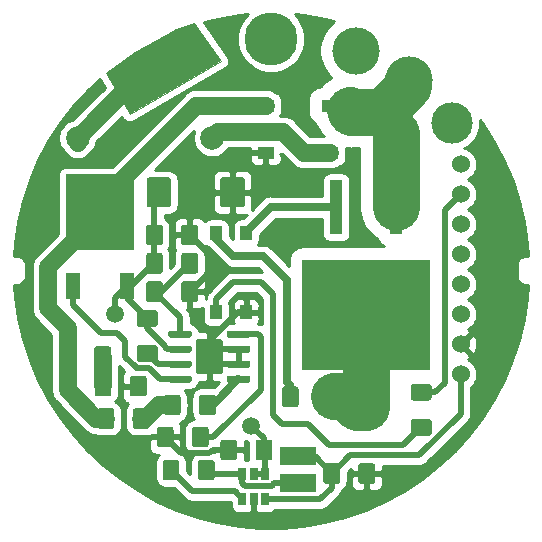
<source format=gbr>
G04 #@! TF.GenerationSoftware,KiCad,Pcbnew,(5.1.4-0-10_14)*
G04 #@! TF.CreationDate,2021-04-12T11:23:09+03:00*
G04 #@! TF.ProjectId,smart-plug,736d6172-742d-4706-9c75-672e6b696361,rev?*
G04 #@! TF.SameCoordinates,Original*
G04 #@! TF.FileFunction,Copper,L1,Top*
G04 #@! TF.FilePolarity,Positive*
%FSLAX46Y46*%
G04 Gerber Fmt 4.6, Leading zero omitted, Abs format (unit mm)*
G04 Created by KiCad (PCBNEW (5.1.4-0-10_14)) date 2021-04-12 11:23:09*
%MOMM*%
%LPD*%
G04 APERTURE LIST*
%ADD10C,0.100000*%
%ADD11R,1.450000X1.000000*%
%ADD12C,2.000000*%
%ADD13C,1.425000*%
%ADD14C,1.524000*%
%ADD15C,2.075000*%
%ADD16R,3.050000X1.520000*%
%ADD17R,1.200000X2.200000*%
%ADD18R,5.800000X6.400000*%
%ADD19R,1.100000X4.600000*%
%ADD20R,10.800000X9.400000*%
%ADD21C,2.290000*%
%ADD22C,0.600000*%
%ADD23R,1.000000X1.200000*%
%ADD24R,0.650000X1.060000*%
%ADD25C,4.000000*%
%ADD26C,4.500000*%
%ADD27C,3.500000*%
%ADD28C,1.500000*%
%ADD29C,1.500000*%
%ADD30C,0.508000*%
%ADD31C,4.000000*%
%ADD32C,0.700000*%
%ADD33C,0.254000*%
G04 APERTURE END LIST*
D10*
G36*
X173250000Y-75000000D02*
G01*
X165500000Y-79500000D01*
X163500000Y-76000000D01*
X166000000Y-74250000D01*
X169500000Y-72250000D01*
X171000000Y-71750000D01*
X173250000Y-75000000D01*
G37*
X173250000Y-75000000D02*
X165500000Y-79500000D01*
X163500000Y-76000000D01*
X166000000Y-74250000D01*
X169500000Y-72250000D01*
X171000000Y-71750000D01*
X173250000Y-75000000D01*
D11*
X177025000Y-78750000D03*
X182475000Y-78750000D03*
X177025000Y-82750000D03*
X182475000Y-82750000D03*
D12*
X172500000Y-81500000D03*
X161100000Y-81500000D03*
D10*
G36*
X163724504Y-99126204D02*
G01*
X163748773Y-99129804D01*
X163772571Y-99135765D01*
X163795671Y-99144030D01*
X163817849Y-99154520D01*
X163838893Y-99167133D01*
X163858598Y-99181747D01*
X163876777Y-99198223D01*
X163893253Y-99216402D01*
X163907867Y-99236107D01*
X163920480Y-99257151D01*
X163930970Y-99279329D01*
X163939235Y-99302429D01*
X163945196Y-99326227D01*
X163948796Y-99350496D01*
X163950000Y-99375000D01*
X163950000Y-100625000D01*
X163948796Y-100649504D01*
X163945196Y-100673773D01*
X163939235Y-100697571D01*
X163930970Y-100720671D01*
X163920480Y-100742849D01*
X163907867Y-100763893D01*
X163893253Y-100783598D01*
X163876777Y-100801777D01*
X163858598Y-100818253D01*
X163838893Y-100832867D01*
X163817849Y-100845480D01*
X163795671Y-100855970D01*
X163772571Y-100864235D01*
X163748773Y-100870196D01*
X163724504Y-100873796D01*
X163700000Y-100875000D01*
X162775000Y-100875000D01*
X162750496Y-100873796D01*
X162726227Y-100870196D01*
X162702429Y-100864235D01*
X162679329Y-100855970D01*
X162657151Y-100845480D01*
X162636107Y-100832867D01*
X162616402Y-100818253D01*
X162598223Y-100801777D01*
X162581747Y-100783598D01*
X162567133Y-100763893D01*
X162554520Y-100742849D01*
X162544030Y-100720671D01*
X162535765Y-100697571D01*
X162529804Y-100673773D01*
X162526204Y-100649504D01*
X162525000Y-100625000D01*
X162525000Y-99375000D01*
X162526204Y-99350496D01*
X162529804Y-99326227D01*
X162535765Y-99302429D01*
X162544030Y-99279329D01*
X162554520Y-99257151D01*
X162567133Y-99236107D01*
X162581747Y-99216402D01*
X162598223Y-99198223D01*
X162616402Y-99181747D01*
X162636107Y-99167133D01*
X162657151Y-99154520D01*
X162679329Y-99144030D01*
X162702429Y-99135765D01*
X162726227Y-99129804D01*
X162750496Y-99126204D01*
X162775000Y-99125000D01*
X163700000Y-99125000D01*
X163724504Y-99126204D01*
X163724504Y-99126204D01*
G37*
D13*
X163237500Y-100000000D03*
D10*
G36*
X160749504Y-99126204D02*
G01*
X160773773Y-99129804D01*
X160797571Y-99135765D01*
X160820671Y-99144030D01*
X160842849Y-99154520D01*
X160863893Y-99167133D01*
X160883598Y-99181747D01*
X160901777Y-99198223D01*
X160918253Y-99216402D01*
X160932867Y-99236107D01*
X160945480Y-99257151D01*
X160955970Y-99279329D01*
X160964235Y-99302429D01*
X160970196Y-99326227D01*
X160973796Y-99350496D01*
X160975000Y-99375000D01*
X160975000Y-100625000D01*
X160973796Y-100649504D01*
X160970196Y-100673773D01*
X160964235Y-100697571D01*
X160955970Y-100720671D01*
X160945480Y-100742849D01*
X160932867Y-100763893D01*
X160918253Y-100783598D01*
X160901777Y-100801777D01*
X160883598Y-100818253D01*
X160863893Y-100832867D01*
X160842849Y-100845480D01*
X160820671Y-100855970D01*
X160797571Y-100864235D01*
X160773773Y-100870196D01*
X160749504Y-100873796D01*
X160725000Y-100875000D01*
X159800000Y-100875000D01*
X159775496Y-100873796D01*
X159751227Y-100870196D01*
X159727429Y-100864235D01*
X159704329Y-100855970D01*
X159682151Y-100845480D01*
X159661107Y-100832867D01*
X159641402Y-100818253D01*
X159623223Y-100801777D01*
X159606747Y-100783598D01*
X159592133Y-100763893D01*
X159579520Y-100742849D01*
X159569030Y-100720671D01*
X159560765Y-100697571D01*
X159554804Y-100673773D01*
X159551204Y-100649504D01*
X159550000Y-100625000D01*
X159550000Y-99375000D01*
X159551204Y-99350496D01*
X159554804Y-99326227D01*
X159560765Y-99302429D01*
X159569030Y-99279329D01*
X159579520Y-99257151D01*
X159592133Y-99236107D01*
X159606747Y-99216402D01*
X159623223Y-99198223D01*
X159641402Y-99181747D01*
X159661107Y-99167133D01*
X159682151Y-99154520D01*
X159704329Y-99144030D01*
X159727429Y-99135765D01*
X159751227Y-99129804D01*
X159775496Y-99126204D01*
X159800000Y-99125000D01*
X160725000Y-99125000D01*
X160749504Y-99126204D01*
X160749504Y-99126204D01*
G37*
D13*
X160262500Y-100000000D03*
D14*
X193541000Y-93881000D03*
X193541000Y-88801000D03*
X193541000Y-101501000D03*
X193541000Y-96421000D03*
X193541000Y-91341000D03*
X193541000Y-98961000D03*
X193541000Y-83721000D03*
X193541000Y-86261000D03*
D10*
G36*
X169499504Y-108726204D02*
G01*
X169523773Y-108729804D01*
X169547571Y-108735765D01*
X169570671Y-108744030D01*
X169592849Y-108754520D01*
X169613893Y-108767133D01*
X169633598Y-108781747D01*
X169651777Y-108798223D01*
X169668253Y-108816402D01*
X169682867Y-108836107D01*
X169695480Y-108857151D01*
X169705970Y-108879329D01*
X169714235Y-108902429D01*
X169720196Y-108926227D01*
X169723796Y-108950496D01*
X169725000Y-108975000D01*
X169725000Y-110225000D01*
X169723796Y-110249504D01*
X169720196Y-110273773D01*
X169714235Y-110297571D01*
X169705970Y-110320671D01*
X169695480Y-110342849D01*
X169682867Y-110363893D01*
X169668253Y-110383598D01*
X169651777Y-110401777D01*
X169633598Y-110418253D01*
X169613893Y-110432867D01*
X169592849Y-110445480D01*
X169570671Y-110455970D01*
X169547571Y-110464235D01*
X169523773Y-110470196D01*
X169499504Y-110473796D01*
X169475000Y-110475000D01*
X168550000Y-110475000D01*
X168525496Y-110473796D01*
X168501227Y-110470196D01*
X168477429Y-110464235D01*
X168454329Y-110455970D01*
X168432151Y-110445480D01*
X168411107Y-110432867D01*
X168391402Y-110418253D01*
X168373223Y-110401777D01*
X168356747Y-110383598D01*
X168342133Y-110363893D01*
X168329520Y-110342849D01*
X168319030Y-110320671D01*
X168310765Y-110297571D01*
X168304804Y-110273773D01*
X168301204Y-110249504D01*
X168300000Y-110225000D01*
X168300000Y-108975000D01*
X168301204Y-108950496D01*
X168304804Y-108926227D01*
X168310765Y-108902429D01*
X168319030Y-108879329D01*
X168329520Y-108857151D01*
X168342133Y-108836107D01*
X168356747Y-108816402D01*
X168373223Y-108798223D01*
X168391402Y-108781747D01*
X168411107Y-108767133D01*
X168432151Y-108754520D01*
X168454329Y-108744030D01*
X168477429Y-108735765D01*
X168501227Y-108729804D01*
X168525496Y-108726204D01*
X168550000Y-108725000D01*
X169475000Y-108725000D01*
X169499504Y-108726204D01*
X169499504Y-108726204D01*
G37*
D13*
X169012500Y-109600000D03*
D10*
G36*
X172474504Y-108726204D02*
G01*
X172498773Y-108729804D01*
X172522571Y-108735765D01*
X172545671Y-108744030D01*
X172567849Y-108754520D01*
X172588893Y-108767133D01*
X172608598Y-108781747D01*
X172626777Y-108798223D01*
X172643253Y-108816402D01*
X172657867Y-108836107D01*
X172670480Y-108857151D01*
X172680970Y-108879329D01*
X172689235Y-108902429D01*
X172695196Y-108926227D01*
X172698796Y-108950496D01*
X172700000Y-108975000D01*
X172700000Y-110225000D01*
X172698796Y-110249504D01*
X172695196Y-110273773D01*
X172689235Y-110297571D01*
X172680970Y-110320671D01*
X172670480Y-110342849D01*
X172657867Y-110363893D01*
X172643253Y-110383598D01*
X172626777Y-110401777D01*
X172608598Y-110418253D01*
X172588893Y-110432867D01*
X172567849Y-110445480D01*
X172545671Y-110455970D01*
X172522571Y-110464235D01*
X172498773Y-110470196D01*
X172474504Y-110473796D01*
X172450000Y-110475000D01*
X171525000Y-110475000D01*
X171500496Y-110473796D01*
X171476227Y-110470196D01*
X171452429Y-110464235D01*
X171429329Y-110455970D01*
X171407151Y-110445480D01*
X171386107Y-110432867D01*
X171366402Y-110418253D01*
X171348223Y-110401777D01*
X171331747Y-110383598D01*
X171317133Y-110363893D01*
X171304520Y-110342849D01*
X171294030Y-110320671D01*
X171285765Y-110297571D01*
X171279804Y-110273773D01*
X171276204Y-110249504D01*
X171275000Y-110225000D01*
X171275000Y-108975000D01*
X171276204Y-108950496D01*
X171279804Y-108926227D01*
X171285765Y-108902429D01*
X171294030Y-108879329D01*
X171304520Y-108857151D01*
X171317133Y-108836107D01*
X171331747Y-108816402D01*
X171348223Y-108798223D01*
X171366402Y-108781747D01*
X171386107Y-108767133D01*
X171407151Y-108754520D01*
X171429329Y-108744030D01*
X171452429Y-108735765D01*
X171476227Y-108729804D01*
X171500496Y-108726204D01*
X171525000Y-108725000D01*
X172450000Y-108725000D01*
X172474504Y-108726204D01*
X172474504Y-108726204D01*
G37*
D13*
X171987500Y-109600000D03*
D10*
G36*
X169599504Y-103226204D02*
G01*
X169623773Y-103229804D01*
X169647571Y-103235765D01*
X169670671Y-103244030D01*
X169692849Y-103254520D01*
X169713893Y-103267133D01*
X169733598Y-103281747D01*
X169751777Y-103298223D01*
X169768253Y-103316402D01*
X169782867Y-103336107D01*
X169795480Y-103357151D01*
X169805970Y-103379329D01*
X169814235Y-103402429D01*
X169820196Y-103426227D01*
X169823796Y-103450496D01*
X169825000Y-103475000D01*
X169825000Y-104725000D01*
X169823796Y-104749504D01*
X169820196Y-104773773D01*
X169814235Y-104797571D01*
X169805970Y-104820671D01*
X169795480Y-104842849D01*
X169782867Y-104863893D01*
X169768253Y-104883598D01*
X169751777Y-104901777D01*
X169733598Y-104918253D01*
X169713893Y-104932867D01*
X169692849Y-104945480D01*
X169670671Y-104955970D01*
X169647571Y-104964235D01*
X169623773Y-104970196D01*
X169599504Y-104973796D01*
X169575000Y-104975000D01*
X168650000Y-104975000D01*
X168625496Y-104973796D01*
X168601227Y-104970196D01*
X168577429Y-104964235D01*
X168554329Y-104955970D01*
X168532151Y-104945480D01*
X168511107Y-104932867D01*
X168491402Y-104918253D01*
X168473223Y-104901777D01*
X168456747Y-104883598D01*
X168442133Y-104863893D01*
X168429520Y-104842849D01*
X168419030Y-104820671D01*
X168410765Y-104797571D01*
X168404804Y-104773773D01*
X168401204Y-104749504D01*
X168400000Y-104725000D01*
X168400000Y-103475000D01*
X168401204Y-103450496D01*
X168404804Y-103426227D01*
X168410765Y-103402429D01*
X168419030Y-103379329D01*
X168429520Y-103357151D01*
X168442133Y-103336107D01*
X168456747Y-103316402D01*
X168473223Y-103298223D01*
X168491402Y-103281747D01*
X168511107Y-103267133D01*
X168532151Y-103254520D01*
X168554329Y-103244030D01*
X168577429Y-103235765D01*
X168601227Y-103229804D01*
X168625496Y-103226204D01*
X168650000Y-103225000D01*
X169575000Y-103225000D01*
X169599504Y-103226204D01*
X169599504Y-103226204D01*
G37*
D13*
X169112500Y-104100000D03*
D10*
G36*
X172574504Y-103226204D02*
G01*
X172598773Y-103229804D01*
X172622571Y-103235765D01*
X172645671Y-103244030D01*
X172667849Y-103254520D01*
X172688893Y-103267133D01*
X172708598Y-103281747D01*
X172726777Y-103298223D01*
X172743253Y-103316402D01*
X172757867Y-103336107D01*
X172770480Y-103357151D01*
X172780970Y-103379329D01*
X172789235Y-103402429D01*
X172795196Y-103426227D01*
X172798796Y-103450496D01*
X172800000Y-103475000D01*
X172800000Y-104725000D01*
X172798796Y-104749504D01*
X172795196Y-104773773D01*
X172789235Y-104797571D01*
X172780970Y-104820671D01*
X172770480Y-104842849D01*
X172757867Y-104863893D01*
X172743253Y-104883598D01*
X172726777Y-104901777D01*
X172708598Y-104918253D01*
X172688893Y-104932867D01*
X172667849Y-104945480D01*
X172645671Y-104955970D01*
X172622571Y-104964235D01*
X172598773Y-104970196D01*
X172574504Y-104973796D01*
X172550000Y-104975000D01*
X171625000Y-104975000D01*
X171600496Y-104973796D01*
X171576227Y-104970196D01*
X171552429Y-104964235D01*
X171529329Y-104955970D01*
X171507151Y-104945480D01*
X171486107Y-104932867D01*
X171466402Y-104918253D01*
X171448223Y-104901777D01*
X171431747Y-104883598D01*
X171417133Y-104863893D01*
X171404520Y-104842849D01*
X171394030Y-104820671D01*
X171385765Y-104797571D01*
X171379804Y-104773773D01*
X171376204Y-104749504D01*
X171375000Y-104725000D01*
X171375000Y-103475000D01*
X171376204Y-103450496D01*
X171379804Y-103426227D01*
X171385765Y-103402429D01*
X171394030Y-103379329D01*
X171404520Y-103357151D01*
X171417133Y-103336107D01*
X171431747Y-103316402D01*
X171448223Y-103298223D01*
X171466402Y-103281747D01*
X171486107Y-103267133D01*
X171507151Y-103254520D01*
X171529329Y-103244030D01*
X171552429Y-103235765D01*
X171576227Y-103229804D01*
X171600496Y-103226204D01*
X171625000Y-103225000D01*
X172550000Y-103225000D01*
X172574504Y-103226204D01*
X172574504Y-103226204D01*
G37*
D13*
X172087500Y-104100000D03*
D10*
G36*
X179599504Y-102526204D02*
G01*
X179623773Y-102529804D01*
X179647571Y-102535765D01*
X179670671Y-102544030D01*
X179692849Y-102554520D01*
X179713893Y-102567133D01*
X179733598Y-102581747D01*
X179751777Y-102598223D01*
X179768253Y-102616402D01*
X179782867Y-102636107D01*
X179795480Y-102657151D01*
X179805970Y-102679329D01*
X179814235Y-102702429D01*
X179820196Y-102726227D01*
X179823796Y-102750496D01*
X179825000Y-102775000D01*
X179825000Y-104025000D01*
X179823796Y-104049504D01*
X179820196Y-104073773D01*
X179814235Y-104097571D01*
X179805970Y-104120671D01*
X179795480Y-104142849D01*
X179782867Y-104163893D01*
X179768253Y-104183598D01*
X179751777Y-104201777D01*
X179733598Y-104218253D01*
X179713893Y-104232867D01*
X179692849Y-104245480D01*
X179670671Y-104255970D01*
X179647571Y-104264235D01*
X179623773Y-104270196D01*
X179599504Y-104273796D01*
X179575000Y-104275000D01*
X178650000Y-104275000D01*
X178625496Y-104273796D01*
X178601227Y-104270196D01*
X178577429Y-104264235D01*
X178554329Y-104255970D01*
X178532151Y-104245480D01*
X178511107Y-104232867D01*
X178491402Y-104218253D01*
X178473223Y-104201777D01*
X178456747Y-104183598D01*
X178442133Y-104163893D01*
X178429520Y-104142849D01*
X178419030Y-104120671D01*
X178410765Y-104097571D01*
X178404804Y-104073773D01*
X178401204Y-104049504D01*
X178400000Y-104025000D01*
X178400000Y-102775000D01*
X178401204Y-102750496D01*
X178404804Y-102726227D01*
X178410765Y-102702429D01*
X178419030Y-102679329D01*
X178429520Y-102657151D01*
X178442133Y-102636107D01*
X178456747Y-102616402D01*
X178473223Y-102598223D01*
X178491402Y-102581747D01*
X178511107Y-102567133D01*
X178532151Y-102554520D01*
X178554329Y-102544030D01*
X178577429Y-102535765D01*
X178601227Y-102529804D01*
X178625496Y-102526204D01*
X178650000Y-102525000D01*
X179575000Y-102525000D01*
X179599504Y-102526204D01*
X179599504Y-102526204D01*
G37*
D13*
X179112500Y-103400000D03*
D10*
G36*
X182574504Y-102526204D02*
G01*
X182598773Y-102529804D01*
X182622571Y-102535765D01*
X182645671Y-102544030D01*
X182667849Y-102554520D01*
X182688893Y-102567133D01*
X182708598Y-102581747D01*
X182726777Y-102598223D01*
X182743253Y-102616402D01*
X182757867Y-102636107D01*
X182770480Y-102657151D01*
X182780970Y-102679329D01*
X182789235Y-102702429D01*
X182795196Y-102726227D01*
X182798796Y-102750496D01*
X182800000Y-102775000D01*
X182800000Y-104025000D01*
X182798796Y-104049504D01*
X182795196Y-104073773D01*
X182789235Y-104097571D01*
X182780970Y-104120671D01*
X182770480Y-104142849D01*
X182757867Y-104163893D01*
X182743253Y-104183598D01*
X182726777Y-104201777D01*
X182708598Y-104218253D01*
X182688893Y-104232867D01*
X182667849Y-104245480D01*
X182645671Y-104255970D01*
X182622571Y-104264235D01*
X182598773Y-104270196D01*
X182574504Y-104273796D01*
X182550000Y-104275000D01*
X181625000Y-104275000D01*
X181600496Y-104273796D01*
X181576227Y-104270196D01*
X181552429Y-104264235D01*
X181529329Y-104255970D01*
X181507151Y-104245480D01*
X181486107Y-104232867D01*
X181466402Y-104218253D01*
X181448223Y-104201777D01*
X181431747Y-104183598D01*
X181417133Y-104163893D01*
X181404520Y-104142849D01*
X181394030Y-104120671D01*
X181385765Y-104097571D01*
X181379804Y-104073773D01*
X181376204Y-104049504D01*
X181375000Y-104025000D01*
X181375000Y-102775000D01*
X181376204Y-102750496D01*
X181379804Y-102726227D01*
X181385765Y-102702429D01*
X181394030Y-102679329D01*
X181404520Y-102657151D01*
X181417133Y-102636107D01*
X181431747Y-102616402D01*
X181448223Y-102598223D01*
X181466402Y-102581747D01*
X181486107Y-102567133D01*
X181507151Y-102554520D01*
X181529329Y-102544030D01*
X181552429Y-102535765D01*
X181576227Y-102529804D01*
X181600496Y-102526204D01*
X181625000Y-102525000D01*
X182550000Y-102525000D01*
X182574504Y-102526204D01*
X182574504Y-102526204D01*
G37*
D13*
X182087500Y-103400000D03*
D10*
G36*
X190849504Y-105276204D02*
G01*
X190873773Y-105279804D01*
X190897571Y-105285765D01*
X190920671Y-105294030D01*
X190942849Y-105304520D01*
X190963893Y-105317133D01*
X190983598Y-105331747D01*
X191001777Y-105348223D01*
X191018253Y-105366402D01*
X191032867Y-105386107D01*
X191045480Y-105407151D01*
X191055970Y-105429329D01*
X191064235Y-105452429D01*
X191070196Y-105476227D01*
X191073796Y-105500496D01*
X191075000Y-105525000D01*
X191075000Y-106450000D01*
X191073796Y-106474504D01*
X191070196Y-106498773D01*
X191064235Y-106522571D01*
X191055970Y-106545671D01*
X191045480Y-106567849D01*
X191032867Y-106588893D01*
X191018253Y-106608598D01*
X191001777Y-106626777D01*
X190983598Y-106643253D01*
X190963893Y-106657867D01*
X190942849Y-106670480D01*
X190920671Y-106680970D01*
X190897571Y-106689235D01*
X190873773Y-106695196D01*
X190849504Y-106698796D01*
X190825000Y-106700000D01*
X189575000Y-106700000D01*
X189550496Y-106698796D01*
X189526227Y-106695196D01*
X189502429Y-106689235D01*
X189479329Y-106680970D01*
X189457151Y-106670480D01*
X189436107Y-106657867D01*
X189416402Y-106643253D01*
X189398223Y-106626777D01*
X189381747Y-106608598D01*
X189367133Y-106588893D01*
X189354520Y-106567849D01*
X189344030Y-106545671D01*
X189335765Y-106522571D01*
X189329804Y-106498773D01*
X189326204Y-106474504D01*
X189325000Y-106450000D01*
X189325000Y-105525000D01*
X189326204Y-105500496D01*
X189329804Y-105476227D01*
X189335765Y-105452429D01*
X189344030Y-105429329D01*
X189354520Y-105407151D01*
X189367133Y-105386107D01*
X189381747Y-105366402D01*
X189398223Y-105348223D01*
X189416402Y-105331747D01*
X189436107Y-105317133D01*
X189457151Y-105304520D01*
X189479329Y-105294030D01*
X189502429Y-105285765D01*
X189526227Y-105279804D01*
X189550496Y-105276204D01*
X189575000Y-105275000D01*
X190825000Y-105275000D01*
X190849504Y-105276204D01*
X190849504Y-105276204D01*
G37*
D13*
X190200000Y-105987500D03*
D10*
G36*
X190849504Y-102301204D02*
G01*
X190873773Y-102304804D01*
X190897571Y-102310765D01*
X190920671Y-102319030D01*
X190942849Y-102329520D01*
X190963893Y-102342133D01*
X190983598Y-102356747D01*
X191001777Y-102373223D01*
X191018253Y-102391402D01*
X191032867Y-102411107D01*
X191045480Y-102432151D01*
X191055970Y-102454329D01*
X191064235Y-102477429D01*
X191070196Y-102501227D01*
X191073796Y-102525496D01*
X191075000Y-102550000D01*
X191075000Y-103475000D01*
X191073796Y-103499504D01*
X191070196Y-103523773D01*
X191064235Y-103547571D01*
X191055970Y-103570671D01*
X191045480Y-103592849D01*
X191032867Y-103613893D01*
X191018253Y-103633598D01*
X191001777Y-103651777D01*
X190983598Y-103668253D01*
X190963893Y-103682867D01*
X190942849Y-103695480D01*
X190920671Y-103705970D01*
X190897571Y-103714235D01*
X190873773Y-103720196D01*
X190849504Y-103723796D01*
X190825000Y-103725000D01*
X189575000Y-103725000D01*
X189550496Y-103723796D01*
X189526227Y-103720196D01*
X189502429Y-103714235D01*
X189479329Y-103705970D01*
X189457151Y-103695480D01*
X189436107Y-103682867D01*
X189416402Y-103668253D01*
X189398223Y-103651777D01*
X189381747Y-103633598D01*
X189367133Y-103613893D01*
X189354520Y-103592849D01*
X189344030Y-103570671D01*
X189335765Y-103547571D01*
X189329804Y-103523773D01*
X189326204Y-103499504D01*
X189325000Y-103475000D01*
X189325000Y-102550000D01*
X189326204Y-102525496D01*
X189329804Y-102501227D01*
X189335765Y-102477429D01*
X189344030Y-102454329D01*
X189354520Y-102432151D01*
X189367133Y-102411107D01*
X189381747Y-102391402D01*
X189398223Y-102373223D01*
X189416402Y-102356747D01*
X189436107Y-102342133D01*
X189457151Y-102329520D01*
X189479329Y-102319030D01*
X189502429Y-102310765D01*
X189526227Y-102304804D01*
X189550496Y-102301204D01*
X189575000Y-102300000D01*
X190825000Y-102300000D01*
X190849504Y-102301204D01*
X190849504Y-102301204D01*
G37*
D13*
X190200000Y-103012500D03*
D10*
G36*
X171974504Y-105926204D02*
G01*
X171998773Y-105929804D01*
X172022571Y-105935765D01*
X172045671Y-105944030D01*
X172067849Y-105954520D01*
X172088893Y-105967133D01*
X172108598Y-105981747D01*
X172126777Y-105998223D01*
X172143253Y-106016402D01*
X172157867Y-106036107D01*
X172170480Y-106057151D01*
X172180970Y-106079329D01*
X172189235Y-106102429D01*
X172195196Y-106126227D01*
X172198796Y-106150496D01*
X172200000Y-106175000D01*
X172200000Y-107425000D01*
X172198796Y-107449504D01*
X172195196Y-107473773D01*
X172189235Y-107497571D01*
X172180970Y-107520671D01*
X172170480Y-107542849D01*
X172157867Y-107563893D01*
X172143253Y-107583598D01*
X172126777Y-107601777D01*
X172108598Y-107618253D01*
X172088893Y-107632867D01*
X172067849Y-107645480D01*
X172045671Y-107655970D01*
X172022571Y-107664235D01*
X171998773Y-107670196D01*
X171974504Y-107673796D01*
X171950000Y-107675000D01*
X171025000Y-107675000D01*
X171000496Y-107673796D01*
X170976227Y-107670196D01*
X170952429Y-107664235D01*
X170929329Y-107655970D01*
X170907151Y-107645480D01*
X170886107Y-107632867D01*
X170866402Y-107618253D01*
X170848223Y-107601777D01*
X170831747Y-107583598D01*
X170817133Y-107563893D01*
X170804520Y-107542849D01*
X170794030Y-107520671D01*
X170785765Y-107497571D01*
X170779804Y-107473773D01*
X170776204Y-107449504D01*
X170775000Y-107425000D01*
X170775000Y-106175000D01*
X170776204Y-106150496D01*
X170779804Y-106126227D01*
X170785765Y-106102429D01*
X170794030Y-106079329D01*
X170804520Y-106057151D01*
X170817133Y-106036107D01*
X170831747Y-106016402D01*
X170848223Y-105998223D01*
X170866402Y-105981747D01*
X170886107Y-105967133D01*
X170907151Y-105954520D01*
X170929329Y-105944030D01*
X170952429Y-105935765D01*
X170976227Y-105929804D01*
X171000496Y-105926204D01*
X171025000Y-105925000D01*
X171950000Y-105925000D01*
X171974504Y-105926204D01*
X171974504Y-105926204D01*
G37*
D13*
X171487500Y-106800000D03*
D10*
G36*
X168999504Y-105926204D02*
G01*
X169023773Y-105929804D01*
X169047571Y-105935765D01*
X169070671Y-105944030D01*
X169092849Y-105954520D01*
X169113893Y-105967133D01*
X169133598Y-105981747D01*
X169151777Y-105998223D01*
X169168253Y-106016402D01*
X169182867Y-106036107D01*
X169195480Y-106057151D01*
X169205970Y-106079329D01*
X169214235Y-106102429D01*
X169220196Y-106126227D01*
X169223796Y-106150496D01*
X169225000Y-106175000D01*
X169225000Y-107425000D01*
X169223796Y-107449504D01*
X169220196Y-107473773D01*
X169214235Y-107497571D01*
X169205970Y-107520671D01*
X169195480Y-107542849D01*
X169182867Y-107563893D01*
X169168253Y-107583598D01*
X169151777Y-107601777D01*
X169133598Y-107618253D01*
X169113893Y-107632867D01*
X169092849Y-107645480D01*
X169070671Y-107655970D01*
X169047571Y-107664235D01*
X169023773Y-107670196D01*
X168999504Y-107673796D01*
X168975000Y-107675000D01*
X168050000Y-107675000D01*
X168025496Y-107673796D01*
X168001227Y-107670196D01*
X167977429Y-107664235D01*
X167954329Y-107655970D01*
X167932151Y-107645480D01*
X167911107Y-107632867D01*
X167891402Y-107618253D01*
X167873223Y-107601777D01*
X167856747Y-107583598D01*
X167842133Y-107563893D01*
X167829520Y-107542849D01*
X167819030Y-107520671D01*
X167810765Y-107497571D01*
X167804804Y-107473773D01*
X167801204Y-107449504D01*
X167800000Y-107425000D01*
X167800000Y-106175000D01*
X167801204Y-106150496D01*
X167804804Y-106126227D01*
X167810765Y-106102429D01*
X167819030Y-106079329D01*
X167829520Y-106057151D01*
X167842133Y-106036107D01*
X167856747Y-106016402D01*
X167873223Y-105998223D01*
X167891402Y-105981747D01*
X167911107Y-105967133D01*
X167932151Y-105954520D01*
X167954329Y-105944030D01*
X167977429Y-105935765D01*
X168001227Y-105929804D01*
X168025496Y-105926204D01*
X168050000Y-105925000D01*
X168975000Y-105925000D01*
X168999504Y-105926204D01*
X168999504Y-105926204D01*
G37*
D13*
X168512500Y-106800000D03*
D10*
G36*
X168799504Y-84826204D02*
G01*
X168823773Y-84829804D01*
X168847571Y-84835765D01*
X168870671Y-84844030D01*
X168892849Y-84854520D01*
X168913893Y-84867133D01*
X168933598Y-84881747D01*
X168951777Y-84898223D01*
X168968253Y-84916402D01*
X168982867Y-84936107D01*
X168995480Y-84957151D01*
X169005970Y-84979329D01*
X169014235Y-85002429D01*
X169020196Y-85026227D01*
X169023796Y-85050496D01*
X169025000Y-85075000D01*
X169025000Y-87125000D01*
X169023796Y-87149504D01*
X169020196Y-87173773D01*
X169014235Y-87197571D01*
X169005970Y-87220671D01*
X168995480Y-87242849D01*
X168982867Y-87263893D01*
X168968253Y-87283598D01*
X168951777Y-87301777D01*
X168933598Y-87318253D01*
X168913893Y-87332867D01*
X168892849Y-87345480D01*
X168870671Y-87355970D01*
X168847571Y-87364235D01*
X168823773Y-87370196D01*
X168799504Y-87373796D01*
X168775000Y-87375000D01*
X167200000Y-87375000D01*
X167175496Y-87373796D01*
X167151227Y-87370196D01*
X167127429Y-87364235D01*
X167104329Y-87355970D01*
X167082151Y-87345480D01*
X167061107Y-87332867D01*
X167041402Y-87318253D01*
X167023223Y-87301777D01*
X167006747Y-87283598D01*
X166992133Y-87263893D01*
X166979520Y-87242849D01*
X166969030Y-87220671D01*
X166960765Y-87197571D01*
X166954804Y-87173773D01*
X166951204Y-87149504D01*
X166950000Y-87125000D01*
X166950000Y-85075000D01*
X166951204Y-85050496D01*
X166954804Y-85026227D01*
X166960765Y-85002429D01*
X166969030Y-84979329D01*
X166979520Y-84957151D01*
X166992133Y-84936107D01*
X167006747Y-84916402D01*
X167023223Y-84898223D01*
X167041402Y-84881747D01*
X167061107Y-84867133D01*
X167082151Y-84854520D01*
X167104329Y-84844030D01*
X167127429Y-84835765D01*
X167151227Y-84829804D01*
X167175496Y-84826204D01*
X167200000Y-84825000D01*
X168775000Y-84825000D01*
X168799504Y-84826204D01*
X168799504Y-84826204D01*
G37*
D15*
X167987500Y-86100000D03*
D10*
G36*
X175024504Y-84826204D02*
G01*
X175048773Y-84829804D01*
X175072571Y-84835765D01*
X175095671Y-84844030D01*
X175117849Y-84854520D01*
X175138893Y-84867133D01*
X175158598Y-84881747D01*
X175176777Y-84898223D01*
X175193253Y-84916402D01*
X175207867Y-84936107D01*
X175220480Y-84957151D01*
X175230970Y-84979329D01*
X175239235Y-85002429D01*
X175245196Y-85026227D01*
X175248796Y-85050496D01*
X175250000Y-85075000D01*
X175250000Y-87125000D01*
X175248796Y-87149504D01*
X175245196Y-87173773D01*
X175239235Y-87197571D01*
X175230970Y-87220671D01*
X175220480Y-87242849D01*
X175207867Y-87263893D01*
X175193253Y-87283598D01*
X175176777Y-87301777D01*
X175158598Y-87318253D01*
X175138893Y-87332867D01*
X175117849Y-87345480D01*
X175095671Y-87355970D01*
X175072571Y-87364235D01*
X175048773Y-87370196D01*
X175024504Y-87373796D01*
X175000000Y-87375000D01*
X173425000Y-87375000D01*
X173400496Y-87373796D01*
X173376227Y-87370196D01*
X173352429Y-87364235D01*
X173329329Y-87355970D01*
X173307151Y-87345480D01*
X173286107Y-87332867D01*
X173266402Y-87318253D01*
X173248223Y-87301777D01*
X173231747Y-87283598D01*
X173217133Y-87263893D01*
X173204520Y-87242849D01*
X173194030Y-87220671D01*
X173185765Y-87197571D01*
X173179804Y-87173773D01*
X173176204Y-87149504D01*
X173175000Y-87125000D01*
X173175000Y-85075000D01*
X173176204Y-85050496D01*
X173179804Y-85026227D01*
X173185765Y-85002429D01*
X173194030Y-84979329D01*
X173204520Y-84957151D01*
X173217133Y-84936107D01*
X173231747Y-84916402D01*
X173248223Y-84898223D01*
X173266402Y-84881747D01*
X173286107Y-84867133D01*
X173307151Y-84854520D01*
X173329329Y-84844030D01*
X173352429Y-84835765D01*
X173376227Y-84829804D01*
X173400496Y-84826204D01*
X173425000Y-84825000D01*
X175000000Y-84825000D01*
X175024504Y-84826204D01*
X175024504Y-84826204D01*
G37*
D15*
X174212500Y-86100000D03*
D10*
G36*
X168099504Y-93626204D02*
G01*
X168123773Y-93629804D01*
X168147571Y-93635765D01*
X168170671Y-93644030D01*
X168192849Y-93654520D01*
X168213893Y-93667133D01*
X168233598Y-93681747D01*
X168251777Y-93698223D01*
X168268253Y-93716402D01*
X168282867Y-93736107D01*
X168295480Y-93757151D01*
X168305970Y-93779329D01*
X168314235Y-93802429D01*
X168320196Y-93826227D01*
X168323796Y-93850496D01*
X168325000Y-93875000D01*
X168325000Y-95125000D01*
X168323796Y-95149504D01*
X168320196Y-95173773D01*
X168314235Y-95197571D01*
X168305970Y-95220671D01*
X168295480Y-95242849D01*
X168282867Y-95263893D01*
X168268253Y-95283598D01*
X168251777Y-95301777D01*
X168233598Y-95318253D01*
X168213893Y-95332867D01*
X168192849Y-95345480D01*
X168170671Y-95355970D01*
X168147571Y-95364235D01*
X168123773Y-95370196D01*
X168099504Y-95373796D01*
X168075000Y-95375000D01*
X167150000Y-95375000D01*
X167125496Y-95373796D01*
X167101227Y-95370196D01*
X167077429Y-95364235D01*
X167054329Y-95355970D01*
X167032151Y-95345480D01*
X167011107Y-95332867D01*
X166991402Y-95318253D01*
X166973223Y-95301777D01*
X166956747Y-95283598D01*
X166942133Y-95263893D01*
X166929520Y-95242849D01*
X166919030Y-95220671D01*
X166910765Y-95197571D01*
X166904804Y-95173773D01*
X166901204Y-95149504D01*
X166900000Y-95125000D01*
X166900000Y-93875000D01*
X166901204Y-93850496D01*
X166904804Y-93826227D01*
X166910765Y-93802429D01*
X166919030Y-93779329D01*
X166929520Y-93757151D01*
X166942133Y-93736107D01*
X166956747Y-93716402D01*
X166973223Y-93698223D01*
X166991402Y-93681747D01*
X167011107Y-93667133D01*
X167032151Y-93654520D01*
X167054329Y-93644030D01*
X167077429Y-93635765D01*
X167101227Y-93629804D01*
X167125496Y-93626204D01*
X167150000Y-93625000D01*
X168075000Y-93625000D01*
X168099504Y-93626204D01*
X168099504Y-93626204D01*
G37*
D13*
X167612500Y-94500000D03*
D10*
G36*
X171074504Y-93626204D02*
G01*
X171098773Y-93629804D01*
X171122571Y-93635765D01*
X171145671Y-93644030D01*
X171167849Y-93654520D01*
X171188893Y-93667133D01*
X171208598Y-93681747D01*
X171226777Y-93698223D01*
X171243253Y-93716402D01*
X171257867Y-93736107D01*
X171270480Y-93757151D01*
X171280970Y-93779329D01*
X171289235Y-93802429D01*
X171295196Y-93826227D01*
X171298796Y-93850496D01*
X171300000Y-93875000D01*
X171300000Y-95125000D01*
X171298796Y-95149504D01*
X171295196Y-95173773D01*
X171289235Y-95197571D01*
X171280970Y-95220671D01*
X171270480Y-95242849D01*
X171257867Y-95263893D01*
X171243253Y-95283598D01*
X171226777Y-95301777D01*
X171208598Y-95318253D01*
X171188893Y-95332867D01*
X171167849Y-95345480D01*
X171145671Y-95355970D01*
X171122571Y-95364235D01*
X171098773Y-95370196D01*
X171074504Y-95373796D01*
X171050000Y-95375000D01*
X170125000Y-95375000D01*
X170100496Y-95373796D01*
X170076227Y-95370196D01*
X170052429Y-95364235D01*
X170029329Y-95355970D01*
X170007151Y-95345480D01*
X169986107Y-95332867D01*
X169966402Y-95318253D01*
X169948223Y-95301777D01*
X169931747Y-95283598D01*
X169917133Y-95263893D01*
X169904520Y-95242849D01*
X169894030Y-95220671D01*
X169885765Y-95197571D01*
X169879804Y-95173773D01*
X169876204Y-95149504D01*
X169875000Y-95125000D01*
X169875000Y-93875000D01*
X169876204Y-93850496D01*
X169879804Y-93826227D01*
X169885765Y-93802429D01*
X169894030Y-93779329D01*
X169904520Y-93757151D01*
X169917133Y-93736107D01*
X169931747Y-93716402D01*
X169948223Y-93698223D01*
X169966402Y-93681747D01*
X169986107Y-93667133D01*
X170007151Y-93654520D01*
X170029329Y-93644030D01*
X170052429Y-93635765D01*
X170076227Y-93629804D01*
X170100496Y-93626204D01*
X170125000Y-93625000D01*
X171050000Y-93625000D01*
X171074504Y-93626204D01*
X171074504Y-93626204D01*
G37*
D13*
X170587500Y-94500000D03*
D10*
G36*
X167649504Y-96051204D02*
G01*
X167673773Y-96054804D01*
X167697571Y-96060765D01*
X167720671Y-96069030D01*
X167742849Y-96079520D01*
X167763893Y-96092133D01*
X167783598Y-96106747D01*
X167801777Y-96123223D01*
X167818253Y-96141402D01*
X167832867Y-96161107D01*
X167845480Y-96182151D01*
X167855970Y-96204329D01*
X167864235Y-96227429D01*
X167870196Y-96251227D01*
X167873796Y-96275496D01*
X167875000Y-96300000D01*
X167875000Y-97225000D01*
X167873796Y-97249504D01*
X167870196Y-97273773D01*
X167864235Y-97297571D01*
X167855970Y-97320671D01*
X167845480Y-97342849D01*
X167832867Y-97363893D01*
X167818253Y-97383598D01*
X167801777Y-97401777D01*
X167783598Y-97418253D01*
X167763893Y-97432867D01*
X167742849Y-97445480D01*
X167720671Y-97455970D01*
X167697571Y-97464235D01*
X167673773Y-97470196D01*
X167649504Y-97473796D01*
X167625000Y-97475000D01*
X166375000Y-97475000D01*
X166350496Y-97473796D01*
X166326227Y-97470196D01*
X166302429Y-97464235D01*
X166279329Y-97455970D01*
X166257151Y-97445480D01*
X166236107Y-97432867D01*
X166216402Y-97418253D01*
X166198223Y-97401777D01*
X166181747Y-97383598D01*
X166167133Y-97363893D01*
X166154520Y-97342849D01*
X166144030Y-97320671D01*
X166135765Y-97297571D01*
X166129804Y-97273773D01*
X166126204Y-97249504D01*
X166125000Y-97225000D01*
X166125000Y-96300000D01*
X166126204Y-96275496D01*
X166129804Y-96251227D01*
X166135765Y-96227429D01*
X166144030Y-96204329D01*
X166154520Y-96182151D01*
X166167133Y-96161107D01*
X166181747Y-96141402D01*
X166198223Y-96123223D01*
X166216402Y-96106747D01*
X166236107Y-96092133D01*
X166257151Y-96079520D01*
X166279329Y-96069030D01*
X166302429Y-96060765D01*
X166326227Y-96054804D01*
X166350496Y-96051204D01*
X166375000Y-96050000D01*
X167625000Y-96050000D01*
X167649504Y-96051204D01*
X167649504Y-96051204D01*
G37*
D13*
X167000000Y-96762500D03*
D10*
G36*
X167649504Y-99026204D02*
G01*
X167673773Y-99029804D01*
X167697571Y-99035765D01*
X167720671Y-99044030D01*
X167742849Y-99054520D01*
X167763893Y-99067133D01*
X167783598Y-99081747D01*
X167801777Y-99098223D01*
X167818253Y-99116402D01*
X167832867Y-99136107D01*
X167845480Y-99157151D01*
X167855970Y-99179329D01*
X167864235Y-99202429D01*
X167870196Y-99226227D01*
X167873796Y-99250496D01*
X167875000Y-99275000D01*
X167875000Y-100200000D01*
X167873796Y-100224504D01*
X167870196Y-100248773D01*
X167864235Y-100272571D01*
X167855970Y-100295671D01*
X167845480Y-100317849D01*
X167832867Y-100338893D01*
X167818253Y-100358598D01*
X167801777Y-100376777D01*
X167783598Y-100393253D01*
X167763893Y-100407867D01*
X167742849Y-100420480D01*
X167720671Y-100430970D01*
X167697571Y-100439235D01*
X167673773Y-100445196D01*
X167649504Y-100448796D01*
X167625000Y-100450000D01*
X166375000Y-100450000D01*
X166350496Y-100448796D01*
X166326227Y-100445196D01*
X166302429Y-100439235D01*
X166279329Y-100430970D01*
X166257151Y-100420480D01*
X166236107Y-100407867D01*
X166216402Y-100393253D01*
X166198223Y-100376777D01*
X166181747Y-100358598D01*
X166167133Y-100338893D01*
X166154520Y-100317849D01*
X166144030Y-100295671D01*
X166135765Y-100272571D01*
X166129804Y-100248773D01*
X166126204Y-100224504D01*
X166125000Y-100200000D01*
X166125000Y-99275000D01*
X166126204Y-99250496D01*
X166129804Y-99226227D01*
X166135765Y-99202429D01*
X166144030Y-99179329D01*
X166154520Y-99157151D01*
X166167133Y-99136107D01*
X166181747Y-99116402D01*
X166198223Y-99098223D01*
X166216402Y-99081747D01*
X166236107Y-99067133D01*
X166257151Y-99054520D01*
X166279329Y-99044030D01*
X166302429Y-99035765D01*
X166326227Y-99029804D01*
X166350496Y-99026204D01*
X166375000Y-99025000D01*
X167625000Y-99025000D01*
X167649504Y-99026204D01*
X167649504Y-99026204D01*
G37*
D13*
X167000000Y-99737500D03*
D10*
G36*
X171074504Y-88826204D02*
G01*
X171098773Y-88829804D01*
X171122571Y-88835765D01*
X171145671Y-88844030D01*
X171167849Y-88854520D01*
X171188893Y-88867133D01*
X171208598Y-88881747D01*
X171226777Y-88898223D01*
X171243253Y-88916402D01*
X171257867Y-88936107D01*
X171270480Y-88957151D01*
X171280970Y-88979329D01*
X171289235Y-89002429D01*
X171295196Y-89026227D01*
X171298796Y-89050496D01*
X171300000Y-89075000D01*
X171300000Y-90325000D01*
X171298796Y-90349504D01*
X171295196Y-90373773D01*
X171289235Y-90397571D01*
X171280970Y-90420671D01*
X171270480Y-90442849D01*
X171257867Y-90463893D01*
X171243253Y-90483598D01*
X171226777Y-90501777D01*
X171208598Y-90518253D01*
X171188893Y-90532867D01*
X171167849Y-90545480D01*
X171145671Y-90555970D01*
X171122571Y-90564235D01*
X171098773Y-90570196D01*
X171074504Y-90573796D01*
X171050000Y-90575000D01*
X170125000Y-90575000D01*
X170100496Y-90573796D01*
X170076227Y-90570196D01*
X170052429Y-90564235D01*
X170029329Y-90555970D01*
X170007151Y-90545480D01*
X169986107Y-90532867D01*
X169966402Y-90518253D01*
X169948223Y-90501777D01*
X169931747Y-90483598D01*
X169917133Y-90463893D01*
X169904520Y-90442849D01*
X169894030Y-90420671D01*
X169885765Y-90397571D01*
X169879804Y-90373773D01*
X169876204Y-90349504D01*
X169875000Y-90325000D01*
X169875000Y-89075000D01*
X169876204Y-89050496D01*
X169879804Y-89026227D01*
X169885765Y-89002429D01*
X169894030Y-88979329D01*
X169904520Y-88957151D01*
X169917133Y-88936107D01*
X169931747Y-88916402D01*
X169948223Y-88898223D01*
X169966402Y-88881747D01*
X169986107Y-88867133D01*
X170007151Y-88854520D01*
X170029329Y-88844030D01*
X170052429Y-88835765D01*
X170076227Y-88829804D01*
X170100496Y-88826204D01*
X170125000Y-88825000D01*
X171050000Y-88825000D01*
X171074504Y-88826204D01*
X171074504Y-88826204D01*
G37*
D13*
X170587500Y-89700000D03*
D10*
G36*
X168099504Y-88826204D02*
G01*
X168123773Y-88829804D01*
X168147571Y-88835765D01*
X168170671Y-88844030D01*
X168192849Y-88854520D01*
X168213893Y-88867133D01*
X168233598Y-88881747D01*
X168251777Y-88898223D01*
X168268253Y-88916402D01*
X168282867Y-88936107D01*
X168295480Y-88957151D01*
X168305970Y-88979329D01*
X168314235Y-89002429D01*
X168320196Y-89026227D01*
X168323796Y-89050496D01*
X168325000Y-89075000D01*
X168325000Y-90325000D01*
X168323796Y-90349504D01*
X168320196Y-90373773D01*
X168314235Y-90397571D01*
X168305970Y-90420671D01*
X168295480Y-90442849D01*
X168282867Y-90463893D01*
X168268253Y-90483598D01*
X168251777Y-90501777D01*
X168233598Y-90518253D01*
X168213893Y-90532867D01*
X168192849Y-90545480D01*
X168170671Y-90555970D01*
X168147571Y-90564235D01*
X168123773Y-90570196D01*
X168099504Y-90573796D01*
X168075000Y-90575000D01*
X167150000Y-90575000D01*
X167125496Y-90573796D01*
X167101227Y-90570196D01*
X167077429Y-90564235D01*
X167054329Y-90555970D01*
X167032151Y-90545480D01*
X167011107Y-90532867D01*
X166991402Y-90518253D01*
X166973223Y-90501777D01*
X166956747Y-90483598D01*
X166942133Y-90463893D01*
X166929520Y-90442849D01*
X166919030Y-90420671D01*
X166910765Y-90397571D01*
X166904804Y-90373773D01*
X166901204Y-90349504D01*
X166900000Y-90325000D01*
X166900000Y-89075000D01*
X166901204Y-89050496D01*
X166904804Y-89026227D01*
X166910765Y-89002429D01*
X166919030Y-88979329D01*
X166929520Y-88957151D01*
X166942133Y-88936107D01*
X166956747Y-88916402D01*
X166973223Y-88898223D01*
X166991402Y-88881747D01*
X167011107Y-88867133D01*
X167032151Y-88854520D01*
X167054329Y-88844030D01*
X167077429Y-88835765D01*
X167101227Y-88829804D01*
X167125496Y-88826204D01*
X167150000Y-88825000D01*
X168075000Y-88825000D01*
X168099504Y-88826204D01*
X168099504Y-88826204D01*
G37*
D13*
X167612500Y-89700000D03*
D10*
G36*
X174399504Y-107026204D02*
G01*
X174423773Y-107029804D01*
X174447571Y-107035765D01*
X174470671Y-107044030D01*
X174492849Y-107054520D01*
X174513893Y-107067133D01*
X174533598Y-107081747D01*
X174551777Y-107098223D01*
X174568253Y-107116402D01*
X174582867Y-107136107D01*
X174595480Y-107157151D01*
X174605970Y-107179329D01*
X174614235Y-107202429D01*
X174620196Y-107226227D01*
X174623796Y-107250496D01*
X174625000Y-107275000D01*
X174625000Y-108525000D01*
X174623796Y-108549504D01*
X174620196Y-108573773D01*
X174614235Y-108597571D01*
X174605970Y-108620671D01*
X174595480Y-108642849D01*
X174582867Y-108663893D01*
X174568253Y-108683598D01*
X174551777Y-108701777D01*
X174533598Y-108718253D01*
X174513893Y-108732867D01*
X174492849Y-108745480D01*
X174470671Y-108755970D01*
X174447571Y-108764235D01*
X174423773Y-108770196D01*
X174399504Y-108773796D01*
X174375000Y-108775000D01*
X173450000Y-108775000D01*
X173425496Y-108773796D01*
X173401227Y-108770196D01*
X173377429Y-108764235D01*
X173354329Y-108755970D01*
X173332151Y-108745480D01*
X173311107Y-108732867D01*
X173291402Y-108718253D01*
X173273223Y-108701777D01*
X173256747Y-108683598D01*
X173242133Y-108663893D01*
X173229520Y-108642849D01*
X173219030Y-108620671D01*
X173210765Y-108597571D01*
X173204804Y-108573773D01*
X173201204Y-108549504D01*
X173200000Y-108525000D01*
X173200000Y-107275000D01*
X173201204Y-107250496D01*
X173204804Y-107226227D01*
X173210765Y-107202429D01*
X173219030Y-107179329D01*
X173229520Y-107157151D01*
X173242133Y-107136107D01*
X173256747Y-107116402D01*
X173273223Y-107098223D01*
X173291402Y-107081747D01*
X173311107Y-107067133D01*
X173332151Y-107054520D01*
X173354329Y-107044030D01*
X173377429Y-107035765D01*
X173401227Y-107029804D01*
X173425496Y-107026204D01*
X173450000Y-107025000D01*
X174375000Y-107025000D01*
X174399504Y-107026204D01*
X174399504Y-107026204D01*
G37*
D13*
X173912500Y-107900000D03*
D10*
G36*
X177374504Y-107026204D02*
G01*
X177398773Y-107029804D01*
X177422571Y-107035765D01*
X177445671Y-107044030D01*
X177467849Y-107054520D01*
X177488893Y-107067133D01*
X177508598Y-107081747D01*
X177526777Y-107098223D01*
X177543253Y-107116402D01*
X177557867Y-107136107D01*
X177570480Y-107157151D01*
X177580970Y-107179329D01*
X177589235Y-107202429D01*
X177595196Y-107226227D01*
X177598796Y-107250496D01*
X177600000Y-107275000D01*
X177600000Y-108525000D01*
X177598796Y-108549504D01*
X177595196Y-108573773D01*
X177589235Y-108597571D01*
X177580970Y-108620671D01*
X177570480Y-108642849D01*
X177557867Y-108663893D01*
X177543253Y-108683598D01*
X177526777Y-108701777D01*
X177508598Y-108718253D01*
X177488893Y-108732867D01*
X177467849Y-108745480D01*
X177445671Y-108755970D01*
X177422571Y-108764235D01*
X177398773Y-108770196D01*
X177374504Y-108773796D01*
X177350000Y-108775000D01*
X176425000Y-108775000D01*
X176400496Y-108773796D01*
X176376227Y-108770196D01*
X176352429Y-108764235D01*
X176329329Y-108755970D01*
X176307151Y-108745480D01*
X176286107Y-108732867D01*
X176266402Y-108718253D01*
X176248223Y-108701777D01*
X176231747Y-108683598D01*
X176217133Y-108663893D01*
X176204520Y-108642849D01*
X176194030Y-108620671D01*
X176185765Y-108597571D01*
X176179804Y-108573773D01*
X176176204Y-108549504D01*
X176175000Y-108525000D01*
X176175000Y-107275000D01*
X176176204Y-107250496D01*
X176179804Y-107226227D01*
X176185765Y-107202429D01*
X176194030Y-107179329D01*
X176204520Y-107157151D01*
X176217133Y-107136107D01*
X176231747Y-107116402D01*
X176248223Y-107098223D01*
X176266402Y-107081747D01*
X176286107Y-107067133D01*
X176307151Y-107054520D01*
X176329329Y-107044030D01*
X176352429Y-107035765D01*
X176376227Y-107029804D01*
X176400496Y-107026204D01*
X176425000Y-107025000D01*
X177350000Y-107025000D01*
X177374504Y-107026204D01*
X177374504Y-107026204D01*
G37*
D13*
X176887500Y-107900000D03*
D10*
G36*
X183099504Y-109026204D02*
G01*
X183123773Y-109029804D01*
X183147571Y-109035765D01*
X183170671Y-109044030D01*
X183192849Y-109054520D01*
X183213893Y-109067133D01*
X183233598Y-109081747D01*
X183251777Y-109098223D01*
X183268253Y-109116402D01*
X183282867Y-109136107D01*
X183295480Y-109157151D01*
X183305970Y-109179329D01*
X183314235Y-109202429D01*
X183320196Y-109226227D01*
X183323796Y-109250496D01*
X183325000Y-109275000D01*
X183325000Y-110525000D01*
X183323796Y-110549504D01*
X183320196Y-110573773D01*
X183314235Y-110597571D01*
X183305970Y-110620671D01*
X183295480Y-110642849D01*
X183282867Y-110663893D01*
X183268253Y-110683598D01*
X183251777Y-110701777D01*
X183233598Y-110718253D01*
X183213893Y-110732867D01*
X183192849Y-110745480D01*
X183170671Y-110755970D01*
X183147571Y-110764235D01*
X183123773Y-110770196D01*
X183099504Y-110773796D01*
X183075000Y-110775000D01*
X182150000Y-110775000D01*
X182125496Y-110773796D01*
X182101227Y-110770196D01*
X182077429Y-110764235D01*
X182054329Y-110755970D01*
X182032151Y-110745480D01*
X182011107Y-110732867D01*
X181991402Y-110718253D01*
X181973223Y-110701777D01*
X181956747Y-110683598D01*
X181942133Y-110663893D01*
X181929520Y-110642849D01*
X181919030Y-110620671D01*
X181910765Y-110597571D01*
X181904804Y-110573773D01*
X181901204Y-110549504D01*
X181900000Y-110525000D01*
X181900000Y-109275000D01*
X181901204Y-109250496D01*
X181904804Y-109226227D01*
X181910765Y-109202429D01*
X181919030Y-109179329D01*
X181929520Y-109157151D01*
X181942133Y-109136107D01*
X181956747Y-109116402D01*
X181973223Y-109098223D01*
X181991402Y-109081747D01*
X182011107Y-109067133D01*
X182032151Y-109054520D01*
X182054329Y-109044030D01*
X182077429Y-109035765D01*
X182101227Y-109029804D01*
X182125496Y-109026204D01*
X182150000Y-109025000D01*
X183075000Y-109025000D01*
X183099504Y-109026204D01*
X183099504Y-109026204D01*
G37*
D13*
X182612500Y-109900000D03*
D10*
G36*
X186074504Y-109026204D02*
G01*
X186098773Y-109029804D01*
X186122571Y-109035765D01*
X186145671Y-109044030D01*
X186167849Y-109054520D01*
X186188893Y-109067133D01*
X186208598Y-109081747D01*
X186226777Y-109098223D01*
X186243253Y-109116402D01*
X186257867Y-109136107D01*
X186270480Y-109157151D01*
X186280970Y-109179329D01*
X186289235Y-109202429D01*
X186295196Y-109226227D01*
X186298796Y-109250496D01*
X186300000Y-109275000D01*
X186300000Y-110525000D01*
X186298796Y-110549504D01*
X186295196Y-110573773D01*
X186289235Y-110597571D01*
X186280970Y-110620671D01*
X186270480Y-110642849D01*
X186257867Y-110663893D01*
X186243253Y-110683598D01*
X186226777Y-110701777D01*
X186208598Y-110718253D01*
X186188893Y-110732867D01*
X186167849Y-110745480D01*
X186145671Y-110755970D01*
X186122571Y-110764235D01*
X186098773Y-110770196D01*
X186074504Y-110773796D01*
X186050000Y-110775000D01*
X185125000Y-110775000D01*
X185100496Y-110773796D01*
X185076227Y-110770196D01*
X185052429Y-110764235D01*
X185029329Y-110755970D01*
X185007151Y-110745480D01*
X184986107Y-110732867D01*
X184966402Y-110718253D01*
X184948223Y-110701777D01*
X184931747Y-110683598D01*
X184917133Y-110663893D01*
X184904520Y-110642849D01*
X184894030Y-110620671D01*
X184885765Y-110597571D01*
X184879804Y-110573773D01*
X184876204Y-110549504D01*
X184875000Y-110525000D01*
X184875000Y-109275000D01*
X184876204Y-109250496D01*
X184879804Y-109226227D01*
X184885765Y-109202429D01*
X184894030Y-109179329D01*
X184904520Y-109157151D01*
X184917133Y-109136107D01*
X184931747Y-109116402D01*
X184948223Y-109098223D01*
X184966402Y-109081747D01*
X184986107Y-109067133D01*
X185007151Y-109054520D01*
X185029329Y-109044030D01*
X185052429Y-109035765D01*
X185076227Y-109029804D01*
X185100496Y-109026204D01*
X185125000Y-109025000D01*
X186050000Y-109025000D01*
X186074504Y-109026204D01*
X186074504Y-109026204D01*
G37*
D13*
X185587500Y-109900000D03*
D16*
X179800000Y-110745000D03*
X179800000Y-108455000D03*
D17*
X160720000Y-94050000D03*
X165280000Y-94050000D03*
D18*
X163000000Y-87750000D03*
D19*
X188090000Y-87350000D03*
X183010000Y-87350000D03*
D20*
X185550000Y-96500000D03*
D10*
G36*
X163749504Y-101626204D02*
G01*
X163773773Y-101629804D01*
X163797571Y-101635765D01*
X163820671Y-101644030D01*
X163842849Y-101654520D01*
X163863893Y-101667133D01*
X163883598Y-101681747D01*
X163901777Y-101698223D01*
X163918253Y-101716402D01*
X163932867Y-101736107D01*
X163945480Y-101757151D01*
X163955970Y-101779329D01*
X163964235Y-101802429D01*
X163970196Y-101826227D01*
X163973796Y-101850496D01*
X163975000Y-101875000D01*
X163975000Y-103125000D01*
X163973796Y-103149504D01*
X163970196Y-103173773D01*
X163964235Y-103197571D01*
X163955970Y-103220671D01*
X163945480Y-103242849D01*
X163932867Y-103263893D01*
X163918253Y-103283598D01*
X163901777Y-103301777D01*
X163883598Y-103318253D01*
X163863893Y-103332867D01*
X163842849Y-103345480D01*
X163820671Y-103355970D01*
X163797571Y-103364235D01*
X163773773Y-103370196D01*
X163749504Y-103373796D01*
X163725000Y-103375000D01*
X162800000Y-103375000D01*
X162775496Y-103373796D01*
X162751227Y-103370196D01*
X162727429Y-103364235D01*
X162704329Y-103355970D01*
X162682151Y-103345480D01*
X162661107Y-103332867D01*
X162641402Y-103318253D01*
X162623223Y-103301777D01*
X162606747Y-103283598D01*
X162592133Y-103263893D01*
X162579520Y-103242849D01*
X162569030Y-103220671D01*
X162560765Y-103197571D01*
X162554804Y-103173773D01*
X162551204Y-103149504D01*
X162550000Y-103125000D01*
X162550000Y-101875000D01*
X162551204Y-101850496D01*
X162554804Y-101826227D01*
X162560765Y-101802429D01*
X162569030Y-101779329D01*
X162579520Y-101757151D01*
X162592133Y-101736107D01*
X162606747Y-101716402D01*
X162623223Y-101698223D01*
X162641402Y-101681747D01*
X162661107Y-101667133D01*
X162682151Y-101654520D01*
X162704329Y-101644030D01*
X162727429Y-101635765D01*
X162751227Y-101629804D01*
X162775496Y-101626204D01*
X162800000Y-101625000D01*
X163725000Y-101625000D01*
X163749504Y-101626204D01*
X163749504Y-101626204D01*
G37*
D13*
X163262500Y-102500000D03*
D10*
G36*
X166724504Y-101626204D02*
G01*
X166748773Y-101629804D01*
X166772571Y-101635765D01*
X166795671Y-101644030D01*
X166817849Y-101654520D01*
X166838893Y-101667133D01*
X166858598Y-101681747D01*
X166876777Y-101698223D01*
X166893253Y-101716402D01*
X166907867Y-101736107D01*
X166920480Y-101757151D01*
X166930970Y-101779329D01*
X166939235Y-101802429D01*
X166945196Y-101826227D01*
X166948796Y-101850496D01*
X166950000Y-101875000D01*
X166950000Y-103125000D01*
X166948796Y-103149504D01*
X166945196Y-103173773D01*
X166939235Y-103197571D01*
X166930970Y-103220671D01*
X166920480Y-103242849D01*
X166907867Y-103263893D01*
X166893253Y-103283598D01*
X166876777Y-103301777D01*
X166858598Y-103318253D01*
X166838893Y-103332867D01*
X166817849Y-103345480D01*
X166795671Y-103355970D01*
X166772571Y-103364235D01*
X166748773Y-103370196D01*
X166724504Y-103373796D01*
X166700000Y-103375000D01*
X165775000Y-103375000D01*
X165750496Y-103373796D01*
X165726227Y-103370196D01*
X165702429Y-103364235D01*
X165679329Y-103355970D01*
X165657151Y-103345480D01*
X165636107Y-103332867D01*
X165616402Y-103318253D01*
X165598223Y-103301777D01*
X165581747Y-103283598D01*
X165567133Y-103263893D01*
X165554520Y-103242849D01*
X165544030Y-103220671D01*
X165535765Y-103197571D01*
X165529804Y-103173773D01*
X165526204Y-103149504D01*
X165525000Y-103125000D01*
X165525000Y-101875000D01*
X165526204Y-101850496D01*
X165529804Y-101826227D01*
X165535765Y-101802429D01*
X165544030Y-101779329D01*
X165554520Y-101757151D01*
X165567133Y-101736107D01*
X165581747Y-101716402D01*
X165598223Y-101698223D01*
X165616402Y-101681747D01*
X165636107Y-101667133D01*
X165657151Y-101654520D01*
X165679329Y-101644030D01*
X165702429Y-101635765D01*
X165726227Y-101629804D01*
X165750496Y-101626204D01*
X165775000Y-101625000D01*
X166700000Y-101625000D01*
X166724504Y-101626204D01*
X166724504Y-101626204D01*
G37*
D13*
X166237500Y-102500000D03*
D10*
G36*
X166974504Y-104376204D02*
G01*
X166998773Y-104379804D01*
X167022571Y-104385765D01*
X167045671Y-104394030D01*
X167067849Y-104404520D01*
X167088893Y-104417133D01*
X167108598Y-104431747D01*
X167126777Y-104448223D01*
X167143253Y-104466402D01*
X167157867Y-104486107D01*
X167170480Y-104507151D01*
X167180970Y-104529329D01*
X167189235Y-104552429D01*
X167195196Y-104576227D01*
X167198796Y-104600496D01*
X167200000Y-104625000D01*
X167200000Y-105875000D01*
X167198796Y-105899504D01*
X167195196Y-105923773D01*
X167189235Y-105947571D01*
X167180970Y-105970671D01*
X167170480Y-105992849D01*
X167157867Y-106013893D01*
X167143253Y-106033598D01*
X167126777Y-106051777D01*
X167108598Y-106068253D01*
X167088893Y-106082867D01*
X167067849Y-106095480D01*
X167045671Y-106105970D01*
X167022571Y-106114235D01*
X166998773Y-106120196D01*
X166974504Y-106123796D01*
X166950000Y-106125000D01*
X166025000Y-106125000D01*
X166000496Y-106123796D01*
X165976227Y-106120196D01*
X165952429Y-106114235D01*
X165929329Y-106105970D01*
X165907151Y-106095480D01*
X165886107Y-106082867D01*
X165866402Y-106068253D01*
X165848223Y-106051777D01*
X165831747Y-106033598D01*
X165817133Y-106013893D01*
X165804520Y-105992849D01*
X165794030Y-105970671D01*
X165785765Y-105947571D01*
X165779804Y-105923773D01*
X165776204Y-105899504D01*
X165775000Y-105875000D01*
X165775000Y-104625000D01*
X165776204Y-104600496D01*
X165779804Y-104576227D01*
X165785765Y-104552429D01*
X165794030Y-104529329D01*
X165804520Y-104507151D01*
X165817133Y-104486107D01*
X165831747Y-104466402D01*
X165848223Y-104448223D01*
X165866402Y-104431747D01*
X165886107Y-104417133D01*
X165907151Y-104404520D01*
X165929329Y-104394030D01*
X165952429Y-104385765D01*
X165976227Y-104379804D01*
X166000496Y-104376204D01*
X166025000Y-104375000D01*
X166950000Y-104375000D01*
X166974504Y-104376204D01*
X166974504Y-104376204D01*
G37*
D13*
X166487500Y-105250000D03*
D10*
G36*
X163999504Y-104376204D02*
G01*
X164023773Y-104379804D01*
X164047571Y-104385765D01*
X164070671Y-104394030D01*
X164092849Y-104404520D01*
X164113893Y-104417133D01*
X164133598Y-104431747D01*
X164151777Y-104448223D01*
X164168253Y-104466402D01*
X164182867Y-104486107D01*
X164195480Y-104507151D01*
X164205970Y-104529329D01*
X164214235Y-104552429D01*
X164220196Y-104576227D01*
X164223796Y-104600496D01*
X164225000Y-104625000D01*
X164225000Y-105875000D01*
X164223796Y-105899504D01*
X164220196Y-105923773D01*
X164214235Y-105947571D01*
X164205970Y-105970671D01*
X164195480Y-105992849D01*
X164182867Y-106013893D01*
X164168253Y-106033598D01*
X164151777Y-106051777D01*
X164133598Y-106068253D01*
X164113893Y-106082867D01*
X164092849Y-106095480D01*
X164070671Y-106105970D01*
X164047571Y-106114235D01*
X164023773Y-106120196D01*
X163999504Y-106123796D01*
X163975000Y-106125000D01*
X163050000Y-106125000D01*
X163025496Y-106123796D01*
X163001227Y-106120196D01*
X162977429Y-106114235D01*
X162954329Y-106105970D01*
X162932151Y-106095480D01*
X162911107Y-106082867D01*
X162891402Y-106068253D01*
X162873223Y-106051777D01*
X162856747Y-106033598D01*
X162842133Y-106013893D01*
X162829520Y-105992849D01*
X162819030Y-105970671D01*
X162810765Y-105947571D01*
X162804804Y-105923773D01*
X162801204Y-105899504D01*
X162800000Y-105875000D01*
X162800000Y-104625000D01*
X162801204Y-104600496D01*
X162804804Y-104576227D01*
X162810765Y-104552429D01*
X162819030Y-104529329D01*
X162829520Y-104507151D01*
X162842133Y-104486107D01*
X162856747Y-104466402D01*
X162873223Y-104448223D01*
X162891402Y-104431747D01*
X162911107Y-104417133D01*
X162932151Y-104404520D01*
X162954329Y-104394030D01*
X162977429Y-104385765D01*
X163001227Y-104379804D01*
X163025496Y-104376204D01*
X163050000Y-104375000D01*
X163975000Y-104375000D01*
X163999504Y-104376204D01*
X163999504Y-104376204D01*
G37*
D13*
X163512500Y-105250000D03*
D10*
G36*
X171074504Y-91226204D02*
G01*
X171098773Y-91229804D01*
X171122571Y-91235765D01*
X171145671Y-91244030D01*
X171167849Y-91254520D01*
X171188893Y-91267133D01*
X171208598Y-91281747D01*
X171226777Y-91298223D01*
X171243253Y-91316402D01*
X171257867Y-91336107D01*
X171270480Y-91357151D01*
X171280970Y-91379329D01*
X171289235Y-91402429D01*
X171295196Y-91426227D01*
X171298796Y-91450496D01*
X171300000Y-91475000D01*
X171300000Y-92725000D01*
X171298796Y-92749504D01*
X171295196Y-92773773D01*
X171289235Y-92797571D01*
X171280970Y-92820671D01*
X171270480Y-92842849D01*
X171257867Y-92863893D01*
X171243253Y-92883598D01*
X171226777Y-92901777D01*
X171208598Y-92918253D01*
X171188893Y-92932867D01*
X171167849Y-92945480D01*
X171145671Y-92955970D01*
X171122571Y-92964235D01*
X171098773Y-92970196D01*
X171074504Y-92973796D01*
X171050000Y-92975000D01*
X170125000Y-92975000D01*
X170100496Y-92973796D01*
X170076227Y-92970196D01*
X170052429Y-92964235D01*
X170029329Y-92955970D01*
X170007151Y-92945480D01*
X169986107Y-92932867D01*
X169966402Y-92918253D01*
X169948223Y-92901777D01*
X169931747Y-92883598D01*
X169917133Y-92863893D01*
X169904520Y-92842849D01*
X169894030Y-92820671D01*
X169885765Y-92797571D01*
X169879804Y-92773773D01*
X169876204Y-92749504D01*
X169875000Y-92725000D01*
X169875000Y-91475000D01*
X169876204Y-91450496D01*
X169879804Y-91426227D01*
X169885765Y-91402429D01*
X169894030Y-91379329D01*
X169904520Y-91357151D01*
X169917133Y-91336107D01*
X169931747Y-91316402D01*
X169948223Y-91298223D01*
X169966402Y-91281747D01*
X169986107Y-91267133D01*
X170007151Y-91254520D01*
X170029329Y-91244030D01*
X170052429Y-91235765D01*
X170076227Y-91229804D01*
X170100496Y-91226204D01*
X170125000Y-91225000D01*
X171050000Y-91225000D01*
X171074504Y-91226204D01*
X171074504Y-91226204D01*
G37*
D13*
X170587500Y-92100000D03*
D10*
G36*
X168099504Y-91226204D02*
G01*
X168123773Y-91229804D01*
X168147571Y-91235765D01*
X168170671Y-91244030D01*
X168192849Y-91254520D01*
X168213893Y-91267133D01*
X168233598Y-91281747D01*
X168251777Y-91298223D01*
X168268253Y-91316402D01*
X168282867Y-91336107D01*
X168295480Y-91357151D01*
X168305970Y-91379329D01*
X168314235Y-91402429D01*
X168320196Y-91426227D01*
X168323796Y-91450496D01*
X168325000Y-91475000D01*
X168325000Y-92725000D01*
X168323796Y-92749504D01*
X168320196Y-92773773D01*
X168314235Y-92797571D01*
X168305970Y-92820671D01*
X168295480Y-92842849D01*
X168282867Y-92863893D01*
X168268253Y-92883598D01*
X168251777Y-92901777D01*
X168233598Y-92918253D01*
X168213893Y-92932867D01*
X168192849Y-92945480D01*
X168170671Y-92955970D01*
X168147571Y-92964235D01*
X168123773Y-92970196D01*
X168099504Y-92973796D01*
X168075000Y-92975000D01*
X167150000Y-92975000D01*
X167125496Y-92973796D01*
X167101227Y-92970196D01*
X167077429Y-92964235D01*
X167054329Y-92955970D01*
X167032151Y-92945480D01*
X167011107Y-92932867D01*
X166991402Y-92918253D01*
X166973223Y-92901777D01*
X166956747Y-92883598D01*
X166942133Y-92863893D01*
X166929520Y-92842849D01*
X166919030Y-92820671D01*
X166910765Y-92797571D01*
X166904804Y-92773773D01*
X166901204Y-92749504D01*
X166900000Y-92725000D01*
X166900000Y-91475000D01*
X166901204Y-91450496D01*
X166904804Y-91426227D01*
X166910765Y-91402429D01*
X166919030Y-91379329D01*
X166929520Y-91357151D01*
X166942133Y-91336107D01*
X166956747Y-91316402D01*
X166973223Y-91298223D01*
X166991402Y-91281747D01*
X167011107Y-91267133D01*
X167032151Y-91254520D01*
X167054329Y-91244030D01*
X167077429Y-91235765D01*
X167101227Y-91229804D01*
X167125496Y-91226204D01*
X167150000Y-91225000D01*
X168075000Y-91225000D01*
X168099504Y-91226204D01*
X168099504Y-91226204D01*
G37*
D13*
X167612500Y-92100000D03*
D10*
G36*
X173169505Y-98501204D02*
G01*
X173193773Y-98504804D01*
X173217572Y-98510765D01*
X173240671Y-98519030D01*
X173262850Y-98529520D01*
X173283893Y-98542132D01*
X173303599Y-98556747D01*
X173321777Y-98573223D01*
X173338253Y-98591401D01*
X173352868Y-98611107D01*
X173365480Y-98632150D01*
X173375970Y-98654329D01*
X173384235Y-98677428D01*
X173390196Y-98701227D01*
X173393796Y-98725495D01*
X173395000Y-98749999D01*
X173395000Y-101250001D01*
X173393796Y-101274505D01*
X173390196Y-101298773D01*
X173384235Y-101322572D01*
X173375970Y-101345671D01*
X173365480Y-101367850D01*
X173352868Y-101388893D01*
X173338253Y-101408599D01*
X173321777Y-101426777D01*
X173303599Y-101443253D01*
X173283893Y-101457868D01*
X173262850Y-101470480D01*
X173240671Y-101480970D01*
X173217572Y-101489235D01*
X173193773Y-101495196D01*
X173169505Y-101498796D01*
X173145001Y-101500000D01*
X171354999Y-101500000D01*
X171330495Y-101498796D01*
X171306227Y-101495196D01*
X171282428Y-101489235D01*
X171259329Y-101480970D01*
X171237150Y-101470480D01*
X171216107Y-101457868D01*
X171196401Y-101443253D01*
X171178223Y-101426777D01*
X171161747Y-101408599D01*
X171147132Y-101388893D01*
X171134520Y-101367850D01*
X171124030Y-101345671D01*
X171115765Y-101322572D01*
X171109804Y-101298773D01*
X171106204Y-101274505D01*
X171105000Y-101250001D01*
X171105000Y-98749999D01*
X171106204Y-98725495D01*
X171109804Y-98701227D01*
X171115765Y-98677428D01*
X171124030Y-98654329D01*
X171134520Y-98632150D01*
X171147132Y-98611107D01*
X171161747Y-98591401D01*
X171178223Y-98573223D01*
X171196401Y-98556747D01*
X171216107Y-98542132D01*
X171237150Y-98529520D01*
X171259329Y-98519030D01*
X171282428Y-98510765D01*
X171306227Y-98504804D01*
X171330495Y-98501204D01*
X171354999Y-98500000D01*
X173145001Y-98500000D01*
X173169505Y-98501204D01*
X173169505Y-98501204D01*
G37*
D21*
X172250000Y-100000000D03*
D10*
G36*
X175564703Y-101605722D02*
G01*
X175579264Y-101607882D01*
X175593543Y-101611459D01*
X175607403Y-101616418D01*
X175620710Y-101622712D01*
X175633336Y-101630280D01*
X175645159Y-101639048D01*
X175656066Y-101648934D01*
X175665952Y-101659841D01*
X175674720Y-101671664D01*
X175682288Y-101684290D01*
X175688582Y-101697597D01*
X175693541Y-101711457D01*
X175697118Y-101725736D01*
X175699278Y-101740297D01*
X175700000Y-101755000D01*
X175700000Y-102055000D01*
X175699278Y-102069703D01*
X175697118Y-102084264D01*
X175693541Y-102098543D01*
X175688582Y-102112403D01*
X175682288Y-102125710D01*
X175674720Y-102138336D01*
X175665952Y-102150159D01*
X175656066Y-102161066D01*
X175645159Y-102170952D01*
X175633336Y-102179720D01*
X175620710Y-102187288D01*
X175607403Y-102193582D01*
X175593543Y-102198541D01*
X175579264Y-102202118D01*
X175564703Y-102204278D01*
X175550000Y-102205000D01*
X173900000Y-102205000D01*
X173885297Y-102204278D01*
X173870736Y-102202118D01*
X173856457Y-102198541D01*
X173842597Y-102193582D01*
X173829290Y-102187288D01*
X173816664Y-102179720D01*
X173804841Y-102170952D01*
X173793934Y-102161066D01*
X173784048Y-102150159D01*
X173775280Y-102138336D01*
X173767712Y-102125710D01*
X173761418Y-102112403D01*
X173756459Y-102098543D01*
X173752882Y-102084264D01*
X173750722Y-102069703D01*
X173750000Y-102055000D01*
X173750000Y-101755000D01*
X173750722Y-101740297D01*
X173752882Y-101725736D01*
X173756459Y-101711457D01*
X173761418Y-101697597D01*
X173767712Y-101684290D01*
X173775280Y-101671664D01*
X173784048Y-101659841D01*
X173793934Y-101648934D01*
X173804841Y-101639048D01*
X173816664Y-101630280D01*
X173829290Y-101622712D01*
X173842597Y-101616418D01*
X173856457Y-101611459D01*
X173870736Y-101607882D01*
X173885297Y-101605722D01*
X173900000Y-101605000D01*
X175550000Y-101605000D01*
X175564703Y-101605722D01*
X175564703Y-101605722D01*
G37*
D22*
X174725000Y-101905000D03*
D10*
G36*
X175564703Y-100335722D02*
G01*
X175579264Y-100337882D01*
X175593543Y-100341459D01*
X175607403Y-100346418D01*
X175620710Y-100352712D01*
X175633336Y-100360280D01*
X175645159Y-100369048D01*
X175656066Y-100378934D01*
X175665952Y-100389841D01*
X175674720Y-100401664D01*
X175682288Y-100414290D01*
X175688582Y-100427597D01*
X175693541Y-100441457D01*
X175697118Y-100455736D01*
X175699278Y-100470297D01*
X175700000Y-100485000D01*
X175700000Y-100785000D01*
X175699278Y-100799703D01*
X175697118Y-100814264D01*
X175693541Y-100828543D01*
X175688582Y-100842403D01*
X175682288Y-100855710D01*
X175674720Y-100868336D01*
X175665952Y-100880159D01*
X175656066Y-100891066D01*
X175645159Y-100900952D01*
X175633336Y-100909720D01*
X175620710Y-100917288D01*
X175607403Y-100923582D01*
X175593543Y-100928541D01*
X175579264Y-100932118D01*
X175564703Y-100934278D01*
X175550000Y-100935000D01*
X173900000Y-100935000D01*
X173885297Y-100934278D01*
X173870736Y-100932118D01*
X173856457Y-100928541D01*
X173842597Y-100923582D01*
X173829290Y-100917288D01*
X173816664Y-100909720D01*
X173804841Y-100900952D01*
X173793934Y-100891066D01*
X173784048Y-100880159D01*
X173775280Y-100868336D01*
X173767712Y-100855710D01*
X173761418Y-100842403D01*
X173756459Y-100828543D01*
X173752882Y-100814264D01*
X173750722Y-100799703D01*
X173750000Y-100785000D01*
X173750000Y-100485000D01*
X173750722Y-100470297D01*
X173752882Y-100455736D01*
X173756459Y-100441457D01*
X173761418Y-100427597D01*
X173767712Y-100414290D01*
X173775280Y-100401664D01*
X173784048Y-100389841D01*
X173793934Y-100378934D01*
X173804841Y-100369048D01*
X173816664Y-100360280D01*
X173829290Y-100352712D01*
X173842597Y-100346418D01*
X173856457Y-100341459D01*
X173870736Y-100337882D01*
X173885297Y-100335722D01*
X173900000Y-100335000D01*
X175550000Y-100335000D01*
X175564703Y-100335722D01*
X175564703Y-100335722D01*
G37*
D22*
X174725000Y-100635000D03*
D10*
G36*
X175564703Y-99065722D02*
G01*
X175579264Y-99067882D01*
X175593543Y-99071459D01*
X175607403Y-99076418D01*
X175620710Y-99082712D01*
X175633336Y-99090280D01*
X175645159Y-99099048D01*
X175656066Y-99108934D01*
X175665952Y-99119841D01*
X175674720Y-99131664D01*
X175682288Y-99144290D01*
X175688582Y-99157597D01*
X175693541Y-99171457D01*
X175697118Y-99185736D01*
X175699278Y-99200297D01*
X175700000Y-99215000D01*
X175700000Y-99515000D01*
X175699278Y-99529703D01*
X175697118Y-99544264D01*
X175693541Y-99558543D01*
X175688582Y-99572403D01*
X175682288Y-99585710D01*
X175674720Y-99598336D01*
X175665952Y-99610159D01*
X175656066Y-99621066D01*
X175645159Y-99630952D01*
X175633336Y-99639720D01*
X175620710Y-99647288D01*
X175607403Y-99653582D01*
X175593543Y-99658541D01*
X175579264Y-99662118D01*
X175564703Y-99664278D01*
X175550000Y-99665000D01*
X173900000Y-99665000D01*
X173885297Y-99664278D01*
X173870736Y-99662118D01*
X173856457Y-99658541D01*
X173842597Y-99653582D01*
X173829290Y-99647288D01*
X173816664Y-99639720D01*
X173804841Y-99630952D01*
X173793934Y-99621066D01*
X173784048Y-99610159D01*
X173775280Y-99598336D01*
X173767712Y-99585710D01*
X173761418Y-99572403D01*
X173756459Y-99558543D01*
X173752882Y-99544264D01*
X173750722Y-99529703D01*
X173750000Y-99515000D01*
X173750000Y-99215000D01*
X173750722Y-99200297D01*
X173752882Y-99185736D01*
X173756459Y-99171457D01*
X173761418Y-99157597D01*
X173767712Y-99144290D01*
X173775280Y-99131664D01*
X173784048Y-99119841D01*
X173793934Y-99108934D01*
X173804841Y-99099048D01*
X173816664Y-99090280D01*
X173829290Y-99082712D01*
X173842597Y-99076418D01*
X173856457Y-99071459D01*
X173870736Y-99067882D01*
X173885297Y-99065722D01*
X173900000Y-99065000D01*
X175550000Y-99065000D01*
X175564703Y-99065722D01*
X175564703Y-99065722D01*
G37*
D22*
X174725000Y-99365000D03*
D10*
G36*
X175564703Y-97795722D02*
G01*
X175579264Y-97797882D01*
X175593543Y-97801459D01*
X175607403Y-97806418D01*
X175620710Y-97812712D01*
X175633336Y-97820280D01*
X175645159Y-97829048D01*
X175656066Y-97838934D01*
X175665952Y-97849841D01*
X175674720Y-97861664D01*
X175682288Y-97874290D01*
X175688582Y-97887597D01*
X175693541Y-97901457D01*
X175697118Y-97915736D01*
X175699278Y-97930297D01*
X175700000Y-97945000D01*
X175700000Y-98245000D01*
X175699278Y-98259703D01*
X175697118Y-98274264D01*
X175693541Y-98288543D01*
X175688582Y-98302403D01*
X175682288Y-98315710D01*
X175674720Y-98328336D01*
X175665952Y-98340159D01*
X175656066Y-98351066D01*
X175645159Y-98360952D01*
X175633336Y-98369720D01*
X175620710Y-98377288D01*
X175607403Y-98383582D01*
X175593543Y-98388541D01*
X175579264Y-98392118D01*
X175564703Y-98394278D01*
X175550000Y-98395000D01*
X173900000Y-98395000D01*
X173885297Y-98394278D01*
X173870736Y-98392118D01*
X173856457Y-98388541D01*
X173842597Y-98383582D01*
X173829290Y-98377288D01*
X173816664Y-98369720D01*
X173804841Y-98360952D01*
X173793934Y-98351066D01*
X173784048Y-98340159D01*
X173775280Y-98328336D01*
X173767712Y-98315710D01*
X173761418Y-98302403D01*
X173756459Y-98288543D01*
X173752882Y-98274264D01*
X173750722Y-98259703D01*
X173750000Y-98245000D01*
X173750000Y-97945000D01*
X173750722Y-97930297D01*
X173752882Y-97915736D01*
X173756459Y-97901457D01*
X173761418Y-97887597D01*
X173767712Y-97874290D01*
X173775280Y-97861664D01*
X173784048Y-97849841D01*
X173793934Y-97838934D01*
X173804841Y-97829048D01*
X173816664Y-97820280D01*
X173829290Y-97812712D01*
X173842597Y-97806418D01*
X173856457Y-97801459D01*
X173870736Y-97797882D01*
X173885297Y-97795722D01*
X173900000Y-97795000D01*
X175550000Y-97795000D01*
X175564703Y-97795722D01*
X175564703Y-97795722D01*
G37*
D22*
X174725000Y-98095000D03*
D10*
G36*
X170614703Y-97795722D02*
G01*
X170629264Y-97797882D01*
X170643543Y-97801459D01*
X170657403Y-97806418D01*
X170670710Y-97812712D01*
X170683336Y-97820280D01*
X170695159Y-97829048D01*
X170706066Y-97838934D01*
X170715952Y-97849841D01*
X170724720Y-97861664D01*
X170732288Y-97874290D01*
X170738582Y-97887597D01*
X170743541Y-97901457D01*
X170747118Y-97915736D01*
X170749278Y-97930297D01*
X170750000Y-97945000D01*
X170750000Y-98245000D01*
X170749278Y-98259703D01*
X170747118Y-98274264D01*
X170743541Y-98288543D01*
X170738582Y-98302403D01*
X170732288Y-98315710D01*
X170724720Y-98328336D01*
X170715952Y-98340159D01*
X170706066Y-98351066D01*
X170695159Y-98360952D01*
X170683336Y-98369720D01*
X170670710Y-98377288D01*
X170657403Y-98383582D01*
X170643543Y-98388541D01*
X170629264Y-98392118D01*
X170614703Y-98394278D01*
X170600000Y-98395000D01*
X168950000Y-98395000D01*
X168935297Y-98394278D01*
X168920736Y-98392118D01*
X168906457Y-98388541D01*
X168892597Y-98383582D01*
X168879290Y-98377288D01*
X168866664Y-98369720D01*
X168854841Y-98360952D01*
X168843934Y-98351066D01*
X168834048Y-98340159D01*
X168825280Y-98328336D01*
X168817712Y-98315710D01*
X168811418Y-98302403D01*
X168806459Y-98288543D01*
X168802882Y-98274264D01*
X168800722Y-98259703D01*
X168800000Y-98245000D01*
X168800000Y-97945000D01*
X168800722Y-97930297D01*
X168802882Y-97915736D01*
X168806459Y-97901457D01*
X168811418Y-97887597D01*
X168817712Y-97874290D01*
X168825280Y-97861664D01*
X168834048Y-97849841D01*
X168843934Y-97838934D01*
X168854841Y-97829048D01*
X168866664Y-97820280D01*
X168879290Y-97812712D01*
X168892597Y-97806418D01*
X168906457Y-97801459D01*
X168920736Y-97797882D01*
X168935297Y-97795722D01*
X168950000Y-97795000D01*
X170600000Y-97795000D01*
X170614703Y-97795722D01*
X170614703Y-97795722D01*
G37*
D22*
X169775000Y-98095000D03*
D10*
G36*
X170614703Y-99065722D02*
G01*
X170629264Y-99067882D01*
X170643543Y-99071459D01*
X170657403Y-99076418D01*
X170670710Y-99082712D01*
X170683336Y-99090280D01*
X170695159Y-99099048D01*
X170706066Y-99108934D01*
X170715952Y-99119841D01*
X170724720Y-99131664D01*
X170732288Y-99144290D01*
X170738582Y-99157597D01*
X170743541Y-99171457D01*
X170747118Y-99185736D01*
X170749278Y-99200297D01*
X170750000Y-99215000D01*
X170750000Y-99515000D01*
X170749278Y-99529703D01*
X170747118Y-99544264D01*
X170743541Y-99558543D01*
X170738582Y-99572403D01*
X170732288Y-99585710D01*
X170724720Y-99598336D01*
X170715952Y-99610159D01*
X170706066Y-99621066D01*
X170695159Y-99630952D01*
X170683336Y-99639720D01*
X170670710Y-99647288D01*
X170657403Y-99653582D01*
X170643543Y-99658541D01*
X170629264Y-99662118D01*
X170614703Y-99664278D01*
X170600000Y-99665000D01*
X168950000Y-99665000D01*
X168935297Y-99664278D01*
X168920736Y-99662118D01*
X168906457Y-99658541D01*
X168892597Y-99653582D01*
X168879290Y-99647288D01*
X168866664Y-99639720D01*
X168854841Y-99630952D01*
X168843934Y-99621066D01*
X168834048Y-99610159D01*
X168825280Y-99598336D01*
X168817712Y-99585710D01*
X168811418Y-99572403D01*
X168806459Y-99558543D01*
X168802882Y-99544264D01*
X168800722Y-99529703D01*
X168800000Y-99515000D01*
X168800000Y-99215000D01*
X168800722Y-99200297D01*
X168802882Y-99185736D01*
X168806459Y-99171457D01*
X168811418Y-99157597D01*
X168817712Y-99144290D01*
X168825280Y-99131664D01*
X168834048Y-99119841D01*
X168843934Y-99108934D01*
X168854841Y-99099048D01*
X168866664Y-99090280D01*
X168879290Y-99082712D01*
X168892597Y-99076418D01*
X168906457Y-99071459D01*
X168920736Y-99067882D01*
X168935297Y-99065722D01*
X168950000Y-99065000D01*
X170600000Y-99065000D01*
X170614703Y-99065722D01*
X170614703Y-99065722D01*
G37*
D22*
X169775000Y-99365000D03*
D10*
G36*
X170614703Y-100335722D02*
G01*
X170629264Y-100337882D01*
X170643543Y-100341459D01*
X170657403Y-100346418D01*
X170670710Y-100352712D01*
X170683336Y-100360280D01*
X170695159Y-100369048D01*
X170706066Y-100378934D01*
X170715952Y-100389841D01*
X170724720Y-100401664D01*
X170732288Y-100414290D01*
X170738582Y-100427597D01*
X170743541Y-100441457D01*
X170747118Y-100455736D01*
X170749278Y-100470297D01*
X170750000Y-100485000D01*
X170750000Y-100785000D01*
X170749278Y-100799703D01*
X170747118Y-100814264D01*
X170743541Y-100828543D01*
X170738582Y-100842403D01*
X170732288Y-100855710D01*
X170724720Y-100868336D01*
X170715952Y-100880159D01*
X170706066Y-100891066D01*
X170695159Y-100900952D01*
X170683336Y-100909720D01*
X170670710Y-100917288D01*
X170657403Y-100923582D01*
X170643543Y-100928541D01*
X170629264Y-100932118D01*
X170614703Y-100934278D01*
X170600000Y-100935000D01*
X168950000Y-100935000D01*
X168935297Y-100934278D01*
X168920736Y-100932118D01*
X168906457Y-100928541D01*
X168892597Y-100923582D01*
X168879290Y-100917288D01*
X168866664Y-100909720D01*
X168854841Y-100900952D01*
X168843934Y-100891066D01*
X168834048Y-100880159D01*
X168825280Y-100868336D01*
X168817712Y-100855710D01*
X168811418Y-100842403D01*
X168806459Y-100828543D01*
X168802882Y-100814264D01*
X168800722Y-100799703D01*
X168800000Y-100785000D01*
X168800000Y-100485000D01*
X168800722Y-100470297D01*
X168802882Y-100455736D01*
X168806459Y-100441457D01*
X168811418Y-100427597D01*
X168817712Y-100414290D01*
X168825280Y-100401664D01*
X168834048Y-100389841D01*
X168843934Y-100378934D01*
X168854841Y-100369048D01*
X168866664Y-100360280D01*
X168879290Y-100352712D01*
X168892597Y-100346418D01*
X168906457Y-100341459D01*
X168920736Y-100337882D01*
X168935297Y-100335722D01*
X168950000Y-100335000D01*
X170600000Y-100335000D01*
X170614703Y-100335722D01*
X170614703Y-100335722D01*
G37*
D22*
X169775000Y-100635000D03*
D10*
G36*
X170614703Y-101605722D02*
G01*
X170629264Y-101607882D01*
X170643543Y-101611459D01*
X170657403Y-101616418D01*
X170670710Y-101622712D01*
X170683336Y-101630280D01*
X170695159Y-101639048D01*
X170706066Y-101648934D01*
X170715952Y-101659841D01*
X170724720Y-101671664D01*
X170732288Y-101684290D01*
X170738582Y-101697597D01*
X170743541Y-101711457D01*
X170747118Y-101725736D01*
X170749278Y-101740297D01*
X170750000Y-101755000D01*
X170750000Y-102055000D01*
X170749278Y-102069703D01*
X170747118Y-102084264D01*
X170743541Y-102098543D01*
X170738582Y-102112403D01*
X170732288Y-102125710D01*
X170724720Y-102138336D01*
X170715952Y-102150159D01*
X170706066Y-102161066D01*
X170695159Y-102170952D01*
X170683336Y-102179720D01*
X170670710Y-102187288D01*
X170657403Y-102193582D01*
X170643543Y-102198541D01*
X170629264Y-102202118D01*
X170614703Y-102204278D01*
X170600000Y-102205000D01*
X168950000Y-102205000D01*
X168935297Y-102204278D01*
X168920736Y-102202118D01*
X168906457Y-102198541D01*
X168892597Y-102193582D01*
X168879290Y-102187288D01*
X168866664Y-102179720D01*
X168854841Y-102170952D01*
X168843934Y-102161066D01*
X168834048Y-102150159D01*
X168825280Y-102138336D01*
X168817712Y-102125710D01*
X168811418Y-102112403D01*
X168806459Y-102098543D01*
X168802882Y-102084264D01*
X168800722Y-102069703D01*
X168800000Y-102055000D01*
X168800000Y-101755000D01*
X168800722Y-101740297D01*
X168802882Y-101725736D01*
X168806459Y-101711457D01*
X168811418Y-101697597D01*
X168817712Y-101684290D01*
X168825280Y-101671664D01*
X168834048Y-101659841D01*
X168843934Y-101648934D01*
X168854841Y-101639048D01*
X168866664Y-101630280D01*
X168879290Y-101622712D01*
X168892597Y-101616418D01*
X168906457Y-101611459D01*
X168920736Y-101607882D01*
X168935297Y-101605722D01*
X168950000Y-101605000D01*
X170600000Y-101605000D01*
X170614703Y-101605722D01*
X170614703Y-101605722D01*
G37*
D22*
X169775000Y-101905000D03*
D23*
X172830000Y-89540000D03*
X175370000Y-89540000D03*
X175370000Y-96260000D03*
X172830000Y-96260000D03*
D24*
X175050000Y-112100000D03*
X176000000Y-112100000D03*
X176950000Y-112100000D03*
X176950000Y-109900000D03*
X175050000Y-109900000D03*
X176000000Y-109900000D03*
D25*
X170200000Y-74100000D03*
X166200000Y-76600000D03*
X184700000Y-74100000D03*
X189200000Y-76600000D03*
D26*
X177500000Y-73100000D03*
D27*
X192800000Y-80200000D03*
D28*
X164300000Y-96400000D03*
X175800000Y-105837500D03*
D25*
X185550000Y-104250000D03*
D29*
X168700000Y-74100000D02*
X166200000Y-76600000D01*
X170200000Y-74100000D02*
X168700000Y-74100000D01*
D30*
X172885000Y-100635000D02*
X172250000Y-100000000D01*
X174725000Y-100635000D02*
X172885000Y-100635000D01*
X172885000Y-99365000D02*
X172250000Y-100000000D01*
X174725000Y-99365000D02*
X172885000Y-99365000D01*
X174654432Y-96260000D02*
X175370000Y-96260000D01*
X172250000Y-98664432D02*
X174654432Y-96260000D01*
X172250000Y-100000000D02*
X172250000Y-98664432D01*
X171358847Y-93728653D02*
X170587500Y-94500000D01*
X172200000Y-92887500D02*
X171358847Y-93728653D01*
X172200000Y-91312500D02*
X172200000Y-92887500D01*
X170587500Y-89700000D02*
X172200000Y-91312500D01*
X169283847Y-107571347D02*
X168512500Y-106800000D01*
X172263980Y-108183010D02*
X169895510Y-108183010D01*
X172546990Y-107900000D02*
X172263980Y-108183010D01*
X169895510Y-108183010D02*
X169283847Y-107571347D01*
X173912500Y-107900000D02*
X172546990Y-107900000D01*
X176000000Y-112100000D02*
X176000000Y-113000000D01*
D29*
X161100000Y-81900000D02*
X161100000Y-81700000D01*
X166000000Y-76600000D02*
X161100000Y-81500000D01*
X166200000Y-76600000D02*
X166000000Y-76600000D01*
D30*
X182612500Y-110875000D02*
X182612500Y-109900000D01*
X182612500Y-111131902D02*
X182612500Y-110875000D01*
X181644402Y-112100000D02*
X182612500Y-111131902D01*
X176950000Y-112100000D02*
X181644402Y-112100000D01*
X181167500Y-108455000D02*
X179800000Y-108455000D01*
X182612500Y-109900000D02*
X181167500Y-108455000D01*
X184150490Y-108362010D02*
X182612500Y-109900000D01*
X193541000Y-104859000D02*
X190037990Y-108362010D01*
X190037990Y-108362010D02*
X184150490Y-108362010D01*
X193541000Y-101501000D02*
X193541000Y-104859000D01*
D31*
X188090000Y-87350000D02*
X188090000Y-81050000D01*
X184278314Y-79249999D02*
X184128316Y-79100001D01*
X189092955Y-77107048D02*
X188920418Y-76980158D01*
X186950003Y-79249999D02*
X189092955Y-77107048D01*
X184278314Y-79249999D02*
X186950003Y-79249999D01*
D30*
X165280000Y-95042500D02*
X167000000Y-96762500D01*
X165280000Y-94050000D02*
X165280000Y-95042500D01*
X167000000Y-97578010D02*
X168500000Y-99078010D01*
X167000000Y-96762500D02*
X167000000Y-97578010D01*
X168700000Y-99365000D02*
X169775000Y-99365000D01*
X168500000Y-99165000D02*
X168700000Y-99365000D01*
X168500000Y-99078010D02*
X168500000Y-99165000D01*
X165662500Y-94050000D02*
X167612500Y-92100000D01*
X165280000Y-94050000D02*
X165662500Y-94050000D01*
X167612500Y-92100000D02*
X167612500Y-89700000D01*
X167612500Y-86475000D02*
X167987500Y-86100000D01*
X167612500Y-89700000D02*
X167612500Y-86475000D01*
X176000000Y-109900000D02*
X176950000Y-109900000D01*
X176950000Y-107962500D02*
X176887500Y-107900000D01*
X176950000Y-109900000D02*
X176950000Y-107962500D01*
X164300000Y-95000000D02*
X164300000Y-96400000D01*
X165250000Y-94050000D02*
X164300000Y-95000000D01*
X165280000Y-94050000D02*
X165250000Y-94050000D01*
X176887500Y-106925000D02*
X175800000Y-105837500D01*
X176887500Y-107900000D02*
X176887500Y-106925000D01*
X160720000Y-95658000D02*
X160720000Y-94050000D01*
X163062000Y-98000000D02*
X160720000Y-95658000D01*
X164400000Y-98000000D02*
X163062000Y-98000000D01*
X165100000Y-98700000D02*
X164400000Y-98000000D01*
X169775000Y-101905000D02*
X168089856Y-101905000D01*
X166020010Y-100917000D02*
X165100000Y-99996990D01*
X166020010Y-100958010D02*
X166020010Y-100917000D01*
X167142866Y-100958010D02*
X166020010Y-100958010D01*
X165100000Y-99996990D02*
X165100000Y-98700000D01*
X168089856Y-101905000D02*
X167142866Y-100958010D01*
D29*
X163262500Y-100025000D02*
X163237500Y-100000000D01*
X163262500Y-102500000D02*
X163262500Y-100025000D01*
D30*
X167897500Y-100635000D02*
X167000000Y-99737500D01*
X169775000Y-100635000D02*
X167897500Y-100635000D01*
X176395000Y-98095000D02*
X174725000Y-98095000D01*
X176600000Y-102787500D02*
X176600000Y-98300000D01*
X172587500Y-106800000D02*
X176600000Y-102787500D01*
X176600000Y-98300000D02*
X176395000Y-98095000D01*
X171487500Y-106800000D02*
X172587500Y-106800000D01*
D29*
X160262500Y-102812500D02*
X160262500Y-100975000D01*
X162700000Y-105250000D02*
X160262500Y-102812500D01*
X160262500Y-100975000D02*
X160262500Y-100000000D01*
X163512500Y-105250000D02*
X162700000Y-105250000D01*
X158600000Y-95894402D02*
X158600000Y-92450000D01*
X160262500Y-97556902D02*
X158600000Y-95894402D01*
X160262500Y-100000000D02*
X160262500Y-97556902D01*
X158600000Y-92450000D02*
X163000000Y-88050000D01*
X163000000Y-86900000D02*
X163000000Y-87750000D01*
X171150000Y-78750000D02*
X163000000Y-86900000D01*
X177025000Y-78750000D02*
X171150000Y-78750000D01*
X178491999Y-80991999D02*
X180250000Y-82750000D01*
X180250000Y-82750000D02*
X182475000Y-82750000D01*
X173008001Y-80991999D02*
X178491999Y-80991999D01*
X172500000Y-81500000D02*
X173008001Y-80991999D01*
D32*
X177460000Y-87350000D02*
X181760000Y-87350000D01*
X181760000Y-87350000D02*
X183010000Y-87350000D01*
X175370000Y-89440000D02*
X177460000Y-87350000D01*
X175370000Y-89540000D02*
X175370000Y-89440000D01*
D29*
X167992350Y-104100000D02*
X168300000Y-104100000D01*
X168300000Y-104100000D02*
X169112500Y-104100000D01*
X166842350Y-105250000D02*
X167992350Y-104100000D01*
X166487500Y-105250000D02*
X166842350Y-105250000D01*
D32*
X172530000Y-104100000D02*
X174725000Y-101905000D01*
X172087500Y-104100000D02*
X172530000Y-104100000D01*
D30*
X191175000Y-103012500D02*
X190200000Y-103012500D01*
X191394702Y-103012500D02*
X191175000Y-103012500D01*
X192204001Y-102203201D02*
X191394702Y-103012500D01*
X192204001Y-87597999D02*
X192204001Y-102203201D01*
X193541000Y-86261000D02*
X192204001Y-87597999D01*
X169775000Y-98095000D02*
X170192500Y-98095000D01*
X169775000Y-96662500D02*
X167612500Y-94500000D01*
X169775000Y-98095000D02*
X169775000Y-96662500D01*
X168187500Y-94500000D02*
X170587500Y-92100000D01*
X167612500Y-94500000D02*
X168187500Y-94500000D01*
X174282000Y-93700000D02*
X172830000Y-95152000D01*
X176600000Y-93700000D02*
X174282000Y-93700000D01*
X177637990Y-94737990D02*
X176600000Y-93700000D01*
X177637990Y-104937990D02*
X177637990Y-94737990D01*
X178400000Y-105700000D02*
X177637990Y-104937990D01*
X190200000Y-105987500D02*
X188683490Y-107504010D01*
X180598155Y-105700000D02*
X178400000Y-105700000D01*
X172830000Y-95152000D02*
X172830000Y-96260000D01*
X182402165Y-107504010D02*
X180598155Y-105700000D01*
X188683490Y-107504010D02*
X182402165Y-107504010D01*
D32*
X172830000Y-90030000D02*
X172830000Y-89540000D01*
X174300000Y-91500000D02*
X172830000Y-90030000D01*
X178800000Y-93500000D02*
X176800000Y-91500000D01*
X178800000Y-102112500D02*
X178800000Y-93500000D01*
X179112500Y-102425000D02*
X178800000Y-102112500D01*
X176800000Y-91500000D02*
X174300000Y-91500000D01*
X179112500Y-103400000D02*
X179112500Y-102425000D01*
D31*
X185550000Y-96500000D02*
X185550000Y-104250000D01*
X183796200Y-103324990D02*
X182825010Y-103324990D01*
X184721210Y-104250000D02*
X183796200Y-103324990D01*
X185550000Y-104250000D02*
X184721210Y-104250000D01*
D30*
X177573999Y-110938001D02*
X177767000Y-110745000D01*
X175050000Y-110719402D02*
X175268599Y-110938001D01*
X177767000Y-110745000D02*
X179800000Y-110745000D01*
X175268599Y-110938001D02*
X177573999Y-110938001D01*
X175050000Y-109900000D02*
X175050000Y-110719402D01*
X172287500Y-109900000D02*
X171987500Y-109600000D01*
X175050000Y-109900000D02*
X172287500Y-109900000D01*
X174400000Y-111400000D02*
X175050000Y-112050000D01*
X170812500Y-111400000D02*
X174400000Y-111400000D01*
X175050000Y-112050000D02*
X175050000Y-112100000D01*
X169012500Y-109600000D02*
X170812500Y-111400000D01*
D33*
G36*
X175259074Y-71260920D02*
G01*
X174943346Y-71733440D01*
X174725869Y-72258477D01*
X174615000Y-72815852D01*
X174615000Y-73384148D01*
X174725869Y-73941523D01*
X174943346Y-74466560D01*
X175259074Y-74939080D01*
X175660920Y-75340926D01*
X176133440Y-75656654D01*
X176658477Y-75874131D01*
X177215852Y-75985000D01*
X177784148Y-75985000D01*
X178341523Y-75874131D01*
X178866560Y-75656654D01*
X179339080Y-75340926D01*
X179740926Y-74939080D01*
X180056654Y-74466560D01*
X180274131Y-73941523D01*
X180385000Y-73384148D01*
X180385000Y-72815852D01*
X180274131Y-72258477D01*
X180056654Y-71733440D01*
X179740926Y-71260920D01*
X179495310Y-71015304D01*
X180259189Y-71080429D01*
X182058600Y-71387136D01*
X182832631Y-71586926D01*
X182706654Y-71671101D01*
X182271101Y-72106654D01*
X181928889Y-72618810D01*
X181693169Y-73187888D01*
X181573000Y-73792017D01*
X181573000Y-74407983D01*
X181693169Y-75012112D01*
X181928889Y-75581190D01*
X182271101Y-76093346D01*
X182566759Y-76389004D01*
X182382642Y-76487416D01*
X181906495Y-76878180D01*
X181706538Y-77121828D01*
X181529069Y-77139307D01*
X181316629Y-77203750D01*
X181120843Y-77308400D01*
X180949235Y-77449235D01*
X180808400Y-77620843D01*
X180703750Y-77816629D01*
X180639307Y-78029069D01*
X180617547Y-78250000D01*
X180617547Y-79250000D01*
X180639307Y-79470931D01*
X180703750Y-79683371D01*
X180808400Y-79879157D01*
X180949235Y-80050765D01*
X181120843Y-80191600D01*
X181205464Y-80236831D01*
X181225367Y-80302442D01*
X181515731Y-80845675D01*
X181808569Y-81202499D01*
X181958566Y-81352496D01*
X181968828Y-81365000D01*
X180823686Y-81365000D01*
X179519453Y-80060768D01*
X179476080Y-80007918D01*
X179265187Y-79834842D01*
X179024580Y-79706235D01*
X178763506Y-79627039D01*
X178560036Y-79606999D01*
X178560028Y-79606999D01*
X178491999Y-79600299D01*
X178423970Y-79606999D01*
X178278481Y-79606999D01*
X178280537Y-79604494D01*
X178339502Y-79494180D01*
X178375812Y-79374482D01*
X178388072Y-79250000D01*
X178388072Y-79027731D01*
X178389960Y-79021507D01*
X178416701Y-78750000D01*
X178389960Y-78478493D01*
X178388072Y-78472269D01*
X178388072Y-78250000D01*
X178375812Y-78125518D01*
X178339502Y-78005820D01*
X178280537Y-77895506D01*
X178201185Y-77798815D01*
X178104494Y-77719463D01*
X177994180Y-77660498D01*
X177874482Y-77624188D01*
X177831186Y-77619924D01*
X177798188Y-77592843D01*
X177557581Y-77464236D01*
X177296507Y-77385040D01*
X177093037Y-77365000D01*
X171218037Y-77365000D01*
X171150000Y-77358299D01*
X171081963Y-77365000D01*
X170943260Y-77378661D01*
X170878493Y-77385040D01*
X170617419Y-77464236D01*
X170376812Y-77592843D01*
X170218766Y-77722548D01*
X170218764Y-77722550D01*
X170165919Y-77765919D01*
X170122550Y-77818764D01*
X164029387Y-83911928D01*
X160100000Y-83911928D01*
X159975518Y-83924188D01*
X159855820Y-83960498D01*
X159745506Y-84019463D01*
X159648815Y-84098815D01*
X159569463Y-84195506D01*
X159510498Y-84305820D01*
X159474188Y-84425518D01*
X159461928Y-84550000D01*
X159461928Y-89629387D01*
X157668764Y-91422551D01*
X157615920Y-91465919D01*
X157572551Y-91518764D01*
X157572548Y-91518767D01*
X157442844Y-91676812D01*
X157314236Y-91917420D01*
X157235040Y-92178493D01*
X157208300Y-92450000D01*
X157215001Y-92518039D01*
X157215000Y-95826373D01*
X157208300Y-95894402D01*
X157215000Y-95962431D01*
X157215000Y-95962438D01*
X157225078Y-96064759D01*
X157235040Y-96165909D01*
X157308247Y-96407239D01*
X157314236Y-96426982D01*
X157442843Y-96667589D01*
X157456894Y-96684710D01*
X157564332Y-96815623D01*
X157615919Y-96878482D01*
X157668765Y-96921852D01*
X158877501Y-98130588D01*
X158877500Y-99931962D01*
X158877500Y-101043036D01*
X158877501Y-101043045D01*
X158877500Y-102744470D01*
X158870800Y-102812500D01*
X158877500Y-102880529D01*
X158877500Y-102880536D01*
X158889527Y-103002644D01*
X158897540Y-103084007D01*
X158954900Y-103273097D01*
X158976736Y-103345080D01*
X159105343Y-103585687D01*
X159132830Y-103619180D01*
X159229464Y-103736928D01*
X159278419Y-103796580D01*
X159331265Y-103839950D01*
X161672550Y-106181236D01*
X161715919Y-106234081D01*
X161768764Y-106277450D01*
X161768766Y-106277452D01*
X161885190Y-106372999D01*
X161926812Y-106407157D01*
X162167419Y-106535764D01*
X162428493Y-106614960D01*
X162559612Y-106627874D01*
X162589121Y-106630780D01*
X162710150Y-106695472D01*
X162876746Y-106746008D01*
X163050000Y-106763072D01*
X163975000Y-106763072D01*
X164148254Y-106746008D01*
X164314850Y-106695472D01*
X164468386Y-106613405D01*
X164602962Y-106502962D01*
X164713405Y-106368386D01*
X164795472Y-106214850D01*
X164846008Y-106048254D01*
X164863072Y-105875000D01*
X164863072Y-105568938D01*
X164877460Y-105521507D01*
X164904201Y-105250000D01*
X164877460Y-104978493D01*
X164863072Y-104931062D01*
X164863072Y-104625000D01*
X164846008Y-104451746D01*
X164795472Y-104285150D01*
X164713405Y-104131614D01*
X164602962Y-103997038D01*
X164468386Y-103886595D01*
X164314850Y-103804528D01*
X164296800Y-103799053D01*
X164352962Y-103752962D01*
X164463405Y-103618386D01*
X164545472Y-103464850D01*
X164596008Y-103298254D01*
X164613072Y-103125000D01*
X164613072Y-102818938D01*
X164627460Y-102771507D01*
X164647500Y-102568037D01*
X164647500Y-100801725D01*
X165049373Y-101203598D01*
X164994463Y-101270506D01*
X164935498Y-101380820D01*
X164899188Y-101500518D01*
X164886928Y-101625000D01*
X164890000Y-102214250D01*
X165048750Y-102373000D01*
X166110500Y-102373000D01*
X166110500Y-102353000D01*
X166364500Y-102353000D01*
X166364500Y-102373000D01*
X166384500Y-102373000D01*
X166384500Y-102627000D01*
X166364500Y-102627000D01*
X166364500Y-102647000D01*
X166110500Y-102647000D01*
X166110500Y-102627000D01*
X165048750Y-102627000D01*
X164890000Y-102785750D01*
X164886928Y-103375000D01*
X164899188Y-103499482D01*
X164935498Y-103619180D01*
X164994463Y-103729494D01*
X165073815Y-103826185D01*
X165170506Y-103905537D01*
X165280820Y-103964502D01*
X165395252Y-103999215D01*
X165286595Y-104131614D01*
X165204528Y-104285150D01*
X165153992Y-104451746D01*
X165136928Y-104625000D01*
X165136928Y-104931062D01*
X165122540Y-104978493D01*
X165095799Y-105250000D01*
X165122540Y-105521507D01*
X165136928Y-105568938D01*
X165136928Y-105875000D01*
X165153992Y-106048254D01*
X165204528Y-106214850D01*
X165286595Y-106368386D01*
X165397038Y-106502962D01*
X165531614Y-106613405D01*
X165685150Y-106695472D01*
X165851746Y-106746008D01*
X166025000Y-106763072D01*
X166950000Y-106763072D01*
X167123254Y-106746008D01*
X167289850Y-106695472D01*
X167331892Y-106673000D01*
X168385500Y-106673000D01*
X168385500Y-106653000D01*
X168639500Y-106653000D01*
X168639500Y-106673000D01*
X169701250Y-106673000D01*
X169860000Y-106514250D01*
X169863072Y-105925000D01*
X169850812Y-105800518D01*
X169814502Y-105680820D01*
X169766250Y-105590549D01*
X169914850Y-105545472D01*
X170068386Y-105463405D01*
X170202962Y-105352962D01*
X170313405Y-105218386D01*
X170395472Y-105064850D01*
X170446008Y-104898254D01*
X170463072Y-104725000D01*
X170463072Y-104418938D01*
X170477460Y-104371507D01*
X170504201Y-104100000D01*
X170477460Y-103828493D01*
X170463072Y-103781062D01*
X170463072Y-103475000D01*
X170446008Y-103301746D01*
X170395472Y-103135150D01*
X170313405Y-102981614D01*
X170202962Y-102847038D01*
X170198129Y-102843072D01*
X170600000Y-102843072D01*
X170753745Y-102827929D01*
X170901582Y-102783084D01*
X171037829Y-102710258D01*
X171157251Y-102612251D01*
X171255258Y-102492829D01*
X171328084Y-102356582D01*
X171372929Y-102208745D01*
X171379987Y-102137089D01*
X171964250Y-102135000D01*
X172123000Y-101976250D01*
X172123000Y-100127000D01*
X172103000Y-100127000D01*
X172103000Y-99873000D01*
X172123000Y-99873000D01*
X172123000Y-98023750D01*
X171964250Y-97865000D01*
X171379987Y-97862911D01*
X171372929Y-97791255D01*
X171328084Y-97643418D01*
X171255258Y-97507171D01*
X171157251Y-97387749D01*
X171037829Y-97289742D01*
X170901582Y-97216916D01*
X170753745Y-97172071D01*
X170664000Y-97163232D01*
X170664000Y-96706160D01*
X170668300Y-96662500D01*
X170664000Y-96618840D01*
X170664000Y-96618833D01*
X170651136Y-96488226D01*
X170642694Y-96460394D01*
X170600302Y-96320647D01*
X170557170Y-96239953D01*
X170517753Y-96166209D01*
X170406659Y-96030841D01*
X170372742Y-96003006D01*
X170340743Y-95971007D01*
X170460500Y-95851250D01*
X170460500Y-94627000D01*
X170440500Y-94627000D01*
X170440500Y-94373000D01*
X170460500Y-94373000D01*
X170460500Y-94353000D01*
X170714500Y-94353000D01*
X170714500Y-94373000D01*
X171776250Y-94373000D01*
X171935000Y-94214250D01*
X171938072Y-93625000D01*
X171925812Y-93500518D01*
X171889502Y-93380820D01*
X171830537Y-93270506D01*
X171788084Y-93218777D01*
X171788405Y-93218386D01*
X171870472Y-93064850D01*
X171921008Y-92898254D01*
X171938072Y-92725000D01*
X171938072Y-91475000D01*
X171921008Y-91301746D01*
X171870472Y-91135150D01*
X171788405Y-90981614D01*
X171788084Y-90981223D01*
X171830537Y-90929494D01*
X171889502Y-90819180D01*
X171925812Y-90699482D01*
X171932166Y-90634969D01*
X171975506Y-90670537D01*
X172085820Y-90729502D01*
X172155401Y-90750609D01*
X172167715Y-90760716D01*
X173569289Y-92162290D01*
X173600130Y-92199870D01*
X173750116Y-92322960D01*
X173921233Y-92414424D01*
X174106906Y-92470747D01*
X174300000Y-92489765D01*
X174348380Y-92485000D01*
X176392000Y-92485000D01*
X176726121Y-92819121D01*
X176643667Y-92811000D01*
X176643660Y-92811000D01*
X176600000Y-92806700D01*
X176556340Y-92811000D01*
X174325659Y-92811000D01*
X174281999Y-92806700D01*
X174238339Y-92811000D01*
X174238333Y-92811000D01*
X174151404Y-92819562D01*
X174107724Y-92823864D01*
X174006058Y-92854704D01*
X173940149Y-92874697D01*
X173785709Y-92957247D01*
X173650341Y-93068341D01*
X173622506Y-93102259D01*
X172232264Y-94492501D01*
X172198341Y-94520341D01*
X172087247Y-94655710D01*
X172037042Y-94749637D01*
X172007238Y-94805397D01*
X172004697Y-94810150D01*
X171980720Y-94889194D01*
X171960354Y-94956333D01*
X171953864Y-94977727D01*
X171941000Y-95108334D01*
X171941000Y-95108340D01*
X171936899Y-95149981D01*
X171935000Y-94785750D01*
X171776250Y-94627000D01*
X170714500Y-94627000D01*
X170714500Y-95851250D01*
X170873250Y-96010000D01*
X171300000Y-96013072D01*
X171424482Y-96000812D01*
X171544180Y-95964502D01*
X171654494Y-95905537D01*
X171691928Y-95874816D01*
X171691928Y-96860000D01*
X171704188Y-96984482D01*
X171740498Y-97104180D01*
X171799463Y-97214494D01*
X171878815Y-97311185D01*
X171975506Y-97390537D01*
X172085820Y-97449502D01*
X172205518Y-97485812D01*
X172330000Y-97498072D01*
X173252209Y-97498072D01*
X173244742Y-97507171D01*
X173171916Y-97643418D01*
X173127071Y-97791255D01*
X173120013Y-97862911D01*
X172535750Y-97865000D01*
X172377000Y-98023750D01*
X172377000Y-99873000D01*
X172397000Y-99873000D01*
X172397000Y-100127000D01*
X172377000Y-100127000D01*
X172377000Y-101976250D01*
X172535750Y-102135000D01*
X173099982Y-102137017D01*
X172641099Y-102595900D01*
X172550000Y-102586928D01*
X171625000Y-102586928D01*
X171451746Y-102603992D01*
X171285150Y-102654528D01*
X171131614Y-102736595D01*
X170997038Y-102847038D01*
X170886595Y-102981614D01*
X170804528Y-103135150D01*
X170753992Y-103301746D01*
X170736928Y-103475000D01*
X170736928Y-104725000D01*
X170753992Y-104898254D01*
X170804528Y-105064850D01*
X170886595Y-105218386D01*
X170948989Y-105294414D01*
X170851746Y-105303992D01*
X170685150Y-105354528D01*
X170531614Y-105436595D01*
X170397038Y-105547038D01*
X170286595Y-105681614D01*
X170204528Y-105835150D01*
X170153992Y-106001746D01*
X170136928Y-106175000D01*
X170136928Y-107425000D01*
X170153992Y-107598254D01*
X170204528Y-107764850D01*
X170286595Y-107918386D01*
X170397038Y-108052962D01*
X170531614Y-108163405D01*
X170685150Y-108245472D01*
X170851746Y-108296008D01*
X170947703Y-108305459D01*
X170897038Y-108347038D01*
X170786595Y-108481614D01*
X170704528Y-108635150D01*
X170653992Y-108801746D01*
X170636928Y-108975000D01*
X170636928Y-109967193D01*
X170363072Y-109693337D01*
X170363072Y-108975000D01*
X170346008Y-108801746D01*
X170295472Y-108635150D01*
X170213405Y-108481614D01*
X170102962Y-108347038D01*
X169968386Y-108236595D01*
X169814850Y-108154528D01*
X169685201Y-108115200D01*
X169755537Y-108029494D01*
X169814502Y-107919180D01*
X169850812Y-107799482D01*
X169863072Y-107675000D01*
X169860000Y-107085750D01*
X169701250Y-106927000D01*
X168639500Y-106927000D01*
X168639500Y-106947000D01*
X168385500Y-106947000D01*
X168385500Y-106927000D01*
X167323750Y-106927000D01*
X167165000Y-107085750D01*
X167161928Y-107675000D01*
X167174188Y-107799482D01*
X167210498Y-107919180D01*
X167269463Y-108029494D01*
X167348815Y-108126185D01*
X167445506Y-108205537D01*
X167555820Y-108264502D01*
X167675518Y-108300812D01*
X167800000Y-108313072D01*
X167964872Y-108311885D01*
X167922038Y-108347038D01*
X167811595Y-108481614D01*
X167729528Y-108635150D01*
X167678992Y-108801746D01*
X167661928Y-108975000D01*
X167661928Y-110225000D01*
X167678992Y-110398254D01*
X167729528Y-110564850D01*
X167811595Y-110718386D01*
X167922038Y-110852962D01*
X168056614Y-110963405D01*
X168210150Y-111045472D01*
X168376746Y-111096008D01*
X168550000Y-111113072D01*
X169268337Y-111113072D01*
X170153001Y-111997736D01*
X170180841Y-112031659D01*
X170316209Y-112142753D01*
X170470649Y-112225303D01*
X170536558Y-112245296D01*
X170638224Y-112276136D01*
X170670888Y-112279353D01*
X170768833Y-112289000D01*
X170768839Y-112289000D01*
X170812499Y-112293300D01*
X170856159Y-112289000D01*
X174031765Y-112289000D01*
X174086928Y-112344163D01*
X174086928Y-112630000D01*
X174099188Y-112754482D01*
X174135498Y-112874180D01*
X174194463Y-112984494D01*
X174273815Y-113081185D01*
X174370506Y-113160537D01*
X174480820Y-113219502D01*
X174600518Y-113255812D01*
X174725000Y-113268072D01*
X175375000Y-113268072D01*
X175499482Y-113255812D01*
X175525000Y-113248071D01*
X175550518Y-113255812D01*
X175675000Y-113268072D01*
X175714250Y-113265000D01*
X175873000Y-113106250D01*
X175873000Y-113024141D01*
X175905537Y-112984494D01*
X175964502Y-112874180D01*
X176000000Y-112757159D01*
X176035498Y-112874180D01*
X176094463Y-112984494D01*
X176127000Y-113024141D01*
X176127000Y-113106250D01*
X176285750Y-113265000D01*
X176325000Y-113268072D01*
X176449482Y-113255812D01*
X176475000Y-113248071D01*
X176500518Y-113255812D01*
X176625000Y-113268072D01*
X177275000Y-113268072D01*
X177399482Y-113255812D01*
X177519180Y-113219502D01*
X177629494Y-113160537D01*
X177726185Y-113081185D01*
X177801839Y-112989000D01*
X181600742Y-112989000D01*
X181644402Y-112993300D01*
X181688062Y-112989000D01*
X181688069Y-112989000D01*
X181818676Y-112976136D01*
X181986253Y-112925303D01*
X182140693Y-112842753D01*
X182276061Y-112731659D01*
X182303901Y-112697736D01*
X183210237Y-111791400D01*
X183244159Y-111763561D01*
X183355253Y-111628193D01*
X183437803Y-111473753D01*
X183467256Y-111376659D01*
X183488636Y-111306178D01*
X183488651Y-111306024D01*
X183568386Y-111263405D01*
X183702962Y-111152962D01*
X183813405Y-111018386D01*
X183895472Y-110864850D01*
X183922727Y-110775000D01*
X184236928Y-110775000D01*
X184249188Y-110899482D01*
X184285498Y-111019180D01*
X184344463Y-111129494D01*
X184423815Y-111226185D01*
X184520506Y-111305537D01*
X184630820Y-111364502D01*
X184750518Y-111400812D01*
X184875000Y-111413072D01*
X185301750Y-111410000D01*
X185460500Y-111251250D01*
X185460500Y-110027000D01*
X185714500Y-110027000D01*
X185714500Y-111251250D01*
X185873250Y-111410000D01*
X186300000Y-111413072D01*
X186424482Y-111400812D01*
X186544180Y-111364502D01*
X186654494Y-111305537D01*
X186751185Y-111226185D01*
X186830537Y-111129494D01*
X186889502Y-111019180D01*
X186925812Y-110899482D01*
X186938072Y-110775000D01*
X186935000Y-110185750D01*
X186776250Y-110027000D01*
X185714500Y-110027000D01*
X185460500Y-110027000D01*
X184398750Y-110027000D01*
X184240000Y-110185750D01*
X184236928Y-110775000D01*
X183922727Y-110775000D01*
X183946008Y-110698254D01*
X183963072Y-110525000D01*
X183963072Y-109806663D01*
X184239562Y-109530173D01*
X184240000Y-109614250D01*
X184398750Y-109773000D01*
X185460500Y-109773000D01*
X185460500Y-109753000D01*
X185714500Y-109753000D01*
X185714500Y-109773000D01*
X186776250Y-109773000D01*
X186935000Y-109614250D01*
X186936894Y-109251010D01*
X189994330Y-109251010D01*
X190037990Y-109255310D01*
X190081650Y-109251010D01*
X190081657Y-109251010D01*
X190212264Y-109238146D01*
X190379841Y-109187313D01*
X190534281Y-109104763D01*
X190669649Y-108993669D01*
X190697489Y-108959746D01*
X194138736Y-105518499D01*
X194172659Y-105490659D01*
X194283753Y-105355291D01*
X194366303Y-105200851D01*
X194393175Y-105112264D01*
X194417136Y-105033276D01*
X194422220Y-104981656D01*
X194430000Y-104902667D01*
X194430000Y-104902661D01*
X194434300Y-104859001D01*
X194430000Y-104815341D01*
X194430000Y-102587146D01*
X194431535Y-102586120D01*
X194626120Y-102391535D01*
X194779005Y-102162727D01*
X194884314Y-101908490D01*
X194938000Y-101638592D01*
X194938000Y-101363408D01*
X194884314Y-101093510D01*
X194779005Y-100839273D01*
X194626120Y-100610465D01*
X194431535Y-100415880D01*
X194202727Y-100262995D01*
X194131057Y-100233308D01*
X194144023Y-100228636D01*
X194259980Y-100166656D01*
X194326960Y-99926565D01*
X193541000Y-99140605D01*
X193526858Y-99154748D01*
X193347253Y-98975143D01*
X193361395Y-98961000D01*
X193720605Y-98961000D01*
X194506565Y-99746960D01*
X194746656Y-99679980D01*
X194863756Y-99430952D01*
X194930023Y-99163865D01*
X194942910Y-98888983D01*
X194901922Y-98616867D01*
X194808636Y-98357977D01*
X194746656Y-98242020D01*
X194506565Y-98175040D01*
X193720605Y-98961000D01*
X193361395Y-98961000D01*
X193347253Y-98946858D01*
X193526858Y-98767253D01*
X193541000Y-98781395D01*
X194326960Y-97995435D01*
X194259980Y-97755344D01*
X194124240Y-97691515D01*
X194202727Y-97659005D01*
X194431535Y-97506120D01*
X194626120Y-97311535D01*
X194779005Y-97082727D01*
X194884314Y-96828490D01*
X194938000Y-96558592D01*
X194938000Y-96283408D01*
X194884314Y-96013510D01*
X194779005Y-95759273D01*
X194626120Y-95530465D01*
X194431535Y-95335880D01*
X194202727Y-95182995D01*
X194125485Y-95151000D01*
X194202727Y-95119005D01*
X194431535Y-94966120D01*
X194626120Y-94771535D01*
X194779005Y-94542727D01*
X194884314Y-94288490D01*
X194938000Y-94018592D01*
X194938000Y-93743408D01*
X194884314Y-93473510D01*
X194779005Y-93219273D01*
X194626120Y-92990465D01*
X194431535Y-92795880D01*
X194202727Y-92642995D01*
X194125485Y-92611000D01*
X194202727Y-92579005D01*
X194431535Y-92426120D01*
X194626120Y-92231535D01*
X194779005Y-92002727D01*
X194884314Y-91748490D01*
X194938000Y-91478592D01*
X194938000Y-91203408D01*
X194884314Y-90933510D01*
X194779005Y-90679273D01*
X194626120Y-90450465D01*
X194431535Y-90255880D01*
X194202727Y-90102995D01*
X194125485Y-90071000D01*
X194202727Y-90039005D01*
X194431535Y-89886120D01*
X194626120Y-89691535D01*
X194779005Y-89462727D01*
X194884314Y-89208490D01*
X194938000Y-88938592D01*
X194938000Y-88663408D01*
X194884314Y-88393510D01*
X194779005Y-88139273D01*
X194626120Y-87910465D01*
X194431535Y-87715880D01*
X194202727Y-87562995D01*
X194125485Y-87531000D01*
X194202727Y-87499005D01*
X194431535Y-87346120D01*
X194626120Y-87151535D01*
X194779005Y-86922727D01*
X194884314Y-86668490D01*
X194938000Y-86398592D01*
X194938000Y-86123408D01*
X194884314Y-85853510D01*
X194779005Y-85599273D01*
X194626120Y-85370465D01*
X194431535Y-85175880D01*
X194202727Y-85022995D01*
X194125485Y-84991000D01*
X194202727Y-84959005D01*
X194431535Y-84806120D01*
X194626120Y-84611535D01*
X194779005Y-84382727D01*
X194884314Y-84128490D01*
X194938000Y-83858592D01*
X194938000Y-83583408D01*
X194884314Y-83313510D01*
X194779005Y-83059273D01*
X194626120Y-82830465D01*
X194431535Y-82635880D01*
X194202727Y-82482995D01*
X193948490Y-82377686D01*
X193831221Y-82354360D01*
X193929721Y-82313560D01*
X194320349Y-82052550D01*
X194652550Y-81720349D01*
X194913560Y-81329721D01*
X195093346Y-80895679D01*
X195185000Y-80434902D01*
X195185000Y-79983340D01*
X195412730Y-80284160D01*
X196388837Y-81826600D01*
X197232454Y-83445311D01*
X197937664Y-85128942D01*
X198499515Y-86865672D01*
X198914070Y-88643328D01*
X199178488Y-90449890D01*
X199243926Y-91490000D01*
X199034877Y-91490000D01*
X199000000Y-91486565D01*
X198965123Y-91490000D01*
X198860816Y-91500273D01*
X198726980Y-91540872D01*
X198603637Y-91606800D01*
X198495525Y-91695525D01*
X198406800Y-91803637D01*
X198340872Y-91926980D01*
X198300273Y-92060816D01*
X198286565Y-92200000D01*
X198290001Y-92234887D01*
X198290000Y-93165122D01*
X198286565Y-93200000D01*
X198300273Y-93339184D01*
X198340872Y-93473020D01*
X198406800Y-93596363D01*
X198495525Y-93704475D01*
X198603637Y-93793200D01*
X198726980Y-93859128D01*
X198860816Y-93899727D01*
X199000000Y-93913435D01*
X199034877Y-93910000D01*
X199242959Y-93910000D01*
X199172613Y-95005819D01*
X198903658Y-96811251D01*
X198484573Y-98587842D01*
X197918296Y-100323134D01*
X197208797Y-102004960D01*
X196361054Y-103621520D01*
X195381014Y-105161475D01*
X194275565Y-106614000D01*
X193052430Y-107968953D01*
X191720214Y-109216795D01*
X190288261Y-110348779D01*
X188766584Y-111356984D01*
X187165904Y-112234311D01*
X185497416Y-112974622D01*
X183772837Y-113572721D01*
X182004233Y-114024420D01*
X180204060Y-114326536D01*
X178384915Y-114476959D01*
X176559576Y-114474632D01*
X174740811Y-114319571D01*
X172941411Y-114012865D01*
X171173987Y-113556668D01*
X169450928Y-112954170D01*
X167784328Y-112209606D01*
X166185884Y-111328199D01*
X164666800Y-110316128D01*
X163237724Y-109180489D01*
X161908691Y-107929251D01*
X160689021Y-106571193D01*
X159587270Y-105115840D01*
X158611160Y-103573395D01*
X157767546Y-101954689D01*
X157062335Y-100271054D01*
X156500485Y-98534328D01*
X156085930Y-96756672D01*
X155821512Y-94950110D01*
X155756074Y-93910000D01*
X155965123Y-93910000D01*
X156000000Y-93913435D01*
X156034877Y-93910000D01*
X156139184Y-93899727D01*
X156273020Y-93859128D01*
X156396363Y-93793200D01*
X156504475Y-93704475D01*
X156593200Y-93596363D01*
X156659128Y-93473020D01*
X156699727Y-93339184D01*
X156713435Y-93200000D01*
X156710000Y-93165123D01*
X156710000Y-92234877D01*
X156713435Y-92200000D01*
X156699727Y-92060816D01*
X156659128Y-91926980D01*
X156593200Y-91803637D01*
X156504475Y-91695525D01*
X156396363Y-91606800D01*
X156273020Y-91540872D01*
X156139184Y-91500273D01*
X156034877Y-91490000D01*
X156000000Y-91486565D01*
X155965123Y-91490000D01*
X155757041Y-91490000D01*
X155827387Y-90394182D01*
X156096342Y-88588749D01*
X156515427Y-86812158D01*
X157081704Y-85076865D01*
X157791198Y-83395049D01*
X158638941Y-81778488D01*
X159618986Y-80238525D01*
X160724441Y-78785993D01*
X161947570Y-77431047D01*
X162977522Y-76466325D01*
X163412965Y-77228350D01*
X160735928Y-79905387D01*
X160623088Y-79927832D01*
X160325537Y-80051082D01*
X160057748Y-80230013D01*
X159830013Y-80457748D01*
X159651082Y-80725537D01*
X159527832Y-81023088D01*
X159465000Y-81338967D01*
X159465000Y-81661033D01*
X159527832Y-81976912D01*
X159651082Y-82274463D01*
X159830013Y-82542252D01*
X159922053Y-82634292D01*
X159942843Y-82673187D01*
X160115919Y-82884080D01*
X160326812Y-83057157D01*
X160567419Y-83185764D01*
X160828493Y-83264960D01*
X161100000Y-83291701D01*
X161371506Y-83264960D01*
X161632580Y-83185764D01*
X161873187Y-83057157D01*
X162084080Y-82884081D01*
X162257157Y-82673188D01*
X162277948Y-82634291D01*
X162369987Y-82542252D01*
X162548918Y-82274463D01*
X162672168Y-81976912D01*
X162694613Y-81864072D01*
X164837463Y-79721222D01*
X164905254Y-79839855D01*
X164939450Y-79888072D01*
X164982564Y-79948871D01*
X164982580Y-79948886D01*
X164982592Y-79948903D01*
X165027793Y-79991730D01*
X165079605Y-80040827D01*
X165079625Y-80040840D01*
X165079638Y-80040852D01*
X165124880Y-80069403D01*
X165192658Y-80112182D01*
X165192682Y-80112191D01*
X165192696Y-80112200D01*
X165244232Y-80132040D01*
X165317418Y-80160219D01*
X165317441Y-80160223D01*
X165317459Y-80160230D01*
X165379900Y-80171077D01*
X165449133Y-80183109D01*
X165449155Y-80183108D01*
X165449175Y-80183112D01*
X165515532Y-80181554D01*
X165582785Y-80179979D01*
X165582805Y-80179974D01*
X165582826Y-80179974D01*
X165642570Y-80166680D01*
X165713283Y-80150950D01*
X165713305Y-80150940D01*
X165713324Y-80150936D01*
X165770054Y-80125980D01*
X165835658Y-80097125D01*
X165843963Y-80092380D01*
X173593963Y-75592381D01*
X173614155Y-75577849D01*
X173635967Y-75565910D01*
X173668280Y-75538897D01*
X173702473Y-75514289D01*
X173719455Y-75496116D01*
X173738536Y-75480164D01*
X173764991Y-75447384D01*
X173793748Y-75416609D01*
X173806874Y-75395488D01*
X173822497Y-75376129D01*
X173842085Y-75338827D01*
X173864312Y-75303060D01*
X173873084Y-75279794D01*
X173884651Y-75257767D01*
X173896621Y-75217370D01*
X173911477Y-75177968D01*
X173915563Y-75153441D01*
X173922631Y-75129588D01*
X173926526Y-75087639D01*
X173933447Y-75046097D01*
X173932691Y-75021240D01*
X173934991Y-74996471D01*
X173930664Y-74954564D01*
X173929384Y-74912470D01*
X173923815Y-74888236D01*
X173921260Y-74863489D01*
X173908875Y-74823220D01*
X173899444Y-74782177D01*
X173889273Y-74759484D01*
X173881961Y-74735708D01*
X173861994Y-74698619D01*
X173844767Y-74660181D01*
X173830378Y-74639889D01*
X173818590Y-74617993D01*
X173813202Y-74610091D01*
X171787554Y-71684155D01*
X172995749Y-71375584D01*
X174795940Y-71073464D01*
X175505176Y-71014818D01*
X175259074Y-71260920D01*
X175259074Y-71260920D01*
G37*
X175259074Y-71260920D02*
X174943346Y-71733440D01*
X174725869Y-72258477D01*
X174615000Y-72815852D01*
X174615000Y-73384148D01*
X174725869Y-73941523D01*
X174943346Y-74466560D01*
X175259074Y-74939080D01*
X175660920Y-75340926D01*
X176133440Y-75656654D01*
X176658477Y-75874131D01*
X177215852Y-75985000D01*
X177784148Y-75985000D01*
X178341523Y-75874131D01*
X178866560Y-75656654D01*
X179339080Y-75340926D01*
X179740926Y-74939080D01*
X180056654Y-74466560D01*
X180274131Y-73941523D01*
X180385000Y-73384148D01*
X180385000Y-72815852D01*
X180274131Y-72258477D01*
X180056654Y-71733440D01*
X179740926Y-71260920D01*
X179495310Y-71015304D01*
X180259189Y-71080429D01*
X182058600Y-71387136D01*
X182832631Y-71586926D01*
X182706654Y-71671101D01*
X182271101Y-72106654D01*
X181928889Y-72618810D01*
X181693169Y-73187888D01*
X181573000Y-73792017D01*
X181573000Y-74407983D01*
X181693169Y-75012112D01*
X181928889Y-75581190D01*
X182271101Y-76093346D01*
X182566759Y-76389004D01*
X182382642Y-76487416D01*
X181906495Y-76878180D01*
X181706538Y-77121828D01*
X181529069Y-77139307D01*
X181316629Y-77203750D01*
X181120843Y-77308400D01*
X180949235Y-77449235D01*
X180808400Y-77620843D01*
X180703750Y-77816629D01*
X180639307Y-78029069D01*
X180617547Y-78250000D01*
X180617547Y-79250000D01*
X180639307Y-79470931D01*
X180703750Y-79683371D01*
X180808400Y-79879157D01*
X180949235Y-80050765D01*
X181120843Y-80191600D01*
X181205464Y-80236831D01*
X181225367Y-80302442D01*
X181515731Y-80845675D01*
X181808569Y-81202499D01*
X181958566Y-81352496D01*
X181968828Y-81365000D01*
X180823686Y-81365000D01*
X179519453Y-80060768D01*
X179476080Y-80007918D01*
X179265187Y-79834842D01*
X179024580Y-79706235D01*
X178763506Y-79627039D01*
X178560036Y-79606999D01*
X178560028Y-79606999D01*
X178491999Y-79600299D01*
X178423970Y-79606999D01*
X178278481Y-79606999D01*
X178280537Y-79604494D01*
X178339502Y-79494180D01*
X178375812Y-79374482D01*
X178388072Y-79250000D01*
X178388072Y-79027731D01*
X178389960Y-79021507D01*
X178416701Y-78750000D01*
X178389960Y-78478493D01*
X178388072Y-78472269D01*
X178388072Y-78250000D01*
X178375812Y-78125518D01*
X178339502Y-78005820D01*
X178280537Y-77895506D01*
X178201185Y-77798815D01*
X178104494Y-77719463D01*
X177994180Y-77660498D01*
X177874482Y-77624188D01*
X177831186Y-77619924D01*
X177798188Y-77592843D01*
X177557581Y-77464236D01*
X177296507Y-77385040D01*
X177093037Y-77365000D01*
X171218037Y-77365000D01*
X171150000Y-77358299D01*
X171081963Y-77365000D01*
X170943260Y-77378661D01*
X170878493Y-77385040D01*
X170617419Y-77464236D01*
X170376812Y-77592843D01*
X170218766Y-77722548D01*
X170218764Y-77722550D01*
X170165919Y-77765919D01*
X170122550Y-77818764D01*
X164029387Y-83911928D01*
X160100000Y-83911928D01*
X159975518Y-83924188D01*
X159855820Y-83960498D01*
X159745506Y-84019463D01*
X159648815Y-84098815D01*
X159569463Y-84195506D01*
X159510498Y-84305820D01*
X159474188Y-84425518D01*
X159461928Y-84550000D01*
X159461928Y-89629387D01*
X157668764Y-91422551D01*
X157615920Y-91465919D01*
X157572551Y-91518764D01*
X157572548Y-91518767D01*
X157442844Y-91676812D01*
X157314236Y-91917420D01*
X157235040Y-92178493D01*
X157208300Y-92450000D01*
X157215001Y-92518039D01*
X157215000Y-95826373D01*
X157208300Y-95894402D01*
X157215000Y-95962431D01*
X157215000Y-95962438D01*
X157225078Y-96064759D01*
X157235040Y-96165909D01*
X157308247Y-96407239D01*
X157314236Y-96426982D01*
X157442843Y-96667589D01*
X157456894Y-96684710D01*
X157564332Y-96815623D01*
X157615919Y-96878482D01*
X157668765Y-96921852D01*
X158877501Y-98130588D01*
X158877500Y-99931962D01*
X158877500Y-101043036D01*
X158877501Y-101043045D01*
X158877500Y-102744470D01*
X158870800Y-102812500D01*
X158877500Y-102880529D01*
X158877500Y-102880536D01*
X158889527Y-103002644D01*
X158897540Y-103084007D01*
X158954900Y-103273097D01*
X158976736Y-103345080D01*
X159105343Y-103585687D01*
X159132830Y-103619180D01*
X159229464Y-103736928D01*
X159278419Y-103796580D01*
X159331265Y-103839950D01*
X161672550Y-106181236D01*
X161715919Y-106234081D01*
X161768764Y-106277450D01*
X161768766Y-106277452D01*
X161885190Y-106372999D01*
X161926812Y-106407157D01*
X162167419Y-106535764D01*
X162428493Y-106614960D01*
X162559612Y-106627874D01*
X162589121Y-106630780D01*
X162710150Y-106695472D01*
X162876746Y-106746008D01*
X163050000Y-106763072D01*
X163975000Y-106763072D01*
X164148254Y-106746008D01*
X164314850Y-106695472D01*
X164468386Y-106613405D01*
X164602962Y-106502962D01*
X164713405Y-106368386D01*
X164795472Y-106214850D01*
X164846008Y-106048254D01*
X164863072Y-105875000D01*
X164863072Y-105568938D01*
X164877460Y-105521507D01*
X164904201Y-105250000D01*
X164877460Y-104978493D01*
X164863072Y-104931062D01*
X164863072Y-104625000D01*
X164846008Y-104451746D01*
X164795472Y-104285150D01*
X164713405Y-104131614D01*
X164602962Y-103997038D01*
X164468386Y-103886595D01*
X164314850Y-103804528D01*
X164296800Y-103799053D01*
X164352962Y-103752962D01*
X164463405Y-103618386D01*
X164545472Y-103464850D01*
X164596008Y-103298254D01*
X164613072Y-103125000D01*
X164613072Y-102818938D01*
X164627460Y-102771507D01*
X164647500Y-102568037D01*
X164647500Y-100801725D01*
X165049373Y-101203598D01*
X164994463Y-101270506D01*
X164935498Y-101380820D01*
X164899188Y-101500518D01*
X164886928Y-101625000D01*
X164890000Y-102214250D01*
X165048750Y-102373000D01*
X166110500Y-102373000D01*
X166110500Y-102353000D01*
X166364500Y-102353000D01*
X166364500Y-102373000D01*
X166384500Y-102373000D01*
X166384500Y-102627000D01*
X166364500Y-102627000D01*
X166364500Y-102647000D01*
X166110500Y-102647000D01*
X166110500Y-102627000D01*
X165048750Y-102627000D01*
X164890000Y-102785750D01*
X164886928Y-103375000D01*
X164899188Y-103499482D01*
X164935498Y-103619180D01*
X164994463Y-103729494D01*
X165073815Y-103826185D01*
X165170506Y-103905537D01*
X165280820Y-103964502D01*
X165395252Y-103999215D01*
X165286595Y-104131614D01*
X165204528Y-104285150D01*
X165153992Y-104451746D01*
X165136928Y-104625000D01*
X165136928Y-104931062D01*
X165122540Y-104978493D01*
X165095799Y-105250000D01*
X165122540Y-105521507D01*
X165136928Y-105568938D01*
X165136928Y-105875000D01*
X165153992Y-106048254D01*
X165204528Y-106214850D01*
X165286595Y-106368386D01*
X165397038Y-106502962D01*
X165531614Y-106613405D01*
X165685150Y-106695472D01*
X165851746Y-106746008D01*
X166025000Y-106763072D01*
X166950000Y-106763072D01*
X167123254Y-106746008D01*
X167289850Y-106695472D01*
X167331892Y-106673000D01*
X168385500Y-106673000D01*
X168385500Y-106653000D01*
X168639500Y-106653000D01*
X168639500Y-106673000D01*
X169701250Y-106673000D01*
X169860000Y-106514250D01*
X169863072Y-105925000D01*
X169850812Y-105800518D01*
X169814502Y-105680820D01*
X169766250Y-105590549D01*
X169914850Y-105545472D01*
X170068386Y-105463405D01*
X170202962Y-105352962D01*
X170313405Y-105218386D01*
X170395472Y-105064850D01*
X170446008Y-104898254D01*
X170463072Y-104725000D01*
X170463072Y-104418938D01*
X170477460Y-104371507D01*
X170504201Y-104100000D01*
X170477460Y-103828493D01*
X170463072Y-103781062D01*
X170463072Y-103475000D01*
X170446008Y-103301746D01*
X170395472Y-103135150D01*
X170313405Y-102981614D01*
X170202962Y-102847038D01*
X170198129Y-102843072D01*
X170600000Y-102843072D01*
X170753745Y-102827929D01*
X170901582Y-102783084D01*
X171037829Y-102710258D01*
X171157251Y-102612251D01*
X171255258Y-102492829D01*
X171328084Y-102356582D01*
X171372929Y-102208745D01*
X171379987Y-102137089D01*
X171964250Y-102135000D01*
X172123000Y-101976250D01*
X172123000Y-100127000D01*
X172103000Y-100127000D01*
X172103000Y-99873000D01*
X172123000Y-99873000D01*
X172123000Y-98023750D01*
X171964250Y-97865000D01*
X171379987Y-97862911D01*
X171372929Y-97791255D01*
X171328084Y-97643418D01*
X171255258Y-97507171D01*
X171157251Y-97387749D01*
X171037829Y-97289742D01*
X170901582Y-97216916D01*
X170753745Y-97172071D01*
X170664000Y-97163232D01*
X170664000Y-96706160D01*
X170668300Y-96662500D01*
X170664000Y-96618840D01*
X170664000Y-96618833D01*
X170651136Y-96488226D01*
X170642694Y-96460394D01*
X170600302Y-96320647D01*
X170557170Y-96239953D01*
X170517753Y-96166209D01*
X170406659Y-96030841D01*
X170372742Y-96003006D01*
X170340743Y-95971007D01*
X170460500Y-95851250D01*
X170460500Y-94627000D01*
X170440500Y-94627000D01*
X170440500Y-94373000D01*
X170460500Y-94373000D01*
X170460500Y-94353000D01*
X170714500Y-94353000D01*
X170714500Y-94373000D01*
X171776250Y-94373000D01*
X171935000Y-94214250D01*
X171938072Y-93625000D01*
X171925812Y-93500518D01*
X171889502Y-93380820D01*
X171830537Y-93270506D01*
X171788084Y-93218777D01*
X171788405Y-93218386D01*
X171870472Y-93064850D01*
X171921008Y-92898254D01*
X171938072Y-92725000D01*
X171938072Y-91475000D01*
X171921008Y-91301746D01*
X171870472Y-91135150D01*
X171788405Y-90981614D01*
X171788084Y-90981223D01*
X171830537Y-90929494D01*
X171889502Y-90819180D01*
X171925812Y-90699482D01*
X171932166Y-90634969D01*
X171975506Y-90670537D01*
X172085820Y-90729502D01*
X172155401Y-90750609D01*
X172167715Y-90760716D01*
X173569289Y-92162290D01*
X173600130Y-92199870D01*
X173750116Y-92322960D01*
X173921233Y-92414424D01*
X174106906Y-92470747D01*
X174300000Y-92489765D01*
X174348380Y-92485000D01*
X176392000Y-92485000D01*
X176726121Y-92819121D01*
X176643667Y-92811000D01*
X176643660Y-92811000D01*
X176600000Y-92806700D01*
X176556340Y-92811000D01*
X174325659Y-92811000D01*
X174281999Y-92806700D01*
X174238339Y-92811000D01*
X174238333Y-92811000D01*
X174151404Y-92819562D01*
X174107724Y-92823864D01*
X174006058Y-92854704D01*
X173940149Y-92874697D01*
X173785709Y-92957247D01*
X173650341Y-93068341D01*
X173622506Y-93102259D01*
X172232264Y-94492501D01*
X172198341Y-94520341D01*
X172087247Y-94655710D01*
X172037042Y-94749637D01*
X172007238Y-94805397D01*
X172004697Y-94810150D01*
X171980720Y-94889194D01*
X171960354Y-94956333D01*
X171953864Y-94977727D01*
X171941000Y-95108334D01*
X171941000Y-95108340D01*
X171936899Y-95149981D01*
X171935000Y-94785750D01*
X171776250Y-94627000D01*
X170714500Y-94627000D01*
X170714500Y-95851250D01*
X170873250Y-96010000D01*
X171300000Y-96013072D01*
X171424482Y-96000812D01*
X171544180Y-95964502D01*
X171654494Y-95905537D01*
X171691928Y-95874816D01*
X171691928Y-96860000D01*
X171704188Y-96984482D01*
X171740498Y-97104180D01*
X171799463Y-97214494D01*
X171878815Y-97311185D01*
X171975506Y-97390537D01*
X172085820Y-97449502D01*
X172205518Y-97485812D01*
X172330000Y-97498072D01*
X173252209Y-97498072D01*
X173244742Y-97507171D01*
X173171916Y-97643418D01*
X173127071Y-97791255D01*
X173120013Y-97862911D01*
X172535750Y-97865000D01*
X172377000Y-98023750D01*
X172377000Y-99873000D01*
X172397000Y-99873000D01*
X172397000Y-100127000D01*
X172377000Y-100127000D01*
X172377000Y-101976250D01*
X172535750Y-102135000D01*
X173099982Y-102137017D01*
X172641099Y-102595900D01*
X172550000Y-102586928D01*
X171625000Y-102586928D01*
X171451746Y-102603992D01*
X171285150Y-102654528D01*
X171131614Y-102736595D01*
X170997038Y-102847038D01*
X170886595Y-102981614D01*
X170804528Y-103135150D01*
X170753992Y-103301746D01*
X170736928Y-103475000D01*
X170736928Y-104725000D01*
X170753992Y-104898254D01*
X170804528Y-105064850D01*
X170886595Y-105218386D01*
X170948989Y-105294414D01*
X170851746Y-105303992D01*
X170685150Y-105354528D01*
X170531614Y-105436595D01*
X170397038Y-105547038D01*
X170286595Y-105681614D01*
X170204528Y-105835150D01*
X170153992Y-106001746D01*
X170136928Y-106175000D01*
X170136928Y-107425000D01*
X170153992Y-107598254D01*
X170204528Y-107764850D01*
X170286595Y-107918386D01*
X170397038Y-108052962D01*
X170531614Y-108163405D01*
X170685150Y-108245472D01*
X170851746Y-108296008D01*
X170947703Y-108305459D01*
X170897038Y-108347038D01*
X170786595Y-108481614D01*
X170704528Y-108635150D01*
X170653992Y-108801746D01*
X170636928Y-108975000D01*
X170636928Y-109967193D01*
X170363072Y-109693337D01*
X170363072Y-108975000D01*
X170346008Y-108801746D01*
X170295472Y-108635150D01*
X170213405Y-108481614D01*
X170102962Y-108347038D01*
X169968386Y-108236595D01*
X169814850Y-108154528D01*
X169685201Y-108115200D01*
X169755537Y-108029494D01*
X169814502Y-107919180D01*
X169850812Y-107799482D01*
X169863072Y-107675000D01*
X169860000Y-107085750D01*
X169701250Y-106927000D01*
X168639500Y-106927000D01*
X168639500Y-106947000D01*
X168385500Y-106947000D01*
X168385500Y-106927000D01*
X167323750Y-106927000D01*
X167165000Y-107085750D01*
X167161928Y-107675000D01*
X167174188Y-107799482D01*
X167210498Y-107919180D01*
X167269463Y-108029494D01*
X167348815Y-108126185D01*
X167445506Y-108205537D01*
X167555820Y-108264502D01*
X167675518Y-108300812D01*
X167800000Y-108313072D01*
X167964872Y-108311885D01*
X167922038Y-108347038D01*
X167811595Y-108481614D01*
X167729528Y-108635150D01*
X167678992Y-108801746D01*
X167661928Y-108975000D01*
X167661928Y-110225000D01*
X167678992Y-110398254D01*
X167729528Y-110564850D01*
X167811595Y-110718386D01*
X167922038Y-110852962D01*
X168056614Y-110963405D01*
X168210150Y-111045472D01*
X168376746Y-111096008D01*
X168550000Y-111113072D01*
X169268337Y-111113072D01*
X170153001Y-111997736D01*
X170180841Y-112031659D01*
X170316209Y-112142753D01*
X170470649Y-112225303D01*
X170536558Y-112245296D01*
X170638224Y-112276136D01*
X170670888Y-112279353D01*
X170768833Y-112289000D01*
X170768839Y-112289000D01*
X170812499Y-112293300D01*
X170856159Y-112289000D01*
X174031765Y-112289000D01*
X174086928Y-112344163D01*
X174086928Y-112630000D01*
X174099188Y-112754482D01*
X174135498Y-112874180D01*
X174194463Y-112984494D01*
X174273815Y-113081185D01*
X174370506Y-113160537D01*
X174480820Y-113219502D01*
X174600518Y-113255812D01*
X174725000Y-113268072D01*
X175375000Y-113268072D01*
X175499482Y-113255812D01*
X175525000Y-113248071D01*
X175550518Y-113255812D01*
X175675000Y-113268072D01*
X175714250Y-113265000D01*
X175873000Y-113106250D01*
X175873000Y-113024141D01*
X175905537Y-112984494D01*
X175964502Y-112874180D01*
X176000000Y-112757159D01*
X176035498Y-112874180D01*
X176094463Y-112984494D01*
X176127000Y-113024141D01*
X176127000Y-113106250D01*
X176285750Y-113265000D01*
X176325000Y-113268072D01*
X176449482Y-113255812D01*
X176475000Y-113248071D01*
X176500518Y-113255812D01*
X176625000Y-113268072D01*
X177275000Y-113268072D01*
X177399482Y-113255812D01*
X177519180Y-113219502D01*
X177629494Y-113160537D01*
X177726185Y-113081185D01*
X177801839Y-112989000D01*
X181600742Y-112989000D01*
X181644402Y-112993300D01*
X181688062Y-112989000D01*
X181688069Y-112989000D01*
X181818676Y-112976136D01*
X181986253Y-112925303D01*
X182140693Y-112842753D01*
X182276061Y-112731659D01*
X182303901Y-112697736D01*
X183210237Y-111791400D01*
X183244159Y-111763561D01*
X183355253Y-111628193D01*
X183437803Y-111473753D01*
X183467256Y-111376659D01*
X183488636Y-111306178D01*
X183488651Y-111306024D01*
X183568386Y-111263405D01*
X183702962Y-111152962D01*
X183813405Y-111018386D01*
X183895472Y-110864850D01*
X183922727Y-110775000D01*
X184236928Y-110775000D01*
X184249188Y-110899482D01*
X184285498Y-111019180D01*
X184344463Y-111129494D01*
X184423815Y-111226185D01*
X184520506Y-111305537D01*
X184630820Y-111364502D01*
X184750518Y-111400812D01*
X184875000Y-111413072D01*
X185301750Y-111410000D01*
X185460500Y-111251250D01*
X185460500Y-110027000D01*
X185714500Y-110027000D01*
X185714500Y-111251250D01*
X185873250Y-111410000D01*
X186300000Y-111413072D01*
X186424482Y-111400812D01*
X186544180Y-111364502D01*
X186654494Y-111305537D01*
X186751185Y-111226185D01*
X186830537Y-111129494D01*
X186889502Y-111019180D01*
X186925812Y-110899482D01*
X186938072Y-110775000D01*
X186935000Y-110185750D01*
X186776250Y-110027000D01*
X185714500Y-110027000D01*
X185460500Y-110027000D01*
X184398750Y-110027000D01*
X184240000Y-110185750D01*
X184236928Y-110775000D01*
X183922727Y-110775000D01*
X183946008Y-110698254D01*
X183963072Y-110525000D01*
X183963072Y-109806663D01*
X184239562Y-109530173D01*
X184240000Y-109614250D01*
X184398750Y-109773000D01*
X185460500Y-109773000D01*
X185460500Y-109753000D01*
X185714500Y-109753000D01*
X185714500Y-109773000D01*
X186776250Y-109773000D01*
X186935000Y-109614250D01*
X186936894Y-109251010D01*
X189994330Y-109251010D01*
X190037990Y-109255310D01*
X190081650Y-109251010D01*
X190081657Y-109251010D01*
X190212264Y-109238146D01*
X190379841Y-109187313D01*
X190534281Y-109104763D01*
X190669649Y-108993669D01*
X190697489Y-108959746D01*
X194138736Y-105518499D01*
X194172659Y-105490659D01*
X194283753Y-105355291D01*
X194366303Y-105200851D01*
X194393175Y-105112264D01*
X194417136Y-105033276D01*
X194422220Y-104981656D01*
X194430000Y-104902667D01*
X194430000Y-104902661D01*
X194434300Y-104859001D01*
X194430000Y-104815341D01*
X194430000Y-102587146D01*
X194431535Y-102586120D01*
X194626120Y-102391535D01*
X194779005Y-102162727D01*
X194884314Y-101908490D01*
X194938000Y-101638592D01*
X194938000Y-101363408D01*
X194884314Y-101093510D01*
X194779005Y-100839273D01*
X194626120Y-100610465D01*
X194431535Y-100415880D01*
X194202727Y-100262995D01*
X194131057Y-100233308D01*
X194144023Y-100228636D01*
X194259980Y-100166656D01*
X194326960Y-99926565D01*
X193541000Y-99140605D01*
X193526858Y-99154748D01*
X193347253Y-98975143D01*
X193361395Y-98961000D01*
X193720605Y-98961000D01*
X194506565Y-99746960D01*
X194746656Y-99679980D01*
X194863756Y-99430952D01*
X194930023Y-99163865D01*
X194942910Y-98888983D01*
X194901922Y-98616867D01*
X194808636Y-98357977D01*
X194746656Y-98242020D01*
X194506565Y-98175040D01*
X193720605Y-98961000D01*
X193361395Y-98961000D01*
X193347253Y-98946858D01*
X193526858Y-98767253D01*
X193541000Y-98781395D01*
X194326960Y-97995435D01*
X194259980Y-97755344D01*
X194124240Y-97691515D01*
X194202727Y-97659005D01*
X194431535Y-97506120D01*
X194626120Y-97311535D01*
X194779005Y-97082727D01*
X194884314Y-96828490D01*
X194938000Y-96558592D01*
X194938000Y-96283408D01*
X194884314Y-96013510D01*
X194779005Y-95759273D01*
X194626120Y-95530465D01*
X194431535Y-95335880D01*
X194202727Y-95182995D01*
X194125485Y-95151000D01*
X194202727Y-95119005D01*
X194431535Y-94966120D01*
X194626120Y-94771535D01*
X194779005Y-94542727D01*
X194884314Y-94288490D01*
X194938000Y-94018592D01*
X194938000Y-93743408D01*
X194884314Y-93473510D01*
X194779005Y-93219273D01*
X194626120Y-92990465D01*
X194431535Y-92795880D01*
X194202727Y-92642995D01*
X194125485Y-92611000D01*
X194202727Y-92579005D01*
X194431535Y-92426120D01*
X194626120Y-92231535D01*
X194779005Y-92002727D01*
X194884314Y-91748490D01*
X194938000Y-91478592D01*
X194938000Y-91203408D01*
X194884314Y-90933510D01*
X194779005Y-90679273D01*
X194626120Y-90450465D01*
X194431535Y-90255880D01*
X194202727Y-90102995D01*
X194125485Y-90071000D01*
X194202727Y-90039005D01*
X194431535Y-89886120D01*
X194626120Y-89691535D01*
X194779005Y-89462727D01*
X194884314Y-89208490D01*
X194938000Y-88938592D01*
X194938000Y-88663408D01*
X194884314Y-88393510D01*
X194779005Y-88139273D01*
X194626120Y-87910465D01*
X194431535Y-87715880D01*
X194202727Y-87562995D01*
X194125485Y-87531000D01*
X194202727Y-87499005D01*
X194431535Y-87346120D01*
X194626120Y-87151535D01*
X194779005Y-86922727D01*
X194884314Y-86668490D01*
X194938000Y-86398592D01*
X194938000Y-86123408D01*
X194884314Y-85853510D01*
X194779005Y-85599273D01*
X194626120Y-85370465D01*
X194431535Y-85175880D01*
X194202727Y-85022995D01*
X194125485Y-84991000D01*
X194202727Y-84959005D01*
X194431535Y-84806120D01*
X194626120Y-84611535D01*
X194779005Y-84382727D01*
X194884314Y-84128490D01*
X194938000Y-83858592D01*
X194938000Y-83583408D01*
X194884314Y-83313510D01*
X194779005Y-83059273D01*
X194626120Y-82830465D01*
X194431535Y-82635880D01*
X194202727Y-82482995D01*
X193948490Y-82377686D01*
X193831221Y-82354360D01*
X193929721Y-82313560D01*
X194320349Y-82052550D01*
X194652550Y-81720349D01*
X194913560Y-81329721D01*
X195093346Y-80895679D01*
X195185000Y-80434902D01*
X195185000Y-79983340D01*
X195412730Y-80284160D01*
X196388837Y-81826600D01*
X197232454Y-83445311D01*
X197937664Y-85128942D01*
X198499515Y-86865672D01*
X198914070Y-88643328D01*
X199178488Y-90449890D01*
X199243926Y-91490000D01*
X199034877Y-91490000D01*
X199000000Y-91486565D01*
X198965123Y-91490000D01*
X198860816Y-91500273D01*
X198726980Y-91540872D01*
X198603637Y-91606800D01*
X198495525Y-91695525D01*
X198406800Y-91803637D01*
X198340872Y-91926980D01*
X198300273Y-92060816D01*
X198286565Y-92200000D01*
X198290001Y-92234887D01*
X198290000Y-93165122D01*
X198286565Y-93200000D01*
X198300273Y-93339184D01*
X198340872Y-93473020D01*
X198406800Y-93596363D01*
X198495525Y-93704475D01*
X198603637Y-93793200D01*
X198726980Y-93859128D01*
X198860816Y-93899727D01*
X199000000Y-93913435D01*
X199034877Y-93910000D01*
X199242959Y-93910000D01*
X199172613Y-95005819D01*
X198903658Y-96811251D01*
X198484573Y-98587842D01*
X197918296Y-100323134D01*
X197208797Y-102004960D01*
X196361054Y-103621520D01*
X195381014Y-105161475D01*
X194275565Y-106614000D01*
X193052430Y-107968953D01*
X191720214Y-109216795D01*
X190288261Y-110348779D01*
X188766584Y-111356984D01*
X187165904Y-112234311D01*
X185497416Y-112974622D01*
X183772837Y-113572721D01*
X182004233Y-114024420D01*
X180204060Y-114326536D01*
X178384915Y-114476959D01*
X176559576Y-114474632D01*
X174740811Y-114319571D01*
X172941411Y-114012865D01*
X171173987Y-113556668D01*
X169450928Y-112954170D01*
X167784328Y-112209606D01*
X166185884Y-111328199D01*
X164666800Y-110316128D01*
X163237724Y-109180489D01*
X161908691Y-107929251D01*
X160689021Y-106571193D01*
X159587270Y-105115840D01*
X158611160Y-103573395D01*
X157767546Y-101954689D01*
X157062335Y-100271054D01*
X156500485Y-98534328D01*
X156085930Y-96756672D01*
X155821512Y-94950110D01*
X155756074Y-93910000D01*
X155965123Y-93910000D01*
X156000000Y-93913435D01*
X156034877Y-93910000D01*
X156139184Y-93899727D01*
X156273020Y-93859128D01*
X156396363Y-93793200D01*
X156504475Y-93704475D01*
X156593200Y-93596363D01*
X156659128Y-93473020D01*
X156699727Y-93339184D01*
X156713435Y-93200000D01*
X156710000Y-93165123D01*
X156710000Y-92234877D01*
X156713435Y-92200000D01*
X156699727Y-92060816D01*
X156659128Y-91926980D01*
X156593200Y-91803637D01*
X156504475Y-91695525D01*
X156396363Y-91606800D01*
X156273020Y-91540872D01*
X156139184Y-91500273D01*
X156034877Y-91490000D01*
X156000000Y-91486565D01*
X155965123Y-91490000D01*
X155757041Y-91490000D01*
X155827387Y-90394182D01*
X156096342Y-88588749D01*
X156515427Y-86812158D01*
X157081704Y-85076865D01*
X157791198Y-83395049D01*
X158638941Y-81778488D01*
X159618986Y-80238525D01*
X160724441Y-78785993D01*
X161947570Y-77431047D01*
X162977522Y-76466325D01*
X163412965Y-77228350D01*
X160735928Y-79905387D01*
X160623088Y-79927832D01*
X160325537Y-80051082D01*
X160057748Y-80230013D01*
X159830013Y-80457748D01*
X159651082Y-80725537D01*
X159527832Y-81023088D01*
X159465000Y-81338967D01*
X159465000Y-81661033D01*
X159527832Y-81976912D01*
X159651082Y-82274463D01*
X159830013Y-82542252D01*
X159922053Y-82634292D01*
X159942843Y-82673187D01*
X160115919Y-82884080D01*
X160326812Y-83057157D01*
X160567419Y-83185764D01*
X160828493Y-83264960D01*
X161100000Y-83291701D01*
X161371506Y-83264960D01*
X161632580Y-83185764D01*
X161873187Y-83057157D01*
X162084080Y-82884081D01*
X162257157Y-82673188D01*
X162277948Y-82634291D01*
X162369987Y-82542252D01*
X162548918Y-82274463D01*
X162672168Y-81976912D01*
X162694613Y-81864072D01*
X164837463Y-79721222D01*
X164905254Y-79839855D01*
X164939450Y-79888072D01*
X164982564Y-79948871D01*
X164982580Y-79948886D01*
X164982592Y-79948903D01*
X165027793Y-79991730D01*
X165079605Y-80040827D01*
X165079625Y-80040840D01*
X165079638Y-80040852D01*
X165124880Y-80069403D01*
X165192658Y-80112182D01*
X165192682Y-80112191D01*
X165192696Y-80112200D01*
X165244232Y-80132040D01*
X165317418Y-80160219D01*
X165317441Y-80160223D01*
X165317459Y-80160230D01*
X165379900Y-80171077D01*
X165449133Y-80183109D01*
X165449155Y-80183108D01*
X165449175Y-80183112D01*
X165515532Y-80181554D01*
X165582785Y-80179979D01*
X165582805Y-80179974D01*
X165582826Y-80179974D01*
X165642570Y-80166680D01*
X165713283Y-80150950D01*
X165713305Y-80150940D01*
X165713324Y-80150936D01*
X165770054Y-80125980D01*
X165835658Y-80097125D01*
X165843963Y-80092380D01*
X173593963Y-75592381D01*
X173614155Y-75577849D01*
X173635967Y-75565910D01*
X173668280Y-75538897D01*
X173702473Y-75514289D01*
X173719455Y-75496116D01*
X173738536Y-75480164D01*
X173764991Y-75447384D01*
X173793748Y-75416609D01*
X173806874Y-75395488D01*
X173822497Y-75376129D01*
X173842085Y-75338827D01*
X173864312Y-75303060D01*
X173873084Y-75279794D01*
X173884651Y-75257767D01*
X173896621Y-75217370D01*
X173911477Y-75177968D01*
X173915563Y-75153441D01*
X173922631Y-75129588D01*
X173926526Y-75087639D01*
X173933447Y-75046097D01*
X173932691Y-75021240D01*
X173934991Y-74996471D01*
X173930664Y-74954564D01*
X173929384Y-74912470D01*
X173923815Y-74888236D01*
X173921260Y-74863489D01*
X173908875Y-74823220D01*
X173899444Y-74782177D01*
X173889273Y-74759484D01*
X173881961Y-74735708D01*
X173861994Y-74698619D01*
X173844767Y-74660181D01*
X173830378Y-74639889D01*
X173818590Y-74617993D01*
X173813202Y-74610091D01*
X171787554Y-71684155D01*
X172995749Y-71375584D01*
X174795940Y-71073464D01*
X175505176Y-71014818D01*
X175259074Y-71260920D01*
G36*
X175396011Y-107169275D02*
G01*
X175544433Y-107198798D01*
X175536928Y-107275000D01*
X175536928Y-108525000D01*
X175553992Y-108698254D01*
X175567421Y-108742523D01*
X175550518Y-108744188D01*
X175525000Y-108751929D01*
X175499482Y-108744188D01*
X175375000Y-108731928D01*
X175262847Y-108731928D01*
X175260000Y-108185750D01*
X175101250Y-108027000D01*
X174039500Y-108027000D01*
X174039500Y-108047000D01*
X173785500Y-108047000D01*
X173785500Y-108027000D01*
X173765500Y-108027000D01*
X173765500Y-107773000D01*
X173785500Y-107773000D01*
X173785500Y-107753000D01*
X174039500Y-107753000D01*
X174039500Y-107773000D01*
X175101250Y-107773000D01*
X175260000Y-107614250D01*
X175262608Y-107114018D01*
X175396011Y-107169275D01*
X175396011Y-107169275D01*
G37*
X175396011Y-107169275D02*
X175544433Y-107198798D01*
X175536928Y-107275000D01*
X175536928Y-108525000D01*
X175553992Y-108698254D01*
X175567421Y-108742523D01*
X175550518Y-108744188D01*
X175525000Y-108751929D01*
X175499482Y-108744188D01*
X175375000Y-108731928D01*
X175262847Y-108731928D01*
X175260000Y-108185750D01*
X175101250Y-108027000D01*
X174039500Y-108027000D01*
X174039500Y-108047000D01*
X173785500Y-108047000D01*
X173785500Y-108027000D01*
X173765500Y-108027000D01*
X173765500Y-107773000D01*
X173785500Y-107773000D01*
X173785500Y-107753000D01*
X174039500Y-107753000D01*
X174039500Y-107773000D01*
X175101250Y-107773000D01*
X175260000Y-107614250D01*
X175262608Y-107114018D01*
X175396011Y-107169275D01*
G36*
X172641288Y-108109462D02*
G01*
X172623254Y-108103992D01*
X172527297Y-108094541D01*
X172577962Y-108052962D01*
X172599267Y-108027002D01*
X172723748Y-108027002D01*
X172641288Y-108109462D01*
X172641288Y-108109462D01*
G37*
X172641288Y-108109462D02*
X172623254Y-108103992D01*
X172527297Y-108094541D01*
X172577962Y-108052962D01*
X172599267Y-108027002D01*
X172723748Y-108027002D01*
X172641288Y-108109462D01*
G36*
X174852000Y-99238000D02*
G01*
X174872000Y-99238000D01*
X174872000Y-99492000D01*
X174852000Y-99492000D01*
X174852000Y-100508000D01*
X174872000Y-100508000D01*
X174872000Y-100762000D01*
X174852000Y-100762000D01*
X174852000Y-100782000D01*
X174598000Y-100782000D01*
X174598000Y-100762000D01*
X174578000Y-100762000D01*
X174578000Y-100508000D01*
X174598000Y-100508000D01*
X174598000Y-99492000D01*
X174578000Y-99492000D01*
X174578000Y-99238000D01*
X174598000Y-99238000D01*
X174598000Y-99218000D01*
X174852000Y-99218000D01*
X174852000Y-99238000D01*
X174852000Y-99238000D01*
G37*
X174852000Y-99238000D02*
X174872000Y-99238000D01*
X174872000Y-99492000D01*
X174852000Y-99492000D01*
X174852000Y-100508000D01*
X174872000Y-100508000D01*
X174872000Y-100762000D01*
X174852000Y-100762000D01*
X174852000Y-100782000D01*
X174598000Y-100782000D01*
X174598000Y-100762000D01*
X174578000Y-100762000D01*
X174578000Y-100508000D01*
X174598000Y-100508000D01*
X174598000Y-99492000D01*
X174578000Y-99492000D01*
X174578000Y-99238000D01*
X174598000Y-99238000D01*
X174598000Y-99218000D01*
X174852000Y-99218000D01*
X174852000Y-99238000D01*
G36*
X176748991Y-95106227D02*
G01*
X176748991Y-97276186D01*
X176736851Y-97269697D01*
X176569274Y-97218864D01*
X176438667Y-97206000D01*
X176438660Y-97206000D01*
X176406757Y-97202858D01*
X176459502Y-97104180D01*
X176495812Y-96984482D01*
X176508072Y-96860000D01*
X176505000Y-96545750D01*
X176346250Y-96387000D01*
X175497000Y-96387000D01*
X175497000Y-96407000D01*
X175243000Y-96407000D01*
X175243000Y-96387000D01*
X174393750Y-96387000D01*
X174235000Y-96545750D01*
X174231928Y-96860000D01*
X174244188Y-96984482D01*
X174280498Y-97104180D01*
X174308693Y-97156928D01*
X173900000Y-97156928D01*
X173890824Y-97157832D01*
X173919502Y-97104180D01*
X173955812Y-96984482D01*
X173968072Y-96860000D01*
X173968072Y-95660000D01*
X174231928Y-95660000D01*
X174235000Y-95974250D01*
X174393750Y-96133000D01*
X175243000Y-96133000D01*
X175243000Y-95183750D01*
X175497000Y-95183750D01*
X175497000Y-96133000D01*
X176346250Y-96133000D01*
X176505000Y-95974250D01*
X176508072Y-95660000D01*
X176495812Y-95535518D01*
X176459502Y-95415820D01*
X176400537Y-95305506D01*
X176321185Y-95208815D01*
X176224494Y-95129463D01*
X176114180Y-95070498D01*
X175994482Y-95034188D01*
X175870000Y-95021928D01*
X175655750Y-95025000D01*
X175497000Y-95183750D01*
X175243000Y-95183750D01*
X175084250Y-95025000D01*
X174870000Y-95021928D01*
X174745518Y-95034188D01*
X174625820Y-95070498D01*
X174515506Y-95129463D01*
X174418815Y-95208815D01*
X174339463Y-95305506D01*
X174280498Y-95415820D01*
X174244188Y-95535518D01*
X174231928Y-95660000D01*
X173968072Y-95660000D01*
X173955812Y-95535518D01*
X173919502Y-95415820D01*
X173886032Y-95353203D01*
X174650236Y-94589000D01*
X176231765Y-94589000D01*
X176748991Y-95106227D01*
X176748991Y-95106227D01*
G37*
X176748991Y-95106227D02*
X176748991Y-97276186D01*
X176736851Y-97269697D01*
X176569274Y-97218864D01*
X176438667Y-97206000D01*
X176438660Y-97206000D01*
X176406757Y-97202858D01*
X176459502Y-97104180D01*
X176495812Y-96984482D01*
X176508072Y-96860000D01*
X176505000Y-96545750D01*
X176346250Y-96387000D01*
X175497000Y-96387000D01*
X175497000Y-96407000D01*
X175243000Y-96407000D01*
X175243000Y-96387000D01*
X174393750Y-96387000D01*
X174235000Y-96545750D01*
X174231928Y-96860000D01*
X174244188Y-96984482D01*
X174280498Y-97104180D01*
X174308693Y-97156928D01*
X173900000Y-97156928D01*
X173890824Y-97157832D01*
X173919502Y-97104180D01*
X173955812Y-96984482D01*
X173968072Y-96860000D01*
X173968072Y-95660000D01*
X174231928Y-95660000D01*
X174235000Y-95974250D01*
X174393750Y-96133000D01*
X175243000Y-96133000D01*
X175243000Y-95183750D01*
X175497000Y-95183750D01*
X175497000Y-96133000D01*
X176346250Y-96133000D01*
X176505000Y-95974250D01*
X176508072Y-95660000D01*
X176495812Y-95535518D01*
X176459502Y-95415820D01*
X176400537Y-95305506D01*
X176321185Y-95208815D01*
X176224494Y-95129463D01*
X176114180Y-95070498D01*
X175994482Y-95034188D01*
X175870000Y-95021928D01*
X175655750Y-95025000D01*
X175497000Y-95183750D01*
X175243000Y-95183750D01*
X175084250Y-95025000D01*
X174870000Y-95021928D01*
X174745518Y-95034188D01*
X174625820Y-95070498D01*
X174515506Y-95129463D01*
X174418815Y-95208815D01*
X174339463Y-95305506D01*
X174280498Y-95415820D01*
X174244188Y-95535518D01*
X174231928Y-95660000D01*
X173968072Y-95660000D01*
X173955812Y-95535518D01*
X173919502Y-95415820D01*
X173886032Y-95353203D01*
X174650236Y-94589000D01*
X176231765Y-94589000D01*
X176748991Y-95106227D01*
G36*
X170927832Y-81023088D02*
G01*
X170865000Y-81338967D01*
X170865000Y-81661033D01*
X170927832Y-81976912D01*
X171051082Y-82274463D01*
X171230013Y-82542252D01*
X171457748Y-82769987D01*
X171725537Y-82948918D01*
X172023088Y-83072168D01*
X172338967Y-83135000D01*
X172661033Y-83135000D01*
X172976912Y-83072168D01*
X173274463Y-82948918D01*
X173542252Y-82769987D01*
X173769987Y-82542252D01*
X173880406Y-82376999D01*
X175663749Y-82376999D01*
X175665000Y-82464250D01*
X175823750Y-82623000D01*
X176898000Y-82623000D01*
X176898000Y-82603000D01*
X177152000Y-82603000D01*
X177152000Y-82623000D01*
X177172000Y-82623000D01*
X177172000Y-82877000D01*
X177152000Y-82877000D01*
X177152000Y-83726250D01*
X177310750Y-83885000D01*
X177750000Y-83888072D01*
X177874482Y-83875812D01*
X177994180Y-83839502D01*
X178104494Y-83780537D01*
X178201185Y-83701185D01*
X178280537Y-83604494D01*
X178339502Y-83494180D01*
X178375812Y-83374482D01*
X178388072Y-83250000D01*
X178385000Y-83035750D01*
X178226252Y-82877002D01*
X178385000Y-82877002D01*
X178385000Y-82843685D01*
X179222550Y-83681236D01*
X179265919Y-83734081D01*
X179318764Y-83777450D01*
X179318766Y-83777452D01*
X179438618Y-83875812D01*
X179476812Y-83907157D01*
X179717419Y-84035764D01*
X179978493Y-84114960D01*
X180181963Y-84135000D01*
X180181971Y-84135000D01*
X180250000Y-84141700D01*
X180318029Y-84135000D01*
X182543037Y-84135000D01*
X182746507Y-84114960D01*
X183007581Y-84035764D01*
X183248188Y-83907157D01*
X183281186Y-83880076D01*
X183324482Y-83875812D01*
X183444180Y-83839502D01*
X183554494Y-83780537D01*
X183651185Y-83701185D01*
X183730537Y-83604494D01*
X183789502Y-83494180D01*
X183825812Y-83374482D01*
X183838072Y-83250000D01*
X183838072Y-83027731D01*
X183839960Y-83021507D01*
X183866701Y-82750000D01*
X183839960Y-82478493D01*
X183838072Y-82472269D01*
X183838072Y-82348769D01*
X184124696Y-82376999D01*
X184124703Y-82376999D01*
X184278313Y-82392128D01*
X184431923Y-82376999D01*
X184963001Y-82376999D01*
X184963000Y-87503617D01*
X185008245Y-87962998D01*
X185187050Y-88552440D01*
X185477414Y-89095673D01*
X185868179Y-89571821D01*
X186344326Y-89962586D01*
X186478936Y-90034537D01*
X186493750Y-90083371D01*
X186598400Y-90279157D01*
X186739235Y-90450765D01*
X186910843Y-90591600D01*
X187052930Y-90667547D01*
X180150000Y-90667547D01*
X179929069Y-90689307D01*
X179716629Y-90753750D01*
X179520843Y-90858400D01*
X179349235Y-90999235D01*
X179208400Y-91170843D01*
X179103750Y-91366629D01*
X179039307Y-91579069D01*
X179017547Y-91800000D01*
X179017547Y-92324547D01*
X177530716Y-90837716D01*
X177499870Y-90800130D01*
X177349884Y-90677040D01*
X177178767Y-90585576D01*
X176993094Y-90529253D01*
X176848380Y-90515000D01*
X176800000Y-90510235D01*
X176751620Y-90515000D01*
X176383708Y-90515000D01*
X176400537Y-90494494D01*
X176459502Y-90384180D01*
X176495812Y-90264482D01*
X176508072Y-90140000D01*
X176508072Y-89694928D01*
X177868000Y-88335000D01*
X181821928Y-88335000D01*
X181821928Y-89650000D01*
X181834188Y-89774482D01*
X181870498Y-89894180D01*
X181929463Y-90004494D01*
X182008815Y-90101185D01*
X182105506Y-90180537D01*
X182215820Y-90239502D01*
X182335518Y-90275812D01*
X182460000Y-90288072D01*
X183560000Y-90288072D01*
X183684482Y-90275812D01*
X183804180Y-90239502D01*
X183914494Y-90180537D01*
X184011185Y-90101185D01*
X184090537Y-90004494D01*
X184149502Y-89894180D01*
X184185812Y-89774482D01*
X184198072Y-89650000D01*
X184198072Y-85050000D01*
X184185812Y-84925518D01*
X184149502Y-84805820D01*
X184090537Y-84695506D01*
X184011185Y-84598815D01*
X183914494Y-84519463D01*
X183804180Y-84460498D01*
X183684482Y-84424188D01*
X183560000Y-84411928D01*
X182460000Y-84411928D01*
X182335518Y-84424188D01*
X182215820Y-84460498D01*
X182105506Y-84519463D01*
X182008815Y-84598815D01*
X181929463Y-84695506D01*
X181870498Y-84805820D01*
X181834188Y-84925518D01*
X181821928Y-85050000D01*
X181821928Y-86365000D01*
X177508379Y-86365000D01*
X177459999Y-86360235D01*
X177266905Y-86379253D01*
X177245488Y-86385750D01*
X177081233Y-86435576D01*
X176910116Y-86527040D01*
X176760130Y-86650130D01*
X176729284Y-86687716D01*
X175857652Y-87559348D01*
X175875812Y-87499482D01*
X175888072Y-87375000D01*
X175885000Y-86385750D01*
X175726250Y-86227000D01*
X174339500Y-86227000D01*
X174339500Y-87851250D01*
X174498250Y-88010000D01*
X175250000Y-88013072D01*
X175374482Y-88000812D01*
X175434348Y-87982652D01*
X175115072Y-88301928D01*
X174870000Y-88301928D01*
X174745518Y-88314188D01*
X174625820Y-88350498D01*
X174515506Y-88409463D01*
X174418815Y-88488815D01*
X174339463Y-88585506D01*
X174280498Y-88695820D01*
X174244188Y-88815518D01*
X174231928Y-88940000D01*
X174231928Y-90038928D01*
X173968072Y-89775072D01*
X173968072Y-88940000D01*
X173955812Y-88815518D01*
X173919502Y-88695820D01*
X173860537Y-88585506D01*
X173781185Y-88488815D01*
X173684494Y-88409463D01*
X173574180Y-88350498D01*
X173454482Y-88314188D01*
X173330000Y-88301928D01*
X172330000Y-88301928D01*
X172205518Y-88314188D01*
X172085820Y-88350498D01*
X171975506Y-88409463D01*
X171878815Y-88488815D01*
X171855505Y-88517218D01*
X171830537Y-88470506D01*
X171751185Y-88373815D01*
X171654494Y-88294463D01*
X171544180Y-88235498D01*
X171424482Y-88199188D01*
X171300000Y-88186928D01*
X170873250Y-88190000D01*
X170714500Y-88348750D01*
X170714500Y-89573000D01*
X170734500Y-89573000D01*
X170734500Y-89827000D01*
X170714500Y-89827000D01*
X170714500Y-89847000D01*
X170460500Y-89847000D01*
X170460500Y-89827000D01*
X169398750Y-89827000D01*
X169240000Y-89985750D01*
X169236928Y-90575000D01*
X169249188Y-90699482D01*
X169285498Y-90819180D01*
X169344463Y-90929494D01*
X169386916Y-90981223D01*
X169386595Y-90981614D01*
X169304528Y-91135150D01*
X169253992Y-91301746D01*
X169236928Y-91475000D01*
X169236928Y-92193336D01*
X168963072Y-92467192D01*
X168963072Y-91475000D01*
X168946008Y-91301746D01*
X168895472Y-91135150D01*
X168813405Y-90981614D01*
X168746427Y-90900000D01*
X168813405Y-90818386D01*
X168895472Y-90664850D01*
X168946008Y-90498254D01*
X168963072Y-90325000D01*
X168963072Y-89075000D01*
X168946008Y-88901746D01*
X168922728Y-88825000D01*
X169236928Y-88825000D01*
X169240000Y-89414250D01*
X169398750Y-89573000D01*
X170460500Y-89573000D01*
X170460500Y-88348750D01*
X170301750Y-88190000D01*
X169875000Y-88186928D01*
X169750518Y-88199188D01*
X169630820Y-88235498D01*
X169520506Y-88294463D01*
X169423815Y-88373815D01*
X169344463Y-88470506D01*
X169285498Y-88580820D01*
X169249188Y-88700518D01*
X169236928Y-88825000D01*
X168922728Y-88825000D01*
X168895472Y-88735150D01*
X168813405Y-88581614D01*
X168702962Y-88447038D01*
X168568386Y-88336595D01*
X168501500Y-88300844D01*
X168501500Y-88013072D01*
X168775000Y-88013072D01*
X168948254Y-87996008D01*
X169114850Y-87945472D01*
X169268386Y-87863405D01*
X169402962Y-87752962D01*
X169513405Y-87618386D01*
X169595472Y-87464850D01*
X169622727Y-87375000D01*
X172536928Y-87375000D01*
X172549188Y-87499482D01*
X172585498Y-87619180D01*
X172644463Y-87729494D01*
X172723815Y-87826185D01*
X172820506Y-87905537D01*
X172930820Y-87964502D01*
X173050518Y-88000812D01*
X173175000Y-88013072D01*
X173926750Y-88010000D01*
X174085500Y-87851250D01*
X174085500Y-86227000D01*
X172698750Y-86227000D01*
X172540000Y-86385750D01*
X172536928Y-87375000D01*
X169622727Y-87375000D01*
X169646008Y-87298254D01*
X169663072Y-87125000D01*
X169663072Y-85075000D01*
X169646008Y-84901746D01*
X169622728Y-84825000D01*
X172536928Y-84825000D01*
X172540000Y-85814250D01*
X172698750Y-85973000D01*
X174085500Y-85973000D01*
X174085500Y-84348750D01*
X174339500Y-84348750D01*
X174339500Y-85973000D01*
X175726250Y-85973000D01*
X175885000Y-85814250D01*
X175888072Y-84825000D01*
X175875812Y-84700518D01*
X175839502Y-84580820D01*
X175780537Y-84470506D01*
X175701185Y-84373815D01*
X175604494Y-84294463D01*
X175494180Y-84235498D01*
X175374482Y-84199188D01*
X175250000Y-84186928D01*
X174498250Y-84190000D01*
X174339500Y-84348750D01*
X174085500Y-84348750D01*
X173926750Y-84190000D01*
X173175000Y-84186928D01*
X173050518Y-84199188D01*
X172930820Y-84235498D01*
X172820506Y-84294463D01*
X172723815Y-84373815D01*
X172644463Y-84470506D01*
X172585498Y-84580820D01*
X172549188Y-84700518D01*
X172536928Y-84825000D01*
X169622728Y-84825000D01*
X169595472Y-84735150D01*
X169513405Y-84581614D01*
X169402962Y-84447038D01*
X169268386Y-84336595D01*
X169114850Y-84254528D01*
X168948254Y-84203992D01*
X168775000Y-84186928D01*
X167671757Y-84186928D01*
X168608685Y-83250000D01*
X175661928Y-83250000D01*
X175674188Y-83374482D01*
X175710498Y-83494180D01*
X175769463Y-83604494D01*
X175848815Y-83701185D01*
X175945506Y-83780537D01*
X176055820Y-83839502D01*
X176175518Y-83875812D01*
X176300000Y-83888072D01*
X176739250Y-83885000D01*
X176898000Y-83726250D01*
X176898000Y-82877000D01*
X175823750Y-82877000D01*
X175665000Y-83035750D01*
X175661928Y-83250000D01*
X168608685Y-83250000D01*
X170993052Y-80865634D01*
X170927832Y-81023088D01*
X170927832Y-81023088D01*
G37*
X170927832Y-81023088D02*
X170865000Y-81338967D01*
X170865000Y-81661033D01*
X170927832Y-81976912D01*
X171051082Y-82274463D01*
X171230013Y-82542252D01*
X171457748Y-82769987D01*
X171725537Y-82948918D01*
X172023088Y-83072168D01*
X172338967Y-83135000D01*
X172661033Y-83135000D01*
X172976912Y-83072168D01*
X173274463Y-82948918D01*
X173542252Y-82769987D01*
X173769987Y-82542252D01*
X173880406Y-82376999D01*
X175663749Y-82376999D01*
X175665000Y-82464250D01*
X175823750Y-82623000D01*
X176898000Y-82623000D01*
X176898000Y-82603000D01*
X177152000Y-82603000D01*
X177152000Y-82623000D01*
X177172000Y-82623000D01*
X177172000Y-82877000D01*
X177152000Y-82877000D01*
X177152000Y-83726250D01*
X177310750Y-83885000D01*
X177750000Y-83888072D01*
X177874482Y-83875812D01*
X177994180Y-83839502D01*
X178104494Y-83780537D01*
X178201185Y-83701185D01*
X178280537Y-83604494D01*
X178339502Y-83494180D01*
X178375812Y-83374482D01*
X178388072Y-83250000D01*
X178385000Y-83035750D01*
X178226252Y-82877002D01*
X178385000Y-82877002D01*
X178385000Y-82843685D01*
X179222550Y-83681236D01*
X179265919Y-83734081D01*
X179318764Y-83777450D01*
X179318766Y-83777452D01*
X179438618Y-83875812D01*
X179476812Y-83907157D01*
X179717419Y-84035764D01*
X179978493Y-84114960D01*
X180181963Y-84135000D01*
X180181971Y-84135000D01*
X180250000Y-84141700D01*
X180318029Y-84135000D01*
X182543037Y-84135000D01*
X182746507Y-84114960D01*
X183007581Y-84035764D01*
X183248188Y-83907157D01*
X183281186Y-83880076D01*
X183324482Y-83875812D01*
X183444180Y-83839502D01*
X183554494Y-83780537D01*
X183651185Y-83701185D01*
X183730537Y-83604494D01*
X183789502Y-83494180D01*
X183825812Y-83374482D01*
X183838072Y-83250000D01*
X183838072Y-83027731D01*
X183839960Y-83021507D01*
X183866701Y-82750000D01*
X183839960Y-82478493D01*
X183838072Y-82472269D01*
X183838072Y-82348769D01*
X184124696Y-82376999D01*
X184124703Y-82376999D01*
X184278313Y-82392128D01*
X184431923Y-82376999D01*
X184963001Y-82376999D01*
X184963000Y-87503617D01*
X185008245Y-87962998D01*
X185187050Y-88552440D01*
X185477414Y-89095673D01*
X185868179Y-89571821D01*
X186344326Y-89962586D01*
X186478936Y-90034537D01*
X186493750Y-90083371D01*
X186598400Y-90279157D01*
X186739235Y-90450765D01*
X186910843Y-90591600D01*
X187052930Y-90667547D01*
X180150000Y-90667547D01*
X179929069Y-90689307D01*
X179716629Y-90753750D01*
X179520843Y-90858400D01*
X179349235Y-90999235D01*
X179208400Y-91170843D01*
X179103750Y-91366629D01*
X179039307Y-91579069D01*
X179017547Y-91800000D01*
X179017547Y-92324547D01*
X177530716Y-90837716D01*
X177499870Y-90800130D01*
X177349884Y-90677040D01*
X177178767Y-90585576D01*
X176993094Y-90529253D01*
X176848380Y-90515000D01*
X176800000Y-90510235D01*
X176751620Y-90515000D01*
X176383708Y-90515000D01*
X176400537Y-90494494D01*
X176459502Y-90384180D01*
X176495812Y-90264482D01*
X176508072Y-90140000D01*
X176508072Y-89694928D01*
X177868000Y-88335000D01*
X181821928Y-88335000D01*
X181821928Y-89650000D01*
X181834188Y-89774482D01*
X181870498Y-89894180D01*
X181929463Y-90004494D01*
X182008815Y-90101185D01*
X182105506Y-90180537D01*
X182215820Y-90239502D01*
X182335518Y-90275812D01*
X182460000Y-90288072D01*
X183560000Y-90288072D01*
X183684482Y-90275812D01*
X183804180Y-90239502D01*
X183914494Y-90180537D01*
X184011185Y-90101185D01*
X184090537Y-90004494D01*
X184149502Y-89894180D01*
X184185812Y-89774482D01*
X184198072Y-89650000D01*
X184198072Y-85050000D01*
X184185812Y-84925518D01*
X184149502Y-84805820D01*
X184090537Y-84695506D01*
X184011185Y-84598815D01*
X183914494Y-84519463D01*
X183804180Y-84460498D01*
X183684482Y-84424188D01*
X183560000Y-84411928D01*
X182460000Y-84411928D01*
X182335518Y-84424188D01*
X182215820Y-84460498D01*
X182105506Y-84519463D01*
X182008815Y-84598815D01*
X181929463Y-84695506D01*
X181870498Y-84805820D01*
X181834188Y-84925518D01*
X181821928Y-85050000D01*
X181821928Y-86365000D01*
X177508379Y-86365000D01*
X177459999Y-86360235D01*
X177266905Y-86379253D01*
X177245488Y-86385750D01*
X177081233Y-86435576D01*
X176910116Y-86527040D01*
X176760130Y-86650130D01*
X176729284Y-86687716D01*
X175857652Y-87559348D01*
X175875812Y-87499482D01*
X175888072Y-87375000D01*
X175885000Y-86385750D01*
X175726250Y-86227000D01*
X174339500Y-86227000D01*
X174339500Y-87851250D01*
X174498250Y-88010000D01*
X175250000Y-88013072D01*
X175374482Y-88000812D01*
X175434348Y-87982652D01*
X175115072Y-88301928D01*
X174870000Y-88301928D01*
X174745518Y-88314188D01*
X174625820Y-88350498D01*
X174515506Y-88409463D01*
X174418815Y-88488815D01*
X174339463Y-88585506D01*
X174280498Y-88695820D01*
X174244188Y-88815518D01*
X174231928Y-88940000D01*
X174231928Y-90038928D01*
X173968072Y-89775072D01*
X173968072Y-88940000D01*
X173955812Y-88815518D01*
X173919502Y-88695820D01*
X173860537Y-88585506D01*
X173781185Y-88488815D01*
X173684494Y-88409463D01*
X173574180Y-88350498D01*
X173454482Y-88314188D01*
X173330000Y-88301928D01*
X172330000Y-88301928D01*
X172205518Y-88314188D01*
X172085820Y-88350498D01*
X171975506Y-88409463D01*
X171878815Y-88488815D01*
X171855505Y-88517218D01*
X171830537Y-88470506D01*
X171751185Y-88373815D01*
X171654494Y-88294463D01*
X171544180Y-88235498D01*
X171424482Y-88199188D01*
X171300000Y-88186928D01*
X170873250Y-88190000D01*
X170714500Y-88348750D01*
X170714500Y-89573000D01*
X170734500Y-89573000D01*
X170734500Y-89827000D01*
X170714500Y-89827000D01*
X170714500Y-89847000D01*
X170460500Y-89847000D01*
X170460500Y-89827000D01*
X169398750Y-89827000D01*
X169240000Y-89985750D01*
X169236928Y-90575000D01*
X169249188Y-90699482D01*
X169285498Y-90819180D01*
X169344463Y-90929494D01*
X169386916Y-90981223D01*
X169386595Y-90981614D01*
X169304528Y-91135150D01*
X169253992Y-91301746D01*
X169236928Y-91475000D01*
X169236928Y-92193336D01*
X168963072Y-92467192D01*
X168963072Y-91475000D01*
X168946008Y-91301746D01*
X168895472Y-91135150D01*
X168813405Y-90981614D01*
X168746427Y-90900000D01*
X168813405Y-90818386D01*
X168895472Y-90664850D01*
X168946008Y-90498254D01*
X168963072Y-90325000D01*
X168963072Y-89075000D01*
X168946008Y-88901746D01*
X168922728Y-88825000D01*
X169236928Y-88825000D01*
X169240000Y-89414250D01*
X169398750Y-89573000D01*
X170460500Y-89573000D01*
X170460500Y-88348750D01*
X170301750Y-88190000D01*
X169875000Y-88186928D01*
X169750518Y-88199188D01*
X169630820Y-88235498D01*
X169520506Y-88294463D01*
X169423815Y-88373815D01*
X169344463Y-88470506D01*
X169285498Y-88580820D01*
X169249188Y-88700518D01*
X169236928Y-88825000D01*
X168922728Y-88825000D01*
X168895472Y-88735150D01*
X168813405Y-88581614D01*
X168702962Y-88447038D01*
X168568386Y-88336595D01*
X168501500Y-88300844D01*
X168501500Y-88013072D01*
X168775000Y-88013072D01*
X168948254Y-87996008D01*
X169114850Y-87945472D01*
X169268386Y-87863405D01*
X169402962Y-87752962D01*
X169513405Y-87618386D01*
X169595472Y-87464850D01*
X169622727Y-87375000D01*
X172536928Y-87375000D01*
X172549188Y-87499482D01*
X172585498Y-87619180D01*
X172644463Y-87729494D01*
X172723815Y-87826185D01*
X172820506Y-87905537D01*
X172930820Y-87964502D01*
X173050518Y-88000812D01*
X173175000Y-88013072D01*
X173926750Y-88010000D01*
X174085500Y-87851250D01*
X174085500Y-86227000D01*
X172698750Y-86227000D01*
X172540000Y-86385750D01*
X172536928Y-87375000D01*
X169622727Y-87375000D01*
X169646008Y-87298254D01*
X169663072Y-87125000D01*
X169663072Y-85075000D01*
X169646008Y-84901746D01*
X169622728Y-84825000D01*
X172536928Y-84825000D01*
X172540000Y-85814250D01*
X172698750Y-85973000D01*
X174085500Y-85973000D01*
X174085500Y-84348750D01*
X174339500Y-84348750D01*
X174339500Y-85973000D01*
X175726250Y-85973000D01*
X175885000Y-85814250D01*
X175888072Y-84825000D01*
X175875812Y-84700518D01*
X175839502Y-84580820D01*
X175780537Y-84470506D01*
X175701185Y-84373815D01*
X175604494Y-84294463D01*
X175494180Y-84235498D01*
X175374482Y-84199188D01*
X175250000Y-84186928D01*
X174498250Y-84190000D01*
X174339500Y-84348750D01*
X174085500Y-84348750D01*
X173926750Y-84190000D01*
X173175000Y-84186928D01*
X173050518Y-84199188D01*
X172930820Y-84235498D01*
X172820506Y-84294463D01*
X172723815Y-84373815D01*
X172644463Y-84470506D01*
X172585498Y-84580820D01*
X172549188Y-84700518D01*
X172536928Y-84825000D01*
X169622728Y-84825000D01*
X169595472Y-84735150D01*
X169513405Y-84581614D01*
X169402962Y-84447038D01*
X169268386Y-84336595D01*
X169114850Y-84254528D01*
X168948254Y-84203992D01*
X168775000Y-84186928D01*
X167671757Y-84186928D01*
X168608685Y-83250000D01*
X175661928Y-83250000D01*
X175674188Y-83374482D01*
X175710498Y-83494180D01*
X175769463Y-83604494D01*
X175848815Y-83701185D01*
X175945506Y-83780537D01*
X176055820Y-83839502D01*
X176175518Y-83875812D01*
X176300000Y-83888072D01*
X176739250Y-83885000D01*
X176898000Y-83726250D01*
X176898000Y-82877000D01*
X175823750Y-82877000D01*
X175665000Y-83035750D01*
X175661928Y-83250000D01*
X168608685Y-83250000D01*
X170993052Y-80865634D01*
X170927832Y-81023088D01*
M02*

</source>
